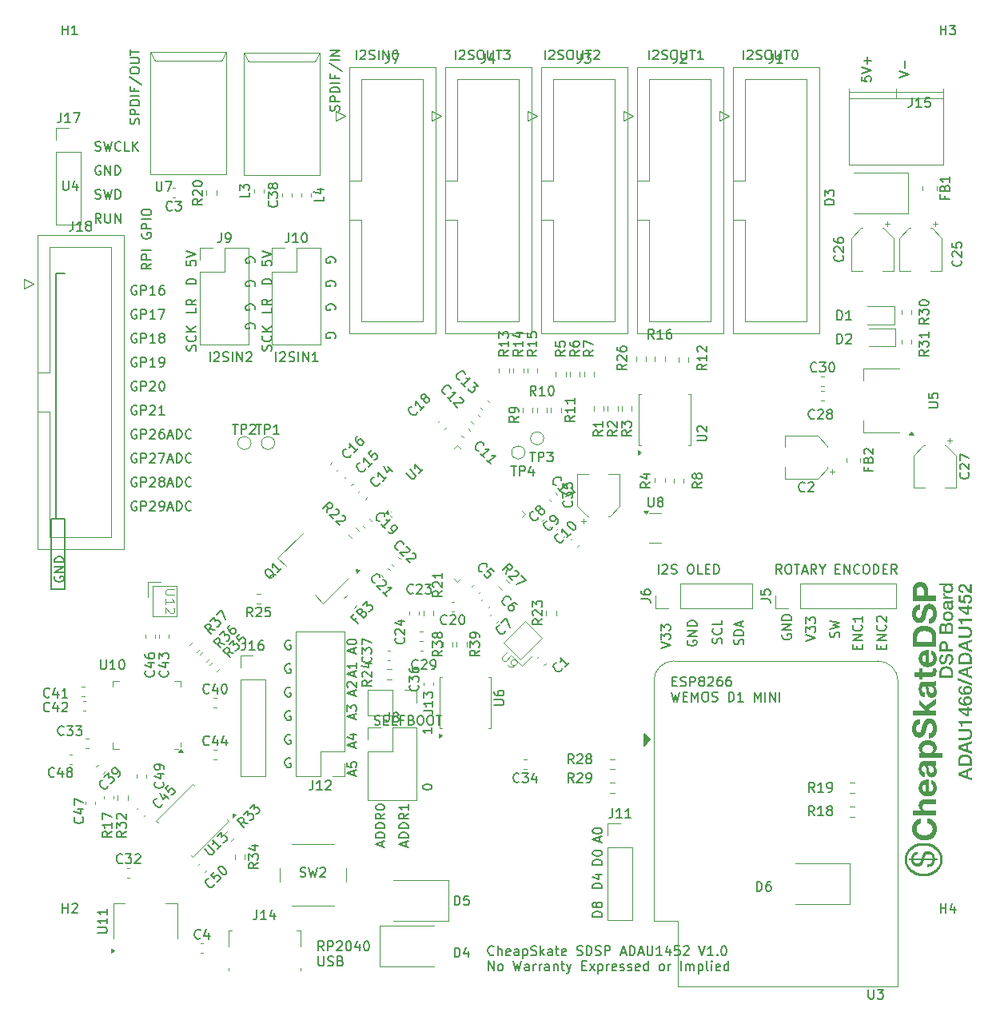
<source format=gbr>
%TF.GenerationSoftware,KiCad,Pcbnew,8.0.6*%
%TF.CreationDate,2024-12-08T12:16:10-08:00*%
%TF.ProjectId,dsp3,64737033-2e6b-4696-9361-645f70636258,rev?*%
%TF.SameCoordinates,Original*%
%TF.FileFunction,Legend,Top*%
%TF.FilePolarity,Positive*%
%FSLAX46Y46*%
G04 Gerber Fmt 4.6, Leading zero omitted, Abs format (unit mm)*
G04 Created by KiCad (PCBNEW 8.0.6) date 2024-12-08 12:16:10*
%MOMM*%
%LPD*%
G01*
G04 APERTURE LIST*
%ADD10C,0.150000*%
%ADD11C,0.000000*%
%ADD12C,0.280102*%
%ADD13C,0.100000*%
%ADD14C,0.120000*%
G04 APERTURE END LIST*
D10*
X51522200Y-55340839D02*
X51569819Y-55197982D01*
X51569819Y-55197982D02*
X51569819Y-54959887D01*
X51569819Y-54959887D02*
X51522200Y-54864649D01*
X51522200Y-54864649D02*
X51474580Y-54817030D01*
X51474580Y-54817030D02*
X51379342Y-54769411D01*
X51379342Y-54769411D02*
X51284104Y-54769411D01*
X51284104Y-54769411D02*
X51188866Y-54817030D01*
X51188866Y-54817030D02*
X51141247Y-54864649D01*
X51141247Y-54864649D02*
X51093628Y-54959887D01*
X51093628Y-54959887D02*
X51046009Y-55150363D01*
X51046009Y-55150363D02*
X50998390Y-55245601D01*
X50998390Y-55245601D02*
X50950771Y-55293220D01*
X50950771Y-55293220D02*
X50855533Y-55340839D01*
X50855533Y-55340839D02*
X50760295Y-55340839D01*
X50760295Y-55340839D02*
X50665057Y-55293220D01*
X50665057Y-55293220D02*
X50617438Y-55245601D01*
X50617438Y-55245601D02*
X50569819Y-55150363D01*
X50569819Y-55150363D02*
X50569819Y-54912268D01*
X50569819Y-54912268D02*
X50617438Y-54769411D01*
X51569819Y-54340839D02*
X50569819Y-54340839D01*
X50569819Y-54340839D02*
X50569819Y-53959887D01*
X50569819Y-53959887D02*
X50617438Y-53864649D01*
X50617438Y-53864649D02*
X50665057Y-53817030D01*
X50665057Y-53817030D02*
X50760295Y-53769411D01*
X50760295Y-53769411D02*
X50903152Y-53769411D01*
X50903152Y-53769411D02*
X50998390Y-53817030D01*
X50998390Y-53817030D02*
X51046009Y-53864649D01*
X51046009Y-53864649D02*
X51093628Y-53959887D01*
X51093628Y-53959887D02*
X51093628Y-54340839D01*
X51569819Y-53340839D02*
X50569819Y-53340839D01*
X50569819Y-53340839D02*
X50569819Y-53102744D01*
X50569819Y-53102744D02*
X50617438Y-52959887D01*
X50617438Y-52959887D02*
X50712676Y-52864649D01*
X50712676Y-52864649D02*
X50807914Y-52817030D01*
X50807914Y-52817030D02*
X50998390Y-52769411D01*
X50998390Y-52769411D02*
X51141247Y-52769411D01*
X51141247Y-52769411D02*
X51331723Y-52817030D01*
X51331723Y-52817030D02*
X51426961Y-52864649D01*
X51426961Y-52864649D02*
X51522200Y-52959887D01*
X51522200Y-52959887D02*
X51569819Y-53102744D01*
X51569819Y-53102744D02*
X51569819Y-53340839D01*
X51569819Y-52340839D02*
X50569819Y-52340839D01*
X51046009Y-51531316D02*
X51046009Y-51864649D01*
X51569819Y-51864649D02*
X50569819Y-51864649D01*
X50569819Y-51864649D02*
X50569819Y-51388459D01*
X50522200Y-50293221D02*
X51807914Y-51150363D01*
X51569819Y-49959887D02*
X50569819Y-49959887D01*
X51569819Y-49483697D02*
X50569819Y-49483697D01*
X50569819Y-49483697D02*
X51569819Y-48912269D01*
X51569819Y-48912269D02*
X50569819Y-48912269D01*
X30322200Y-56710839D02*
X30369819Y-56567982D01*
X30369819Y-56567982D02*
X30369819Y-56329887D01*
X30369819Y-56329887D02*
X30322200Y-56234649D01*
X30322200Y-56234649D02*
X30274580Y-56187030D01*
X30274580Y-56187030D02*
X30179342Y-56139411D01*
X30179342Y-56139411D02*
X30084104Y-56139411D01*
X30084104Y-56139411D02*
X29988866Y-56187030D01*
X29988866Y-56187030D02*
X29941247Y-56234649D01*
X29941247Y-56234649D02*
X29893628Y-56329887D01*
X29893628Y-56329887D02*
X29846009Y-56520363D01*
X29846009Y-56520363D02*
X29798390Y-56615601D01*
X29798390Y-56615601D02*
X29750771Y-56663220D01*
X29750771Y-56663220D02*
X29655533Y-56710839D01*
X29655533Y-56710839D02*
X29560295Y-56710839D01*
X29560295Y-56710839D02*
X29465057Y-56663220D01*
X29465057Y-56663220D02*
X29417438Y-56615601D01*
X29417438Y-56615601D02*
X29369819Y-56520363D01*
X29369819Y-56520363D02*
X29369819Y-56282268D01*
X29369819Y-56282268D02*
X29417438Y-56139411D01*
X30369819Y-55710839D02*
X29369819Y-55710839D01*
X29369819Y-55710839D02*
X29369819Y-55329887D01*
X29369819Y-55329887D02*
X29417438Y-55234649D01*
X29417438Y-55234649D02*
X29465057Y-55187030D01*
X29465057Y-55187030D02*
X29560295Y-55139411D01*
X29560295Y-55139411D02*
X29703152Y-55139411D01*
X29703152Y-55139411D02*
X29798390Y-55187030D01*
X29798390Y-55187030D02*
X29846009Y-55234649D01*
X29846009Y-55234649D02*
X29893628Y-55329887D01*
X29893628Y-55329887D02*
X29893628Y-55710839D01*
X30369819Y-54710839D02*
X29369819Y-54710839D01*
X29369819Y-54710839D02*
X29369819Y-54472744D01*
X29369819Y-54472744D02*
X29417438Y-54329887D01*
X29417438Y-54329887D02*
X29512676Y-54234649D01*
X29512676Y-54234649D02*
X29607914Y-54187030D01*
X29607914Y-54187030D02*
X29798390Y-54139411D01*
X29798390Y-54139411D02*
X29941247Y-54139411D01*
X29941247Y-54139411D02*
X30131723Y-54187030D01*
X30131723Y-54187030D02*
X30226961Y-54234649D01*
X30226961Y-54234649D02*
X30322200Y-54329887D01*
X30322200Y-54329887D02*
X30369819Y-54472744D01*
X30369819Y-54472744D02*
X30369819Y-54710839D01*
X30369819Y-53710839D02*
X29369819Y-53710839D01*
X29846009Y-52901316D02*
X29846009Y-53234649D01*
X30369819Y-53234649D02*
X29369819Y-53234649D01*
X29369819Y-53234649D02*
X29369819Y-52758459D01*
X29322200Y-51663221D02*
X30607914Y-52520363D01*
X29369819Y-51139411D02*
X29369819Y-50948935D01*
X29369819Y-50948935D02*
X29417438Y-50853697D01*
X29417438Y-50853697D02*
X29512676Y-50758459D01*
X29512676Y-50758459D02*
X29703152Y-50710840D01*
X29703152Y-50710840D02*
X30036485Y-50710840D01*
X30036485Y-50710840D02*
X30226961Y-50758459D01*
X30226961Y-50758459D02*
X30322200Y-50853697D01*
X30322200Y-50853697D02*
X30369819Y-50948935D01*
X30369819Y-50948935D02*
X30369819Y-51139411D01*
X30369819Y-51139411D02*
X30322200Y-51234649D01*
X30322200Y-51234649D02*
X30226961Y-51329887D01*
X30226961Y-51329887D02*
X30036485Y-51377506D01*
X30036485Y-51377506D02*
X29703152Y-51377506D01*
X29703152Y-51377506D02*
X29512676Y-51329887D01*
X29512676Y-51329887D02*
X29417438Y-51234649D01*
X29417438Y-51234649D02*
X29369819Y-51139411D01*
X29369819Y-50282268D02*
X30179342Y-50282268D01*
X30179342Y-50282268D02*
X30274580Y-50234649D01*
X30274580Y-50234649D02*
X30322200Y-50187030D01*
X30322200Y-50187030D02*
X30369819Y-50091792D01*
X30369819Y-50091792D02*
X30369819Y-49901316D01*
X30369819Y-49901316D02*
X30322200Y-49806078D01*
X30322200Y-49806078D02*
X30274580Y-49758459D01*
X30274580Y-49758459D02*
X30179342Y-49710840D01*
X30179342Y-49710840D02*
X29369819Y-49710840D01*
X29369819Y-49377506D02*
X29369819Y-48806078D01*
X30369819Y-49091792D02*
X29369819Y-49091792D01*
X49908207Y-144259875D02*
X49574874Y-143783684D01*
X49336779Y-144259875D02*
X49336779Y-143259875D01*
X49336779Y-143259875D02*
X49717731Y-143259875D01*
X49717731Y-143259875D02*
X49812969Y-143307494D01*
X49812969Y-143307494D02*
X49860588Y-143355113D01*
X49860588Y-143355113D02*
X49908207Y-143450351D01*
X49908207Y-143450351D02*
X49908207Y-143593208D01*
X49908207Y-143593208D02*
X49860588Y-143688446D01*
X49860588Y-143688446D02*
X49812969Y-143736065D01*
X49812969Y-143736065D02*
X49717731Y-143783684D01*
X49717731Y-143783684D02*
X49336779Y-143783684D01*
X50336779Y-144259875D02*
X50336779Y-143259875D01*
X50336779Y-143259875D02*
X50717731Y-143259875D01*
X50717731Y-143259875D02*
X50812969Y-143307494D01*
X50812969Y-143307494D02*
X50860588Y-143355113D01*
X50860588Y-143355113D02*
X50908207Y-143450351D01*
X50908207Y-143450351D02*
X50908207Y-143593208D01*
X50908207Y-143593208D02*
X50860588Y-143688446D01*
X50860588Y-143688446D02*
X50812969Y-143736065D01*
X50812969Y-143736065D02*
X50717731Y-143783684D01*
X50717731Y-143783684D02*
X50336779Y-143783684D01*
X51289160Y-143355113D02*
X51336779Y-143307494D01*
X51336779Y-143307494D02*
X51432017Y-143259875D01*
X51432017Y-143259875D02*
X51670112Y-143259875D01*
X51670112Y-143259875D02*
X51765350Y-143307494D01*
X51765350Y-143307494D02*
X51812969Y-143355113D01*
X51812969Y-143355113D02*
X51860588Y-143450351D01*
X51860588Y-143450351D02*
X51860588Y-143545589D01*
X51860588Y-143545589D02*
X51812969Y-143688446D01*
X51812969Y-143688446D02*
X51241541Y-144259875D01*
X51241541Y-144259875D02*
X51860588Y-144259875D01*
X52479636Y-143259875D02*
X52574874Y-143259875D01*
X52574874Y-143259875D02*
X52670112Y-143307494D01*
X52670112Y-143307494D02*
X52717731Y-143355113D01*
X52717731Y-143355113D02*
X52765350Y-143450351D01*
X52765350Y-143450351D02*
X52812969Y-143640827D01*
X52812969Y-143640827D02*
X52812969Y-143878922D01*
X52812969Y-143878922D02*
X52765350Y-144069398D01*
X52765350Y-144069398D02*
X52717731Y-144164636D01*
X52717731Y-144164636D02*
X52670112Y-144212256D01*
X52670112Y-144212256D02*
X52574874Y-144259875D01*
X52574874Y-144259875D02*
X52479636Y-144259875D01*
X52479636Y-144259875D02*
X52384398Y-144212256D01*
X52384398Y-144212256D02*
X52336779Y-144164636D01*
X52336779Y-144164636D02*
X52289160Y-144069398D01*
X52289160Y-144069398D02*
X52241541Y-143878922D01*
X52241541Y-143878922D02*
X52241541Y-143640827D01*
X52241541Y-143640827D02*
X52289160Y-143450351D01*
X52289160Y-143450351D02*
X52336779Y-143355113D01*
X52336779Y-143355113D02*
X52384398Y-143307494D01*
X52384398Y-143307494D02*
X52479636Y-143259875D01*
X53670112Y-143593208D02*
X53670112Y-144259875D01*
X53432017Y-143212256D02*
X53193922Y-143926541D01*
X53193922Y-143926541D02*
X53812969Y-143926541D01*
X54384398Y-143259875D02*
X54479636Y-143259875D01*
X54479636Y-143259875D02*
X54574874Y-143307494D01*
X54574874Y-143307494D02*
X54622493Y-143355113D01*
X54622493Y-143355113D02*
X54670112Y-143450351D01*
X54670112Y-143450351D02*
X54717731Y-143640827D01*
X54717731Y-143640827D02*
X54717731Y-143878922D01*
X54717731Y-143878922D02*
X54670112Y-144069398D01*
X54670112Y-144069398D02*
X54622493Y-144164636D01*
X54622493Y-144164636D02*
X54574874Y-144212256D01*
X54574874Y-144212256D02*
X54479636Y-144259875D01*
X54479636Y-144259875D02*
X54384398Y-144259875D01*
X54384398Y-144259875D02*
X54289160Y-144212256D01*
X54289160Y-144212256D02*
X54241541Y-144164636D01*
X54241541Y-144164636D02*
X54193922Y-144069398D01*
X54193922Y-144069398D02*
X54146303Y-143878922D01*
X54146303Y-143878922D02*
X54146303Y-143640827D01*
X54146303Y-143640827D02*
X54193922Y-143450351D01*
X54193922Y-143450351D02*
X54241541Y-143355113D01*
X54241541Y-143355113D02*
X54289160Y-143307494D01*
X54289160Y-143307494D02*
X54384398Y-143259875D01*
X49336779Y-144869819D02*
X49336779Y-145679342D01*
X49336779Y-145679342D02*
X49384398Y-145774580D01*
X49384398Y-145774580D02*
X49432017Y-145822200D01*
X49432017Y-145822200D02*
X49527255Y-145869819D01*
X49527255Y-145869819D02*
X49717731Y-145869819D01*
X49717731Y-145869819D02*
X49812969Y-145822200D01*
X49812969Y-145822200D02*
X49860588Y-145774580D01*
X49860588Y-145774580D02*
X49908207Y-145679342D01*
X49908207Y-145679342D02*
X49908207Y-144869819D01*
X50336779Y-145822200D02*
X50479636Y-145869819D01*
X50479636Y-145869819D02*
X50717731Y-145869819D01*
X50717731Y-145869819D02*
X50812969Y-145822200D01*
X50812969Y-145822200D02*
X50860588Y-145774580D01*
X50860588Y-145774580D02*
X50908207Y-145679342D01*
X50908207Y-145679342D02*
X50908207Y-145584104D01*
X50908207Y-145584104D02*
X50860588Y-145488866D01*
X50860588Y-145488866D02*
X50812969Y-145441247D01*
X50812969Y-145441247D02*
X50717731Y-145393628D01*
X50717731Y-145393628D02*
X50527255Y-145346009D01*
X50527255Y-145346009D02*
X50432017Y-145298390D01*
X50432017Y-145298390D02*
X50384398Y-145250771D01*
X50384398Y-145250771D02*
X50336779Y-145155533D01*
X50336779Y-145155533D02*
X50336779Y-145060295D01*
X50336779Y-145060295D02*
X50384398Y-144965057D01*
X50384398Y-144965057D02*
X50432017Y-144917438D01*
X50432017Y-144917438D02*
X50527255Y-144869819D01*
X50527255Y-144869819D02*
X50765350Y-144869819D01*
X50765350Y-144869819D02*
X50908207Y-144917438D01*
X51670112Y-145346009D02*
X51812969Y-145393628D01*
X51812969Y-145393628D02*
X51860588Y-145441247D01*
X51860588Y-145441247D02*
X51908207Y-145536485D01*
X51908207Y-145536485D02*
X51908207Y-145679342D01*
X51908207Y-145679342D02*
X51860588Y-145774580D01*
X51860588Y-145774580D02*
X51812969Y-145822200D01*
X51812969Y-145822200D02*
X51717731Y-145869819D01*
X51717731Y-145869819D02*
X51336779Y-145869819D01*
X51336779Y-145869819D02*
X51336779Y-144869819D01*
X51336779Y-144869819D02*
X51670112Y-144869819D01*
X51670112Y-144869819D02*
X51765350Y-144917438D01*
X51765350Y-144917438D02*
X51812969Y-144965057D01*
X51812969Y-144965057D02*
X51860588Y-145060295D01*
X51860588Y-145060295D02*
X51860588Y-145155533D01*
X51860588Y-145155533D02*
X51812969Y-145250771D01*
X51812969Y-145250771D02*
X51765350Y-145298390D01*
X51765350Y-145298390D02*
X51670112Y-145346009D01*
X51670112Y-145346009D02*
X51336779Y-145346009D01*
X67908207Y-144664636D02*
X67860588Y-144712256D01*
X67860588Y-144712256D02*
X67717731Y-144759875D01*
X67717731Y-144759875D02*
X67622493Y-144759875D01*
X67622493Y-144759875D02*
X67479636Y-144712256D01*
X67479636Y-144712256D02*
X67384398Y-144617017D01*
X67384398Y-144617017D02*
X67336779Y-144521779D01*
X67336779Y-144521779D02*
X67289160Y-144331303D01*
X67289160Y-144331303D02*
X67289160Y-144188446D01*
X67289160Y-144188446D02*
X67336779Y-143997970D01*
X67336779Y-143997970D02*
X67384398Y-143902732D01*
X67384398Y-143902732D02*
X67479636Y-143807494D01*
X67479636Y-143807494D02*
X67622493Y-143759875D01*
X67622493Y-143759875D02*
X67717731Y-143759875D01*
X67717731Y-143759875D02*
X67860588Y-143807494D01*
X67860588Y-143807494D02*
X67908207Y-143855113D01*
X68336779Y-144759875D02*
X68336779Y-143759875D01*
X68765350Y-144759875D02*
X68765350Y-144236065D01*
X68765350Y-144236065D02*
X68717731Y-144140827D01*
X68717731Y-144140827D02*
X68622493Y-144093208D01*
X68622493Y-144093208D02*
X68479636Y-144093208D01*
X68479636Y-144093208D02*
X68384398Y-144140827D01*
X68384398Y-144140827D02*
X68336779Y-144188446D01*
X69622493Y-144712256D02*
X69527255Y-144759875D01*
X69527255Y-144759875D02*
X69336779Y-144759875D01*
X69336779Y-144759875D02*
X69241541Y-144712256D01*
X69241541Y-144712256D02*
X69193922Y-144617017D01*
X69193922Y-144617017D02*
X69193922Y-144236065D01*
X69193922Y-144236065D02*
X69241541Y-144140827D01*
X69241541Y-144140827D02*
X69336779Y-144093208D01*
X69336779Y-144093208D02*
X69527255Y-144093208D01*
X69527255Y-144093208D02*
X69622493Y-144140827D01*
X69622493Y-144140827D02*
X69670112Y-144236065D01*
X69670112Y-144236065D02*
X69670112Y-144331303D01*
X69670112Y-144331303D02*
X69193922Y-144426541D01*
X70527255Y-144759875D02*
X70527255Y-144236065D01*
X70527255Y-144236065D02*
X70479636Y-144140827D01*
X70479636Y-144140827D02*
X70384398Y-144093208D01*
X70384398Y-144093208D02*
X70193922Y-144093208D01*
X70193922Y-144093208D02*
X70098684Y-144140827D01*
X70527255Y-144712256D02*
X70432017Y-144759875D01*
X70432017Y-144759875D02*
X70193922Y-144759875D01*
X70193922Y-144759875D02*
X70098684Y-144712256D01*
X70098684Y-144712256D02*
X70051065Y-144617017D01*
X70051065Y-144617017D02*
X70051065Y-144521779D01*
X70051065Y-144521779D02*
X70098684Y-144426541D01*
X70098684Y-144426541D02*
X70193922Y-144378922D01*
X70193922Y-144378922D02*
X70432017Y-144378922D01*
X70432017Y-144378922D02*
X70527255Y-144331303D01*
X71003446Y-144093208D02*
X71003446Y-145093208D01*
X71003446Y-144140827D02*
X71098684Y-144093208D01*
X71098684Y-144093208D02*
X71289160Y-144093208D01*
X71289160Y-144093208D02*
X71384398Y-144140827D01*
X71384398Y-144140827D02*
X71432017Y-144188446D01*
X71432017Y-144188446D02*
X71479636Y-144283684D01*
X71479636Y-144283684D02*
X71479636Y-144569398D01*
X71479636Y-144569398D02*
X71432017Y-144664636D01*
X71432017Y-144664636D02*
X71384398Y-144712256D01*
X71384398Y-144712256D02*
X71289160Y-144759875D01*
X71289160Y-144759875D02*
X71098684Y-144759875D01*
X71098684Y-144759875D02*
X71003446Y-144712256D01*
X71860589Y-144712256D02*
X72003446Y-144759875D01*
X72003446Y-144759875D02*
X72241541Y-144759875D01*
X72241541Y-144759875D02*
X72336779Y-144712256D01*
X72336779Y-144712256D02*
X72384398Y-144664636D01*
X72384398Y-144664636D02*
X72432017Y-144569398D01*
X72432017Y-144569398D02*
X72432017Y-144474160D01*
X72432017Y-144474160D02*
X72384398Y-144378922D01*
X72384398Y-144378922D02*
X72336779Y-144331303D01*
X72336779Y-144331303D02*
X72241541Y-144283684D01*
X72241541Y-144283684D02*
X72051065Y-144236065D01*
X72051065Y-144236065D02*
X71955827Y-144188446D01*
X71955827Y-144188446D02*
X71908208Y-144140827D01*
X71908208Y-144140827D02*
X71860589Y-144045589D01*
X71860589Y-144045589D02*
X71860589Y-143950351D01*
X71860589Y-143950351D02*
X71908208Y-143855113D01*
X71908208Y-143855113D02*
X71955827Y-143807494D01*
X71955827Y-143807494D02*
X72051065Y-143759875D01*
X72051065Y-143759875D02*
X72289160Y-143759875D01*
X72289160Y-143759875D02*
X72432017Y-143807494D01*
X72860589Y-144759875D02*
X72860589Y-143759875D01*
X72955827Y-144378922D02*
X73241541Y-144759875D01*
X73241541Y-144093208D02*
X72860589Y-144474160D01*
X74098684Y-144759875D02*
X74098684Y-144236065D01*
X74098684Y-144236065D02*
X74051065Y-144140827D01*
X74051065Y-144140827D02*
X73955827Y-144093208D01*
X73955827Y-144093208D02*
X73765351Y-144093208D01*
X73765351Y-144093208D02*
X73670113Y-144140827D01*
X74098684Y-144712256D02*
X74003446Y-144759875D01*
X74003446Y-144759875D02*
X73765351Y-144759875D01*
X73765351Y-144759875D02*
X73670113Y-144712256D01*
X73670113Y-144712256D02*
X73622494Y-144617017D01*
X73622494Y-144617017D02*
X73622494Y-144521779D01*
X73622494Y-144521779D02*
X73670113Y-144426541D01*
X73670113Y-144426541D02*
X73765351Y-144378922D01*
X73765351Y-144378922D02*
X74003446Y-144378922D01*
X74003446Y-144378922D02*
X74098684Y-144331303D01*
X74432018Y-144093208D02*
X74812970Y-144093208D01*
X74574875Y-143759875D02*
X74574875Y-144617017D01*
X74574875Y-144617017D02*
X74622494Y-144712256D01*
X74622494Y-144712256D02*
X74717732Y-144759875D01*
X74717732Y-144759875D02*
X74812970Y-144759875D01*
X75527256Y-144712256D02*
X75432018Y-144759875D01*
X75432018Y-144759875D02*
X75241542Y-144759875D01*
X75241542Y-144759875D02*
X75146304Y-144712256D01*
X75146304Y-144712256D02*
X75098685Y-144617017D01*
X75098685Y-144617017D02*
X75098685Y-144236065D01*
X75098685Y-144236065D02*
X75146304Y-144140827D01*
X75146304Y-144140827D02*
X75241542Y-144093208D01*
X75241542Y-144093208D02*
X75432018Y-144093208D01*
X75432018Y-144093208D02*
X75527256Y-144140827D01*
X75527256Y-144140827D02*
X75574875Y-144236065D01*
X75574875Y-144236065D02*
X75574875Y-144331303D01*
X75574875Y-144331303D02*
X75098685Y-144426541D01*
X76717733Y-144712256D02*
X76860590Y-144759875D01*
X76860590Y-144759875D02*
X77098685Y-144759875D01*
X77098685Y-144759875D02*
X77193923Y-144712256D01*
X77193923Y-144712256D02*
X77241542Y-144664636D01*
X77241542Y-144664636D02*
X77289161Y-144569398D01*
X77289161Y-144569398D02*
X77289161Y-144474160D01*
X77289161Y-144474160D02*
X77241542Y-144378922D01*
X77241542Y-144378922D02*
X77193923Y-144331303D01*
X77193923Y-144331303D02*
X77098685Y-144283684D01*
X77098685Y-144283684D02*
X76908209Y-144236065D01*
X76908209Y-144236065D02*
X76812971Y-144188446D01*
X76812971Y-144188446D02*
X76765352Y-144140827D01*
X76765352Y-144140827D02*
X76717733Y-144045589D01*
X76717733Y-144045589D02*
X76717733Y-143950351D01*
X76717733Y-143950351D02*
X76765352Y-143855113D01*
X76765352Y-143855113D02*
X76812971Y-143807494D01*
X76812971Y-143807494D02*
X76908209Y-143759875D01*
X76908209Y-143759875D02*
X77146304Y-143759875D01*
X77146304Y-143759875D02*
X77289161Y-143807494D01*
X77717733Y-144759875D02*
X77717733Y-143759875D01*
X77717733Y-143759875D02*
X77955828Y-143759875D01*
X77955828Y-143759875D02*
X78098685Y-143807494D01*
X78098685Y-143807494D02*
X78193923Y-143902732D01*
X78193923Y-143902732D02*
X78241542Y-143997970D01*
X78241542Y-143997970D02*
X78289161Y-144188446D01*
X78289161Y-144188446D02*
X78289161Y-144331303D01*
X78289161Y-144331303D02*
X78241542Y-144521779D01*
X78241542Y-144521779D02*
X78193923Y-144617017D01*
X78193923Y-144617017D02*
X78098685Y-144712256D01*
X78098685Y-144712256D02*
X77955828Y-144759875D01*
X77955828Y-144759875D02*
X77717733Y-144759875D01*
X78670114Y-144712256D02*
X78812971Y-144759875D01*
X78812971Y-144759875D02*
X79051066Y-144759875D01*
X79051066Y-144759875D02*
X79146304Y-144712256D01*
X79146304Y-144712256D02*
X79193923Y-144664636D01*
X79193923Y-144664636D02*
X79241542Y-144569398D01*
X79241542Y-144569398D02*
X79241542Y-144474160D01*
X79241542Y-144474160D02*
X79193923Y-144378922D01*
X79193923Y-144378922D02*
X79146304Y-144331303D01*
X79146304Y-144331303D02*
X79051066Y-144283684D01*
X79051066Y-144283684D02*
X78860590Y-144236065D01*
X78860590Y-144236065D02*
X78765352Y-144188446D01*
X78765352Y-144188446D02*
X78717733Y-144140827D01*
X78717733Y-144140827D02*
X78670114Y-144045589D01*
X78670114Y-144045589D02*
X78670114Y-143950351D01*
X78670114Y-143950351D02*
X78717733Y-143855113D01*
X78717733Y-143855113D02*
X78765352Y-143807494D01*
X78765352Y-143807494D02*
X78860590Y-143759875D01*
X78860590Y-143759875D02*
X79098685Y-143759875D01*
X79098685Y-143759875D02*
X79241542Y-143807494D01*
X79670114Y-144759875D02*
X79670114Y-143759875D01*
X79670114Y-143759875D02*
X80051066Y-143759875D01*
X80051066Y-143759875D02*
X80146304Y-143807494D01*
X80146304Y-143807494D02*
X80193923Y-143855113D01*
X80193923Y-143855113D02*
X80241542Y-143950351D01*
X80241542Y-143950351D02*
X80241542Y-144093208D01*
X80241542Y-144093208D02*
X80193923Y-144188446D01*
X80193923Y-144188446D02*
X80146304Y-144236065D01*
X80146304Y-144236065D02*
X80051066Y-144283684D01*
X80051066Y-144283684D02*
X79670114Y-144283684D01*
X81384400Y-144474160D02*
X81860590Y-144474160D01*
X81289162Y-144759875D02*
X81622495Y-143759875D01*
X81622495Y-143759875D02*
X81955828Y-144759875D01*
X82289162Y-144759875D02*
X82289162Y-143759875D01*
X82289162Y-143759875D02*
X82527257Y-143759875D01*
X82527257Y-143759875D02*
X82670114Y-143807494D01*
X82670114Y-143807494D02*
X82765352Y-143902732D01*
X82765352Y-143902732D02*
X82812971Y-143997970D01*
X82812971Y-143997970D02*
X82860590Y-144188446D01*
X82860590Y-144188446D02*
X82860590Y-144331303D01*
X82860590Y-144331303D02*
X82812971Y-144521779D01*
X82812971Y-144521779D02*
X82765352Y-144617017D01*
X82765352Y-144617017D02*
X82670114Y-144712256D01*
X82670114Y-144712256D02*
X82527257Y-144759875D01*
X82527257Y-144759875D02*
X82289162Y-144759875D01*
X83241543Y-144474160D02*
X83717733Y-144474160D01*
X83146305Y-144759875D02*
X83479638Y-143759875D01*
X83479638Y-143759875D02*
X83812971Y-144759875D01*
X84146305Y-143759875D02*
X84146305Y-144569398D01*
X84146305Y-144569398D02*
X84193924Y-144664636D01*
X84193924Y-144664636D02*
X84241543Y-144712256D01*
X84241543Y-144712256D02*
X84336781Y-144759875D01*
X84336781Y-144759875D02*
X84527257Y-144759875D01*
X84527257Y-144759875D02*
X84622495Y-144712256D01*
X84622495Y-144712256D02*
X84670114Y-144664636D01*
X84670114Y-144664636D02*
X84717733Y-144569398D01*
X84717733Y-144569398D02*
X84717733Y-143759875D01*
X85717733Y-144759875D02*
X85146305Y-144759875D01*
X85432019Y-144759875D02*
X85432019Y-143759875D01*
X85432019Y-143759875D02*
X85336781Y-143902732D01*
X85336781Y-143902732D02*
X85241543Y-143997970D01*
X85241543Y-143997970D02*
X85146305Y-144045589D01*
X86574876Y-144093208D02*
X86574876Y-144759875D01*
X86336781Y-143712256D02*
X86098686Y-144426541D01*
X86098686Y-144426541D02*
X86717733Y-144426541D01*
X87574876Y-143759875D02*
X87098686Y-143759875D01*
X87098686Y-143759875D02*
X87051067Y-144236065D01*
X87051067Y-144236065D02*
X87098686Y-144188446D01*
X87098686Y-144188446D02*
X87193924Y-144140827D01*
X87193924Y-144140827D02*
X87432019Y-144140827D01*
X87432019Y-144140827D02*
X87527257Y-144188446D01*
X87527257Y-144188446D02*
X87574876Y-144236065D01*
X87574876Y-144236065D02*
X87622495Y-144331303D01*
X87622495Y-144331303D02*
X87622495Y-144569398D01*
X87622495Y-144569398D02*
X87574876Y-144664636D01*
X87574876Y-144664636D02*
X87527257Y-144712256D01*
X87527257Y-144712256D02*
X87432019Y-144759875D01*
X87432019Y-144759875D02*
X87193924Y-144759875D01*
X87193924Y-144759875D02*
X87098686Y-144712256D01*
X87098686Y-144712256D02*
X87051067Y-144664636D01*
X88003448Y-143855113D02*
X88051067Y-143807494D01*
X88051067Y-143807494D02*
X88146305Y-143759875D01*
X88146305Y-143759875D02*
X88384400Y-143759875D01*
X88384400Y-143759875D02*
X88479638Y-143807494D01*
X88479638Y-143807494D02*
X88527257Y-143855113D01*
X88527257Y-143855113D02*
X88574876Y-143950351D01*
X88574876Y-143950351D02*
X88574876Y-144045589D01*
X88574876Y-144045589D02*
X88527257Y-144188446D01*
X88527257Y-144188446D02*
X87955829Y-144759875D01*
X87955829Y-144759875D02*
X88574876Y-144759875D01*
X89622496Y-143759875D02*
X89955829Y-144759875D01*
X89955829Y-144759875D02*
X90289162Y-143759875D01*
X91146305Y-144759875D02*
X90574877Y-144759875D01*
X90860591Y-144759875D02*
X90860591Y-143759875D01*
X90860591Y-143759875D02*
X90765353Y-143902732D01*
X90765353Y-143902732D02*
X90670115Y-143997970D01*
X90670115Y-143997970D02*
X90574877Y-144045589D01*
X91574877Y-144664636D02*
X91622496Y-144712256D01*
X91622496Y-144712256D02*
X91574877Y-144759875D01*
X91574877Y-144759875D02*
X91527258Y-144712256D01*
X91527258Y-144712256D02*
X91574877Y-144664636D01*
X91574877Y-144664636D02*
X91574877Y-144759875D01*
X92241543Y-143759875D02*
X92336781Y-143759875D01*
X92336781Y-143759875D02*
X92432019Y-143807494D01*
X92432019Y-143807494D02*
X92479638Y-143855113D01*
X92479638Y-143855113D02*
X92527257Y-143950351D01*
X92527257Y-143950351D02*
X92574876Y-144140827D01*
X92574876Y-144140827D02*
X92574876Y-144378922D01*
X92574876Y-144378922D02*
X92527257Y-144569398D01*
X92527257Y-144569398D02*
X92479638Y-144664636D01*
X92479638Y-144664636D02*
X92432019Y-144712256D01*
X92432019Y-144712256D02*
X92336781Y-144759875D01*
X92336781Y-144759875D02*
X92241543Y-144759875D01*
X92241543Y-144759875D02*
X92146305Y-144712256D01*
X92146305Y-144712256D02*
X92098686Y-144664636D01*
X92098686Y-144664636D02*
X92051067Y-144569398D01*
X92051067Y-144569398D02*
X92003448Y-144378922D01*
X92003448Y-144378922D02*
X92003448Y-144140827D01*
X92003448Y-144140827D02*
X92051067Y-143950351D01*
X92051067Y-143950351D02*
X92098686Y-143855113D01*
X92098686Y-143855113D02*
X92146305Y-143807494D01*
X92146305Y-143807494D02*
X92241543Y-143759875D01*
X67336779Y-146369819D02*
X67336779Y-145369819D01*
X67336779Y-145369819D02*
X67908207Y-146369819D01*
X67908207Y-146369819D02*
X67908207Y-145369819D01*
X68527255Y-146369819D02*
X68432017Y-146322200D01*
X68432017Y-146322200D02*
X68384398Y-146274580D01*
X68384398Y-146274580D02*
X68336779Y-146179342D01*
X68336779Y-146179342D02*
X68336779Y-145893628D01*
X68336779Y-145893628D02*
X68384398Y-145798390D01*
X68384398Y-145798390D02*
X68432017Y-145750771D01*
X68432017Y-145750771D02*
X68527255Y-145703152D01*
X68527255Y-145703152D02*
X68670112Y-145703152D01*
X68670112Y-145703152D02*
X68765350Y-145750771D01*
X68765350Y-145750771D02*
X68812969Y-145798390D01*
X68812969Y-145798390D02*
X68860588Y-145893628D01*
X68860588Y-145893628D02*
X68860588Y-146179342D01*
X68860588Y-146179342D02*
X68812969Y-146274580D01*
X68812969Y-146274580D02*
X68765350Y-146322200D01*
X68765350Y-146322200D02*
X68670112Y-146369819D01*
X68670112Y-146369819D02*
X68527255Y-146369819D01*
X69955827Y-145369819D02*
X70193922Y-146369819D01*
X70193922Y-146369819D02*
X70384398Y-145655533D01*
X70384398Y-145655533D02*
X70574874Y-146369819D01*
X70574874Y-146369819D02*
X70812970Y-145369819D01*
X71622493Y-146369819D02*
X71622493Y-145846009D01*
X71622493Y-145846009D02*
X71574874Y-145750771D01*
X71574874Y-145750771D02*
X71479636Y-145703152D01*
X71479636Y-145703152D02*
X71289160Y-145703152D01*
X71289160Y-145703152D02*
X71193922Y-145750771D01*
X71622493Y-146322200D02*
X71527255Y-146369819D01*
X71527255Y-146369819D02*
X71289160Y-146369819D01*
X71289160Y-146369819D02*
X71193922Y-146322200D01*
X71193922Y-146322200D02*
X71146303Y-146226961D01*
X71146303Y-146226961D02*
X71146303Y-146131723D01*
X71146303Y-146131723D02*
X71193922Y-146036485D01*
X71193922Y-146036485D02*
X71289160Y-145988866D01*
X71289160Y-145988866D02*
X71527255Y-145988866D01*
X71527255Y-145988866D02*
X71622493Y-145941247D01*
X72098684Y-146369819D02*
X72098684Y-145703152D01*
X72098684Y-145893628D02*
X72146303Y-145798390D01*
X72146303Y-145798390D02*
X72193922Y-145750771D01*
X72193922Y-145750771D02*
X72289160Y-145703152D01*
X72289160Y-145703152D02*
X72384398Y-145703152D01*
X72717732Y-146369819D02*
X72717732Y-145703152D01*
X72717732Y-145893628D02*
X72765351Y-145798390D01*
X72765351Y-145798390D02*
X72812970Y-145750771D01*
X72812970Y-145750771D02*
X72908208Y-145703152D01*
X72908208Y-145703152D02*
X73003446Y-145703152D01*
X73765351Y-146369819D02*
X73765351Y-145846009D01*
X73765351Y-145846009D02*
X73717732Y-145750771D01*
X73717732Y-145750771D02*
X73622494Y-145703152D01*
X73622494Y-145703152D02*
X73432018Y-145703152D01*
X73432018Y-145703152D02*
X73336780Y-145750771D01*
X73765351Y-146322200D02*
X73670113Y-146369819D01*
X73670113Y-146369819D02*
X73432018Y-146369819D01*
X73432018Y-146369819D02*
X73336780Y-146322200D01*
X73336780Y-146322200D02*
X73289161Y-146226961D01*
X73289161Y-146226961D02*
X73289161Y-146131723D01*
X73289161Y-146131723D02*
X73336780Y-146036485D01*
X73336780Y-146036485D02*
X73432018Y-145988866D01*
X73432018Y-145988866D02*
X73670113Y-145988866D01*
X73670113Y-145988866D02*
X73765351Y-145941247D01*
X74241542Y-145703152D02*
X74241542Y-146369819D01*
X74241542Y-145798390D02*
X74289161Y-145750771D01*
X74289161Y-145750771D02*
X74384399Y-145703152D01*
X74384399Y-145703152D02*
X74527256Y-145703152D01*
X74527256Y-145703152D02*
X74622494Y-145750771D01*
X74622494Y-145750771D02*
X74670113Y-145846009D01*
X74670113Y-145846009D02*
X74670113Y-146369819D01*
X75003447Y-145703152D02*
X75384399Y-145703152D01*
X75146304Y-145369819D02*
X75146304Y-146226961D01*
X75146304Y-146226961D02*
X75193923Y-146322200D01*
X75193923Y-146322200D02*
X75289161Y-146369819D01*
X75289161Y-146369819D02*
X75384399Y-146369819D01*
X75622495Y-145703152D02*
X75860590Y-146369819D01*
X76098685Y-145703152D02*
X75860590Y-146369819D01*
X75860590Y-146369819D02*
X75765352Y-146607914D01*
X75765352Y-146607914D02*
X75717733Y-146655533D01*
X75717733Y-146655533D02*
X75622495Y-146703152D01*
X77241543Y-145846009D02*
X77574876Y-145846009D01*
X77717733Y-146369819D02*
X77241543Y-146369819D01*
X77241543Y-146369819D02*
X77241543Y-145369819D01*
X77241543Y-145369819D02*
X77717733Y-145369819D01*
X78051067Y-146369819D02*
X78574876Y-145703152D01*
X78051067Y-145703152D02*
X78574876Y-146369819D01*
X78955829Y-145703152D02*
X78955829Y-146703152D01*
X78955829Y-145750771D02*
X79051067Y-145703152D01*
X79051067Y-145703152D02*
X79241543Y-145703152D01*
X79241543Y-145703152D02*
X79336781Y-145750771D01*
X79336781Y-145750771D02*
X79384400Y-145798390D01*
X79384400Y-145798390D02*
X79432019Y-145893628D01*
X79432019Y-145893628D02*
X79432019Y-146179342D01*
X79432019Y-146179342D02*
X79384400Y-146274580D01*
X79384400Y-146274580D02*
X79336781Y-146322200D01*
X79336781Y-146322200D02*
X79241543Y-146369819D01*
X79241543Y-146369819D02*
X79051067Y-146369819D01*
X79051067Y-146369819D02*
X78955829Y-146322200D01*
X79860591Y-146369819D02*
X79860591Y-145703152D01*
X79860591Y-145893628D02*
X79908210Y-145798390D01*
X79908210Y-145798390D02*
X79955829Y-145750771D01*
X79955829Y-145750771D02*
X80051067Y-145703152D01*
X80051067Y-145703152D02*
X80146305Y-145703152D01*
X80860591Y-146322200D02*
X80765353Y-146369819D01*
X80765353Y-146369819D02*
X80574877Y-146369819D01*
X80574877Y-146369819D02*
X80479639Y-146322200D01*
X80479639Y-146322200D02*
X80432020Y-146226961D01*
X80432020Y-146226961D02*
X80432020Y-145846009D01*
X80432020Y-145846009D02*
X80479639Y-145750771D01*
X80479639Y-145750771D02*
X80574877Y-145703152D01*
X80574877Y-145703152D02*
X80765353Y-145703152D01*
X80765353Y-145703152D02*
X80860591Y-145750771D01*
X80860591Y-145750771D02*
X80908210Y-145846009D01*
X80908210Y-145846009D02*
X80908210Y-145941247D01*
X80908210Y-145941247D02*
X80432020Y-146036485D01*
X81289163Y-146322200D02*
X81384401Y-146369819D01*
X81384401Y-146369819D02*
X81574877Y-146369819D01*
X81574877Y-146369819D02*
X81670115Y-146322200D01*
X81670115Y-146322200D02*
X81717734Y-146226961D01*
X81717734Y-146226961D02*
X81717734Y-146179342D01*
X81717734Y-146179342D02*
X81670115Y-146084104D01*
X81670115Y-146084104D02*
X81574877Y-146036485D01*
X81574877Y-146036485D02*
X81432020Y-146036485D01*
X81432020Y-146036485D02*
X81336782Y-145988866D01*
X81336782Y-145988866D02*
X81289163Y-145893628D01*
X81289163Y-145893628D02*
X81289163Y-145846009D01*
X81289163Y-145846009D02*
X81336782Y-145750771D01*
X81336782Y-145750771D02*
X81432020Y-145703152D01*
X81432020Y-145703152D02*
X81574877Y-145703152D01*
X81574877Y-145703152D02*
X81670115Y-145750771D01*
X82098687Y-146322200D02*
X82193925Y-146369819D01*
X82193925Y-146369819D02*
X82384401Y-146369819D01*
X82384401Y-146369819D02*
X82479639Y-146322200D01*
X82479639Y-146322200D02*
X82527258Y-146226961D01*
X82527258Y-146226961D02*
X82527258Y-146179342D01*
X82527258Y-146179342D02*
X82479639Y-146084104D01*
X82479639Y-146084104D02*
X82384401Y-146036485D01*
X82384401Y-146036485D02*
X82241544Y-146036485D01*
X82241544Y-146036485D02*
X82146306Y-145988866D01*
X82146306Y-145988866D02*
X82098687Y-145893628D01*
X82098687Y-145893628D02*
X82098687Y-145846009D01*
X82098687Y-145846009D02*
X82146306Y-145750771D01*
X82146306Y-145750771D02*
X82241544Y-145703152D01*
X82241544Y-145703152D02*
X82384401Y-145703152D01*
X82384401Y-145703152D02*
X82479639Y-145750771D01*
X83336782Y-146322200D02*
X83241544Y-146369819D01*
X83241544Y-146369819D02*
X83051068Y-146369819D01*
X83051068Y-146369819D02*
X82955830Y-146322200D01*
X82955830Y-146322200D02*
X82908211Y-146226961D01*
X82908211Y-146226961D02*
X82908211Y-145846009D01*
X82908211Y-145846009D02*
X82955830Y-145750771D01*
X82955830Y-145750771D02*
X83051068Y-145703152D01*
X83051068Y-145703152D02*
X83241544Y-145703152D01*
X83241544Y-145703152D02*
X83336782Y-145750771D01*
X83336782Y-145750771D02*
X83384401Y-145846009D01*
X83384401Y-145846009D02*
X83384401Y-145941247D01*
X83384401Y-145941247D02*
X82908211Y-146036485D01*
X84241544Y-146369819D02*
X84241544Y-145369819D01*
X84241544Y-146322200D02*
X84146306Y-146369819D01*
X84146306Y-146369819D02*
X83955830Y-146369819D01*
X83955830Y-146369819D02*
X83860592Y-146322200D01*
X83860592Y-146322200D02*
X83812973Y-146274580D01*
X83812973Y-146274580D02*
X83765354Y-146179342D01*
X83765354Y-146179342D02*
X83765354Y-145893628D01*
X83765354Y-145893628D02*
X83812973Y-145798390D01*
X83812973Y-145798390D02*
X83860592Y-145750771D01*
X83860592Y-145750771D02*
X83955830Y-145703152D01*
X83955830Y-145703152D02*
X84146306Y-145703152D01*
X84146306Y-145703152D02*
X84241544Y-145750771D01*
X85622497Y-146369819D02*
X85527259Y-146322200D01*
X85527259Y-146322200D02*
X85479640Y-146274580D01*
X85479640Y-146274580D02*
X85432021Y-146179342D01*
X85432021Y-146179342D02*
X85432021Y-145893628D01*
X85432021Y-145893628D02*
X85479640Y-145798390D01*
X85479640Y-145798390D02*
X85527259Y-145750771D01*
X85527259Y-145750771D02*
X85622497Y-145703152D01*
X85622497Y-145703152D02*
X85765354Y-145703152D01*
X85765354Y-145703152D02*
X85860592Y-145750771D01*
X85860592Y-145750771D02*
X85908211Y-145798390D01*
X85908211Y-145798390D02*
X85955830Y-145893628D01*
X85955830Y-145893628D02*
X85955830Y-146179342D01*
X85955830Y-146179342D02*
X85908211Y-146274580D01*
X85908211Y-146274580D02*
X85860592Y-146322200D01*
X85860592Y-146322200D02*
X85765354Y-146369819D01*
X85765354Y-146369819D02*
X85622497Y-146369819D01*
X86384402Y-146369819D02*
X86384402Y-145703152D01*
X86384402Y-145893628D02*
X86432021Y-145798390D01*
X86432021Y-145798390D02*
X86479640Y-145750771D01*
X86479640Y-145750771D02*
X86574878Y-145703152D01*
X86574878Y-145703152D02*
X86670116Y-145703152D01*
X87765355Y-146369819D02*
X87765355Y-145369819D01*
X88241545Y-146369819D02*
X88241545Y-145703152D01*
X88241545Y-145798390D02*
X88289164Y-145750771D01*
X88289164Y-145750771D02*
X88384402Y-145703152D01*
X88384402Y-145703152D02*
X88527259Y-145703152D01*
X88527259Y-145703152D02*
X88622497Y-145750771D01*
X88622497Y-145750771D02*
X88670116Y-145846009D01*
X88670116Y-145846009D02*
X88670116Y-146369819D01*
X88670116Y-145846009D02*
X88717735Y-145750771D01*
X88717735Y-145750771D02*
X88812973Y-145703152D01*
X88812973Y-145703152D02*
X88955830Y-145703152D01*
X88955830Y-145703152D02*
X89051069Y-145750771D01*
X89051069Y-145750771D02*
X89098688Y-145846009D01*
X89098688Y-145846009D02*
X89098688Y-146369819D01*
X89574878Y-145703152D02*
X89574878Y-146703152D01*
X89574878Y-145750771D02*
X89670116Y-145703152D01*
X89670116Y-145703152D02*
X89860592Y-145703152D01*
X89860592Y-145703152D02*
X89955830Y-145750771D01*
X89955830Y-145750771D02*
X90003449Y-145798390D01*
X90003449Y-145798390D02*
X90051068Y-145893628D01*
X90051068Y-145893628D02*
X90051068Y-146179342D01*
X90051068Y-146179342D02*
X90003449Y-146274580D01*
X90003449Y-146274580D02*
X89955830Y-146322200D01*
X89955830Y-146322200D02*
X89860592Y-146369819D01*
X89860592Y-146369819D02*
X89670116Y-146369819D01*
X89670116Y-146369819D02*
X89574878Y-146322200D01*
X90622497Y-146369819D02*
X90527259Y-146322200D01*
X90527259Y-146322200D02*
X90479640Y-146226961D01*
X90479640Y-146226961D02*
X90479640Y-145369819D01*
X91003450Y-146369819D02*
X91003450Y-145703152D01*
X91003450Y-145369819D02*
X90955831Y-145417438D01*
X90955831Y-145417438D02*
X91003450Y-145465057D01*
X91003450Y-145465057D02*
X91051069Y-145417438D01*
X91051069Y-145417438D02*
X91003450Y-145369819D01*
X91003450Y-145369819D02*
X91003450Y-145465057D01*
X91860592Y-146322200D02*
X91765354Y-146369819D01*
X91765354Y-146369819D02*
X91574878Y-146369819D01*
X91574878Y-146369819D02*
X91479640Y-146322200D01*
X91479640Y-146322200D02*
X91432021Y-146226961D01*
X91432021Y-146226961D02*
X91432021Y-145846009D01*
X91432021Y-145846009D02*
X91479640Y-145750771D01*
X91479640Y-145750771D02*
X91574878Y-145703152D01*
X91574878Y-145703152D02*
X91765354Y-145703152D01*
X91765354Y-145703152D02*
X91860592Y-145750771D01*
X91860592Y-145750771D02*
X91908211Y-145846009D01*
X91908211Y-145846009D02*
X91908211Y-145941247D01*
X91908211Y-145941247D02*
X91432021Y-146036485D01*
X92765354Y-146369819D02*
X92765354Y-145369819D01*
X92765354Y-146322200D02*
X92670116Y-146369819D01*
X92670116Y-146369819D02*
X92479640Y-146369819D01*
X92479640Y-146369819D02*
X92384402Y-146322200D01*
X92384402Y-146322200D02*
X92336783Y-146274580D01*
X92336783Y-146274580D02*
X92289164Y-146179342D01*
X92289164Y-146179342D02*
X92289164Y-145893628D01*
X92289164Y-145893628D02*
X92336783Y-145798390D01*
X92336783Y-145798390D02*
X92384402Y-145750771D01*
X92384402Y-145750771D02*
X92479640Y-145703152D01*
X92479640Y-145703152D02*
X92670116Y-145703152D01*
X92670116Y-145703152D02*
X92765354Y-145750771D01*
D11*
G36*
X117560694Y-105434613D02*
G01*
X117581082Y-105435840D01*
X117591087Y-105436760D01*
X117600966Y-105437885D01*
X117610718Y-105439214D01*
X117620347Y-105440748D01*
X117629847Y-105442486D01*
X117639224Y-105444429D01*
X117648473Y-105446576D01*
X117657596Y-105448928D01*
X117666595Y-105451484D01*
X117675467Y-105454245D01*
X117684213Y-105457212D01*
X117692834Y-105460381D01*
X117709792Y-105467209D01*
X117726435Y-105474602D01*
X117742764Y-105482562D01*
X117758778Y-105491089D01*
X117774478Y-105500181D01*
X117789864Y-105509840D01*
X117804933Y-105520066D01*
X117819691Y-105530857D01*
X117833659Y-105542121D01*
X117847377Y-105553763D01*
X117860842Y-105565782D01*
X117874056Y-105578178D01*
X117887018Y-105590952D01*
X117899729Y-105604104D01*
X117912189Y-105617633D01*
X117924396Y-105631539D01*
X117936382Y-105645696D01*
X117948181Y-105659979D01*
X117959790Y-105674388D01*
X117971212Y-105688923D01*
X117982443Y-105703584D01*
X117993486Y-105718370D01*
X118004340Y-105733283D01*
X118015006Y-105748322D01*
X118035898Y-105778526D01*
X118056285Y-105808729D01*
X118076168Y-105838933D01*
X118095549Y-105869137D01*
X118114677Y-105898837D01*
X118133806Y-105927531D01*
X118152935Y-105955217D01*
X118172063Y-105981896D01*
X118181691Y-105994291D01*
X118191444Y-106006310D01*
X118201322Y-106017950D01*
X118211327Y-106029214D01*
X118221458Y-106040100D01*
X118231714Y-106050608D01*
X118242097Y-106060739D01*
X118252604Y-106070492D01*
X118257662Y-106075180D01*
X118262767Y-106079678D01*
X118267919Y-106083989D01*
X118273118Y-106088111D01*
X118278364Y-106092044D01*
X118283657Y-106095788D01*
X118288998Y-106099343D01*
X118294386Y-106102710D01*
X118299821Y-106105887D01*
X118305303Y-106108876D01*
X118310832Y-106111676D01*
X118316409Y-106114288D01*
X118322032Y-106116710D01*
X118327704Y-106118944D01*
X118333421Y-106120989D01*
X118339187Y-106122844D01*
X118339187Y-105436218D01*
X118544568Y-105436203D01*
X118544569Y-106398686D01*
X118522844Y-106398121D01*
X118501465Y-106396928D01*
X118480433Y-106395105D01*
X118459748Y-106392651D01*
X118439406Y-106389569D01*
X118419413Y-106385857D01*
X118399764Y-106381516D01*
X118380462Y-106376545D01*
X118361508Y-106370944D01*
X118342897Y-106364715D01*
X118324634Y-106357856D01*
X118306715Y-106350367D01*
X118289145Y-106342249D01*
X118271918Y-106333501D01*
X118255039Y-106324125D01*
X118238505Y-106314118D01*
X118222279Y-106303562D01*
X118206320Y-106292535D01*
X118190629Y-106281035D01*
X118175204Y-106269064D01*
X118160048Y-106256620D01*
X118145159Y-106243705D01*
X118130537Y-106230318D01*
X118116182Y-106216459D01*
X118102096Y-106202128D01*
X118088275Y-106187325D01*
X118074723Y-106172050D01*
X118061438Y-106156304D01*
X118048421Y-106140085D01*
X118035671Y-106123394D01*
X118023188Y-106106231D01*
X118010972Y-106088596D01*
X117998450Y-106071388D01*
X117986055Y-106053990D01*
X117973784Y-106036404D01*
X117961640Y-106018627D01*
X117949621Y-106000662D01*
X117937729Y-105982508D01*
X117925963Y-105964165D01*
X117914323Y-105945633D01*
X117902147Y-105927197D01*
X117889783Y-105909138D01*
X117877230Y-105891457D01*
X117864489Y-105874153D01*
X117851557Y-105857228D01*
X117838437Y-105840678D01*
X117825129Y-105824506D01*
X117811631Y-105808712D01*
X117804804Y-105800996D01*
X117797914Y-105793453D01*
X117790961Y-105786083D01*
X117783945Y-105778886D01*
X117776866Y-105771862D01*
X117769724Y-105765011D01*
X117762520Y-105758334D01*
X117755252Y-105751829D01*
X117747922Y-105745497D01*
X117740529Y-105739339D01*
X117733071Y-105733353D01*
X117725552Y-105727541D01*
X117717969Y-105721902D01*
X117710325Y-105716435D01*
X117702615Y-105711141D01*
X117694844Y-105706021D01*
X117686719Y-105701137D01*
X117678453Y-105696550D01*
X117670046Y-105692264D01*
X117661495Y-105688276D01*
X117652804Y-105684587D01*
X117643971Y-105681197D01*
X117634996Y-105678106D01*
X117625880Y-105675313D01*
X117616623Y-105672821D01*
X117607224Y-105670626D01*
X117597683Y-105668730D01*
X117588000Y-105667133D01*
X117578176Y-105665835D01*
X117568212Y-105664836D01*
X117558103Y-105664136D01*
X117547855Y-105663735D01*
X117538227Y-105663892D01*
X117528474Y-105664364D01*
X117518595Y-105665151D01*
X117508590Y-105666253D01*
X117498460Y-105667670D01*
X117488203Y-105669402D01*
X117477822Y-105671448D01*
X117467313Y-105673809D01*
X117461807Y-105674887D01*
X117456364Y-105676105D01*
X117450985Y-105677466D01*
X117445667Y-105678968D01*
X117440413Y-105680612D01*
X117435223Y-105682397D01*
X117430094Y-105684324D01*
X117425030Y-105686393D01*
X117420026Y-105688603D01*
X117415088Y-105690955D01*
X117410211Y-105693449D01*
X117405396Y-105696084D01*
X117400647Y-105698861D01*
X117395958Y-105701780D01*
X117391333Y-105704840D01*
X117386772Y-105708042D01*
X117382045Y-105711393D01*
X117377427Y-105714902D01*
X117372920Y-105718568D01*
X117368523Y-105722390D01*
X117364237Y-105726370D01*
X117360060Y-105730507D01*
X117355993Y-105734802D01*
X117352037Y-105739252D01*
X117348191Y-105743862D01*
X117344456Y-105748629D01*
X117340830Y-105753552D01*
X117337314Y-105758633D01*
X117333907Y-105763871D01*
X117330613Y-105769267D01*
X117327427Y-105774819D01*
X117324351Y-105780529D01*
X117321182Y-105786429D01*
X117318216Y-105792549D01*
X117315456Y-105798888D01*
X117312900Y-105805448D01*
X117310548Y-105812228D01*
X117308402Y-105819229D01*
X117306458Y-105826449D01*
X117304720Y-105833890D01*
X117303186Y-105841551D01*
X117301857Y-105849432D01*
X117300734Y-105857533D01*
X117299813Y-105865854D01*
X117299098Y-105874396D01*
X117298586Y-105883157D01*
X117298279Y-105892140D01*
X117298177Y-105901341D01*
X117298287Y-105909812D01*
X117298617Y-105918111D01*
X117299168Y-105926236D01*
X117299939Y-105934188D01*
X117300930Y-105941967D01*
X117302141Y-105949574D01*
X117303573Y-105957007D01*
X117305225Y-105964267D01*
X117307097Y-105971354D01*
X117309189Y-105978267D01*
X117311501Y-105985008D01*
X117314034Y-105991576D01*
X117316787Y-105997971D01*
X117319761Y-106004193D01*
X117322955Y-106010242D01*
X117326367Y-106016117D01*
X117329726Y-106021591D01*
X117333258Y-106026939D01*
X117336962Y-106032162D01*
X117340839Y-106037258D01*
X117344890Y-106042229D01*
X117349113Y-106047074D01*
X117353510Y-106051793D01*
X117358079Y-106056386D01*
X117362823Y-106060854D01*
X117367738Y-106065196D01*
X117372828Y-106069412D01*
X117378088Y-106073502D01*
X117383523Y-106077466D01*
X117389131Y-106081305D01*
X117394913Y-106085017D01*
X117400866Y-106088604D01*
X117406726Y-106091829D01*
X117412728Y-106094960D01*
X117418871Y-106097996D01*
X117425156Y-106100938D01*
X117431581Y-106103786D01*
X117438149Y-106106539D01*
X117444858Y-106109197D01*
X117451710Y-106111761D01*
X117465836Y-106116607D01*
X117480529Y-106121074D01*
X117495789Y-106125165D01*
X117511615Y-106128876D01*
X117527880Y-106131737D01*
X117544461Y-106134285D01*
X117561355Y-106136518D01*
X117578565Y-106138438D01*
X117596089Y-106140043D01*
X117613928Y-106141335D01*
X117632081Y-106142312D01*
X117650551Y-106142975D01*
X117650550Y-106372525D01*
X117621636Y-106372053D01*
X117593289Y-106370637D01*
X117565508Y-106368278D01*
X117538295Y-106364974D01*
X117511645Y-106360727D01*
X117485564Y-106355537D01*
X117460048Y-106349402D01*
X117435100Y-106342323D01*
X117422626Y-106338178D01*
X117410370Y-106333797D01*
X117398336Y-106329179D01*
X117386522Y-106324326D01*
X117374928Y-106319237D01*
X117363554Y-106313912D01*
X117352401Y-106308351D01*
X117341468Y-106302554D01*
X117330755Y-106296522D01*
X117320263Y-106290253D01*
X117309990Y-106283748D01*
X117299938Y-106277008D01*
X117290106Y-106270031D01*
X117280494Y-106262818D01*
X117271104Y-106255369D01*
X117261931Y-106247686D01*
X117252996Y-106239780D01*
X117244313Y-106231670D01*
X117235881Y-106223356D01*
X117227701Y-106214838D01*
X117219774Y-106206115D01*
X117212096Y-106197188D01*
X117204672Y-106188056D01*
X117197498Y-106178720D01*
X117190576Y-106169179D01*
X117183906Y-106159434D01*
X117177489Y-106149484D01*
X117171321Y-106139330D01*
X117165406Y-106128972D01*
X117159743Y-106118408D01*
X117154332Y-106107641D01*
X117149171Y-106096670D01*
X117144051Y-106085232D01*
X117139260Y-106073575D01*
X117134800Y-106061699D01*
X117130671Y-106049602D01*
X117126872Y-106037285D01*
X117123403Y-106024748D01*
X117120265Y-106011989D01*
X117117456Y-105999011D01*
X117114980Y-105985812D01*
X117112831Y-105972394D01*
X117111014Y-105958755D01*
X117109528Y-105944896D01*
X117108372Y-105930816D01*
X117107547Y-105916517D01*
X117107050Y-105901997D01*
X117106885Y-105887257D01*
X117107051Y-105871314D01*
X117107546Y-105855701D01*
X117108372Y-105840418D01*
X117109528Y-105825466D01*
X117111014Y-105810844D01*
X117112831Y-105796552D01*
X117114980Y-105782591D01*
X117117457Y-105768960D01*
X117120265Y-105755659D01*
X117123403Y-105742689D01*
X117126872Y-105730048D01*
X117130671Y-105717739D01*
X117134801Y-105705759D01*
X117139260Y-105694109D01*
X117144050Y-105682791D01*
X117149171Y-105671803D01*
X117154543Y-105661114D01*
X117160088Y-105650692D01*
X117165807Y-105640538D01*
X117171698Y-105630651D01*
X117177763Y-105621032D01*
X117184000Y-105611681D01*
X117190412Y-105602595D01*
X117196994Y-105593778D01*
X117203751Y-105585228D01*
X117210681Y-105576946D01*
X117217784Y-105568931D01*
X117225058Y-105561183D01*
X117232507Y-105553703D01*
X117240129Y-105546490D01*
X117247923Y-105539545D01*
X117255891Y-105532869D01*
X117263992Y-105526198D01*
X117272189Y-105519780D01*
X117280478Y-105513613D01*
X117288863Y-105507699D01*
X117297342Y-105502036D01*
X117305914Y-105496624D01*
X117314582Y-105491464D01*
X117323344Y-105486557D01*
X117332201Y-105481900D01*
X117341151Y-105477495D01*
X117350196Y-105473342D01*
X117359337Y-105469441D01*
X117368570Y-105465791D01*
X117377898Y-105462393D01*
X117387321Y-105459247D01*
X117396838Y-105456353D01*
X117415371Y-105451161D01*
X117433712Y-105446662D01*
X117451867Y-105442855D01*
X117469831Y-105439740D01*
X117487608Y-105437319D01*
X117505195Y-105435588D01*
X117522594Y-105434550D01*
X117539804Y-105434204D01*
X117560694Y-105434613D01*
G37*
G36*
X117862694Y-112703740D02*
G01*
X117899095Y-112705533D01*
X117934930Y-112708523D01*
X117970198Y-112712707D01*
X118004901Y-112718087D01*
X118039037Y-112724664D01*
X118072607Y-112732435D01*
X118105611Y-112741402D01*
X118121845Y-112746090D01*
X118137828Y-112751092D01*
X118153560Y-112756409D01*
X118169039Y-112762041D01*
X118184266Y-112767987D01*
X118199242Y-112774248D01*
X118213967Y-112780823D01*
X118228439Y-112787713D01*
X118242661Y-112794918D01*
X118256630Y-112802437D01*
X118270346Y-112810272D01*
X118283812Y-112818419D01*
X118297026Y-112826882D01*
X118309989Y-112835659D01*
X118322700Y-112844752D01*
X118335158Y-112854159D01*
X118347082Y-112863896D01*
X118358691Y-112873980D01*
X118369986Y-112884409D01*
X118380966Y-112895185D01*
X118391631Y-112906307D01*
X118401982Y-112917775D01*
X118412019Y-112929589D01*
X118421740Y-112941749D01*
X118431147Y-112954255D01*
X118440241Y-112967107D01*
X118449019Y-112980306D01*
X118457481Y-112993850D01*
X118465631Y-113007741D01*
X118473464Y-113021978D01*
X118480985Y-113036560D01*
X118488189Y-113051489D01*
X118495016Y-113066764D01*
X118501403Y-113082385D01*
X118507349Y-113098350D01*
X118512855Y-113114664D01*
X118517920Y-113131323D01*
X118522546Y-113148328D01*
X118526729Y-113165679D01*
X118530473Y-113183377D01*
X118533777Y-113201420D01*
X118536640Y-113219809D01*
X118539062Y-113238545D01*
X118541044Y-113257628D01*
X118542586Y-113277054D01*
X118543687Y-113296828D01*
X118544348Y-113316948D01*
X118544568Y-113337414D01*
X118544568Y-113933430D01*
X118339186Y-113933430D01*
X117106885Y-113933430D01*
X117106885Y-113434067D01*
X117312272Y-113434067D01*
X117312272Y-113681735D01*
X118339186Y-113681734D01*
X118339186Y-113434067D01*
X118338587Y-113398169D01*
X118336794Y-113363970D01*
X118333805Y-113331470D01*
X118329621Y-113300669D01*
X118327080Y-113285905D01*
X118324240Y-113271566D01*
X118321102Y-113257652D01*
X118317665Y-113244163D01*
X118313929Y-113231098D01*
X118309894Y-113218458D01*
X118305560Y-113206243D01*
X118300927Y-113194453D01*
X118295784Y-113182788D01*
X118290419Y-113171454D01*
X118284835Y-113160450D01*
X118279030Y-113149777D01*
X118273005Y-113139434D01*
X118266760Y-113129421D01*
X118260295Y-113119740D01*
X118253610Y-113110387D01*
X118246703Y-113101365D01*
X118239577Y-113092674D01*
X118232231Y-113084313D01*
X118224664Y-113076282D01*
X118216878Y-113068582D01*
X118208870Y-113061212D01*
X118200642Y-113054172D01*
X118192195Y-113047463D01*
X118183299Y-113040809D01*
X118174230Y-113034438D01*
X118164989Y-113028350D01*
X118155573Y-113022545D01*
X118145985Y-113017025D01*
X118136224Y-113011786D01*
X118126290Y-113006830D01*
X118116183Y-113002158D01*
X118105904Y-112997770D01*
X118095450Y-112993664D01*
X118084824Y-112989841D01*
X118074026Y-112986302D01*
X118063052Y-112983046D01*
X118051907Y-112980073D01*
X118040589Y-112977383D01*
X118029098Y-112974976D01*
X118005219Y-112970259D01*
X117980898Y-112966171D01*
X117956138Y-112962713D01*
X117930937Y-112959883D01*
X117905297Y-112957681D01*
X117879214Y-112956109D01*
X117852691Y-112955165D01*
X117825729Y-112954851D01*
X117798797Y-112955165D01*
X117772369Y-112956109D01*
X117746444Y-112957681D01*
X117721023Y-112959883D01*
X117696107Y-112962713D01*
X117671692Y-112966171D01*
X117647781Y-112970259D01*
X117624374Y-112974976D01*
X117612646Y-112977383D01*
X117601123Y-112980073D01*
X117589805Y-112983047D01*
X117578691Y-112986303D01*
X117567781Y-112989843D01*
X117557076Y-112993665D01*
X117546576Y-112997771D01*
X117536280Y-113002160D01*
X117526188Y-113006832D01*
X117516302Y-113011787D01*
X117506619Y-113017025D01*
X117497141Y-113022546D01*
X117487867Y-113028351D01*
X117478798Y-113034439D01*
X117469934Y-113040809D01*
X117461275Y-113047463D01*
X117452591Y-113054172D01*
X117444159Y-113061212D01*
X117435979Y-113068583D01*
X117428050Y-113076282D01*
X117420373Y-113084313D01*
X117412948Y-113092674D01*
X117405775Y-113101365D01*
X117398853Y-113110387D01*
X117392184Y-113119739D01*
X117385765Y-113129421D01*
X117379599Y-113139434D01*
X117373685Y-113149777D01*
X117368021Y-113160451D01*
X117362610Y-113171454D01*
X117357450Y-113182788D01*
X117352542Y-113194453D01*
X117347667Y-113206243D01*
X117343104Y-113218457D01*
X117338857Y-113231098D01*
X117334924Y-113244163D01*
X117331306Y-113257652D01*
X117328003Y-113271566D01*
X117325014Y-113285905D01*
X117322340Y-113300669D01*
X117319980Y-113315857D01*
X117317936Y-113331470D01*
X117316205Y-113347507D01*
X117314789Y-113363970D01*
X117313689Y-113380857D01*
X117312902Y-113398169D01*
X117312429Y-113415906D01*
X117312272Y-113434067D01*
X117106885Y-113434067D01*
X117106885Y-113337414D01*
X117107105Y-113316948D01*
X117107766Y-113296828D01*
X117108867Y-113277054D01*
X117110410Y-113257627D01*
X117112391Y-113238545D01*
X117114813Y-113219809D01*
X117117677Y-113201420D01*
X117120980Y-113183377D01*
X117124724Y-113165679D01*
X117128908Y-113148329D01*
X117133533Y-113131323D01*
X117138598Y-113114664D01*
X117144105Y-113098351D01*
X117150051Y-113082384D01*
X117156437Y-113066764D01*
X117163264Y-113051489D01*
X117170477Y-113036560D01*
X117178020Y-113021978D01*
X117185893Y-113007741D01*
X117194098Y-112993850D01*
X117202631Y-112980306D01*
X117211495Y-112967107D01*
X117220691Y-112954255D01*
X117230215Y-112941749D01*
X117240070Y-112929589D01*
X117250256Y-112917775D01*
X117260772Y-112906307D01*
X117271619Y-112895184D01*
X117282797Y-112884409D01*
X117294303Y-112873980D01*
X117306141Y-112863896D01*
X117318309Y-112854159D01*
X117330524Y-112844752D01*
X117343006Y-112835659D01*
X117355757Y-112826881D01*
X117368773Y-112818418D01*
X117382059Y-112810270D01*
X117395611Y-112802436D01*
X117409431Y-112794916D01*
X117423518Y-112787712D01*
X117437871Y-112780822D01*
X117452494Y-112774246D01*
X117467383Y-112767986D01*
X117482540Y-112762040D01*
X117497964Y-112756408D01*
X117513656Y-112751092D01*
X117529615Y-112746089D01*
X117545842Y-112741402D01*
X117578846Y-112732435D01*
X117612417Y-112724663D01*
X117646552Y-112718087D01*
X117681255Y-112712707D01*
X117716523Y-112708523D01*
X117752359Y-112705534D01*
X117788760Y-112703740D01*
X117825726Y-112703142D01*
X117862694Y-112703740D01*
G37*
G36*
X118210317Y-107846440D02*
G01*
X118544571Y-107846440D01*
X118544570Y-108063904D01*
X118210321Y-108063904D01*
X118210321Y-108667971D01*
X118029098Y-108667971D01*
X117982787Y-108667971D01*
X117140728Y-108067931D01*
X117408919Y-108067931D01*
X118029098Y-108490780D01*
X118029098Y-108063906D01*
X117408919Y-108063906D01*
X117408919Y-108067931D01*
X117140728Y-108067931D01*
X117135077Y-108063904D01*
X117135078Y-107846440D01*
X118029100Y-107846440D01*
X118029099Y-107665219D01*
X118210318Y-107665219D01*
X118210317Y-107846440D01*
G37*
G36*
X118544571Y-111543333D02*
G01*
X118164004Y-111678240D01*
X118164004Y-112252108D01*
X118544570Y-112387015D01*
X118544570Y-112646765D01*
X117972718Y-112427315D01*
X117106885Y-112095049D01*
X117106885Y-111960142D01*
X117354556Y-111960142D01*
X117354556Y-111966193D01*
X117972719Y-112183647D01*
X117972718Y-111744690D01*
X117354556Y-111960142D01*
X117106885Y-111960142D01*
X117106885Y-111827246D01*
X118544570Y-111273516D01*
X118544571Y-111543333D01*
G37*
G36*
X118544571Y-114340168D02*
G01*
X118164004Y-114475075D01*
X118164004Y-115048940D01*
X118544570Y-115183850D01*
X118544570Y-115443600D01*
X117972718Y-115224150D01*
X117106885Y-114891884D01*
X117106885Y-114756977D01*
X117354556Y-114756977D01*
X117354556Y-114763027D01*
X117972719Y-114980482D01*
X117972718Y-114541525D01*
X117354556Y-114756977D01*
X117106885Y-114756977D01*
X117106885Y-114624080D01*
X118544570Y-114070351D01*
X118544571Y-114340168D01*
G37*
G36*
X117862696Y-123484344D02*
G01*
X117899097Y-123486136D01*
X117934932Y-123489126D01*
X117970201Y-123493310D01*
X118004903Y-123498690D01*
X118039039Y-123505266D01*
X118072609Y-123513037D01*
X118105613Y-123522003D01*
X118121847Y-123526690D01*
X118137831Y-123531694D01*
X118153561Y-123537011D01*
X118169042Y-123542642D01*
X118184268Y-123548588D01*
X118199244Y-123554849D01*
X118213968Y-123561425D01*
X118228441Y-123568315D01*
X118242662Y-123575520D01*
X118256631Y-123583039D01*
X118270348Y-123590873D01*
X118283814Y-123599022D01*
X118297028Y-123607485D01*
X118309991Y-123616263D01*
X118322702Y-123625355D01*
X118335160Y-123634762D01*
X118347084Y-123644499D01*
X118358693Y-123654583D01*
X118369988Y-123665013D01*
X118380968Y-123675788D01*
X118391633Y-123686910D01*
X118401984Y-123698378D01*
X118412020Y-123710192D01*
X118421742Y-123722352D01*
X118431149Y-123734858D01*
X118440243Y-123747710D01*
X118449021Y-123760909D01*
X118457483Y-123774453D01*
X118465632Y-123788343D01*
X118473466Y-123802579D01*
X118480986Y-123817162D01*
X118488191Y-123832091D01*
X118495019Y-123847365D01*
X118501405Y-123862986D01*
X118507351Y-123878953D01*
X118512857Y-123895266D01*
X118517922Y-123911925D01*
X118522547Y-123928930D01*
X118526731Y-123946281D01*
X118530475Y-123963979D01*
X118533779Y-123982022D01*
X118536643Y-124000412D01*
X118539064Y-124019146D01*
X118541046Y-124038229D01*
X118542589Y-124057657D01*
X118543690Y-124077431D01*
X118544350Y-124097551D01*
X118544570Y-124118017D01*
X118544571Y-124714032D01*
X118339187Y-124714031D01*
X117106887Y-124714030D01*
X117106887Y-124214666D01*
X117312274Y-124214666D01*
X117312274Y-124462334D01*
X118339187Y-124462333D01*
X118339187Y-124214666D01*
X118338589Y-124178768D01*
X118336797Y-124144569D01*
X118333807Y-124112069D01*
X118329622Y-124081269D01*
X118327082Y-124066504D01*
X118324242Y-124052165D01*
X118321104Y-124038251D01*
X118317667Y-124024762D01*
X118313931Y-124011698D01*
X118309896Y-123999058D01*
X118305562Y-123986843D01*
X118300930Y-123975052D01*
X118295785Y-123963388D01*
X118290421Y-123952054D01*
X118284838Y-123941050D01*
X118279032Y-123930377D01*
X118273007Y-123920034D01*
X118266763Y-123910021D01*
X118260297Y-123900339D01*
X118253612Y-123890987D01*
X118246705Y-123881965D01*
X118239579Y-123873275D01*
X118232232Y-123864912D01*
X118224666Y-123856882D01*
X118216879Y-123849181D01*
X118208872Y-123841811D01*
X118200644Y-123834772D01*
X118192197Y-123828062D01*
X118183301Y-123821408D01*
X118174233Y-123815037D01*
X118164990Y-123808950D01*
X118155575Y-123803145D01*
X118145987Y-123797623D01*
X118136226Y-123792385D01*
X118126292Y-123787430D01*
X118116185Y-123782758D01*
X118105906Y-123778369D01*
X118095452Y-123774263D01*
X118084826Y-123770440D01*
X118074026Y-123766901D01*
X118063054Y-123763643D01*
X118051910Y-123760671D01*
X118040591Y-123757981D01*
X118029099Y-123755574D01*
X118005221Y-123750854D01*
X117980900Y-123746764D01*
X117956140Y-123743303D01*
X117930939Y-123740472D01*
X117905298Y-123738269D01*
X117879216Y-123736696D01*
X117852693Y-123735752D01*
X117825730Y-123735438D01*
X117798799Y-123735752D01*
X117772371Y-123736696D01*
X117746446Y-123738269D01*
X117721025Y-123740471D01*
X117696108Y-123743303D01*
X117671693Y-123746764D01*
X117647783Y-123750855D01*
X117624375Y-123755574D01*
X117612648Y-123757980D01*
X117601125Y-123760670D01*
X117589807Y-123763643D01*
X117578693Y-123766900D01*
X117567783Y-123770439D01*
X117557078Y-123774262D01*
X117546579Y-123778367D01*
X117536282Y-123782756D01*
X117526191Y-123787428D01*
X117516303Y-123792384D01*
X117506621Y-123797622D01*
X117497143Y-123803144D01*
X117487870Y-123808949D01*
X117478800Y-123815037D01*
X117469936Y-123821408D01*
X117461277Y-123828062D01*
X117452593Y-123834772D01*
X117444161Y-123841810D01*
X117435980Y-123849181D01*
X117428052Y-123856882D01*
X117420376Y-123864912D01*
X117412950Y-123873275D01*
X117405777Y-123881965D01*
X117398855Y-123890987D01*
X117392186Y-123900339D01*
X117385767Y-123910021D01*
X117379602Y-123920034D01*
X117373687Y-123930377D01*
X117368023Y-123941050D01*
X117362612Y-123952054D01*
X117357452Y-123963388D01*
X117352544Y-123975052D01*
X117347667Y-123986843D01*
X117343106Y-123999058D01*
X117338860Y-124011698D01*
X117334927Y-124024762D01*
X117331308Y-124038250D01*
X117328005Y-124052165D01*
X117325017Y-124066504D01*
X117322342Y-124081268D01*
X117319983Y-124096456D01*
X117317938Y-124112069D01*
X117316207Y-124128106D01*
X117314791Y-124144569D01*
X117313691Y-124161456D01*
X117312904Y-124178768D01*
X117312431Y-124196504D01*
X117312274Y-124214666D01*
X117106887Y-124214666D01*
X117106887Y-124118016D01*
X117107107Y-124097550D01*
X117107768Y-124077430D01*
X117108870Y-124057656D01*
X117110411Y-124038229D01*
X117112394Y-124019147D01*
X117114816Y-124000411D01*
X117117678Y-123982022D01*
X117120983Y-123963978D01*
X117124726Y-123946281D01*
X117128910Y-123928930D01*
X117133536Y-123911925D01*
X117138601Y-123895266D01*
X117144106Y-123878953D01*
X117150052Y-123862986D01*
X117156439Y-123847365D01*
X117163267Y-123832091D01*
X117170480Y-123817162D01*
X117178022Y-123802579D01*
X117185895Y-123788343D01*
X117194099Y-123774454D01*
X117202633Y-123760909D01*
X117211498Y-123747710D01*
X117220692Y-123734858D01*
X117230218Y-123722352D01*
X117240072Y-123710192D01*
X117250258Y-123698378D01*
X117260774Y-123686910D01*
X117271621Y-123675788D01*
X117282799Y-123665013D01*
X117294305Y-123654583D01*
X117306143Y-123644500D01*
X117318311Y-123634762D01*
X117330525Y-123625355D01*
X117343008Y-123616263D01*
X117355759Y-123607485D01*
X117368775Y-123599023D01*
X117382060Y-123590872D01*
X117395613Y-123583039D01*
X117409431Y-123575520D01*
X117423519Y-123568315D01*
X117437873Y-123561425D01*
X117452495Y-123554850D01*
X117467385Y-123548587D01*
X117482542Y-123542641D01*
X117497966Y-123537011D01*
X117513658Y-123531694D01*
X117529617Y-123526690D01*
X117545845Y-123522003D01*
X117578848Y-123513037D01*
X117612419Y-123505266D01*
X117646554Y-123498690D01*
X117681257Y-123493310D01*
X117716525Y-123489126D01*
X117752361Y-123486137D01*
X117788761Y-123484344D01*
X117825728Y-123483746D01*
X117862696Y-123484344D01*
G37*
G36*
X118210319Y-118445819D02*
G01*
X118210319Y-118627039D01*
X118544572Y-118627039D01*
X118544572Y-118844504D01*
X118210321Y-118844504D01*
X118210321Y-119448572D01*
X118029099Y-119448572D01*
X117982787Y-119448572D01*
X117140727Y-118848530D01*
X117408921Y-118848530D01*
X118029099Y-119271378D01*
X118029099Y-118844502D01*
X117408921Y-118844502D01*
X117408921Y-118848530D01*
X117140727Y-118848530D01*
X117135077Y-118844504D01*
X117135077Y-118627039D01*
X118029099Y-118627039D01*
X118029100Y-118445818D01*
X118210319Y-118445819D01*
G37*
G36*
X118544572Y-122323935D02*
G01*
X118164006Y-122458844D01*
X118164006Y-123032709D01*
X118544572Y-123167618D01*
X118544572Y-123427368D01*
X117972720Y-123207918D01*
X117106887Y-122875651D01*
X117106887Y-122746781D01*
X117354558Y-122746781D01*
X117972721Y-122964247D01*
X117972720Y-122525290D01*
X117354559Y-122740740D01*
X117354558Y-122746781D01*
X117106887Y-122746781D01*
X117106887Y-122607848D01*
X118544573Y-122054118D01*
X118544572Y-122323935D01*
G37*
G36*
X118544572Y-125120769D02*
G01*
X118164006Y-125255678D01*
X118164006Y-125829542D01*
X118544573Y-125964451D01*
X118544573Y-126224201D01*
X117972721Y-126004751D01*
X117106887Y-125672486D01*
X117106887Y-125537576D01*
X117354558Y-125537576D01*
X117354558Y-125543616D01*
X117972721Y-125761082D01*
X117972720Y-125322125D01*
X117354558Y-125537576D01*
X117106887Y-125537576D01*
X117106887Y-125404682D01*
X118544572Y-124850951D01*
X118544572Y-125120769D01*
G37*
G36*
X118544578Y-109382786D02*
G01*
X117549879Y-109382786D01*
X117549878Y-109729119D01*
X117368649Y-109729117D01*
X117368461Y-109711058D01*
X117367895Y-109693125D01*
X117366951Y-109675318D01*
X117365631Y-109657637D01*
X117363934Y-109640081D01*
X117361857Y-109622652D01*
X117359405Y-109605348D01*
X117356574Y-109588169D01*
X117353304Y-109571274D01*
X117349528Y-109554820D01*
X117345250Y-109538805D01*
X117340468Y-109523232D01*
X117335183Y-109508098D01*
X117329393Y-109493406D01*
X117323100Y-109479153D01*
X117316302Y-109465342D01*
X117312716Y-109458365D01*
X117309005Y-109451530D01*
X117305166Y-109444837D01*
X117301202Y-109438285D01*
X117297113Y-109431874D01*
X117292896Y-109425607D01*
X117288555Y-109419480D01*
X117284088Y-109413493D01*
X117279494Y-109407649D01*
X117274774Y-109401947D01*
X117269929Y-109396386D01*
X117264958Y-109390965D01*
X117259862Y-109385689D01*
X117254640Y-109380553D01*
X117249290Y-109375558D01*
X117243815Y-109370705D01*
X117238200Y-109365781D01*
X117232427Y-109361078D01*
X117226496Y-109356594D01*
X117220409Y-109352331D01*
X117214163Y-109348288D01*
X117207761Y-109344466D01*
X117201200Y-109340863D01*
X117194483Y-109337481D01*
X117187609Y-109334319D01*
X117180577Y-109331378D01*
X117173389Y-109328656D01*
X117166043Y-109326155D01*
X117158538Y-109323874D01*
X117150877Y-109321813D01*
X117143059Y-109319972D01*
X117135083Y-109318352D01*
X117135083Y-109131090D01*
X118544578Y-109131090D01*
X118544578Y-109382786D01*
G37*
G36*
X118544579Y-120163386D02*
G01*
X117549881Y-120163386D01*
X117549881Y-120509718D01*
X117368651Y-120509718D01*
X117368463Y-120491659D01*
X117367897Y-120473725D01*
X117366953Y-120455918D01*
X117365633Y-120438238D01*
X117363936Y-120420681D01*
X117361859Y-120403251D01*
X117359407Y-120385947D01*
X117356576Y-120368769D01*
X117353305Y-120351874D01*
X117349530Y-120335419D01*
X117345252Y-120319405D01*
X117340470Y-120303832D01*
X117335184Y-120288699D01*
X117329394Y-120274006D01*
X117323101Y-120259754D01*
X117316304Y-120245941D01*
X117312718Y-120238965D01*
X117309007Y-120232130D01*
X117305168Y-120225436D01*
X117301204Y-120218884D01*
X117297115Y-120212474D01*
X117292898Y-120206205D01*
X117288557Y-120200078D01*
X117284089Y-120194093D01*
X117279496Y-120188249D01*
X117274777Y-120182546D01*
X117269931Y-120176985D01*
X117264961Y-120171566D01*
X117259864Y-120166288D01*
X117254642Y-120161152D01*
X117249292Y-120156158D01*
X117243817Y-120151305D01*
X117238201Y-120146381D01*
X117232429Y-120141677D01*
X117226499Y-120137194D01*
X117220410Y-120132931D01*
X117214165Y-120128888D01*
X117207763Y-120125065D01*
X117201202Y-120121463D01*
X117194485Y-120118081D01*
X117187612Y-120114919D01*
X117180579Y-120111977D01*
X117173390Y-120109255D01*
X117166043Y-120106754D01*
X117158540Y-120104473D01*
X117150879Y-120102413D01*
X117143061Y-120100572D01*
X117135085Y-120098952D01*
X117135085Y-119911690D01*
X118544579Y-119911690D01*
X118544579Y-120163386D01*
G37*
G36*
X118104284Y-116206873D02*
G01*
X118116955Y-116207275D01*
X118129517Y-116207943D01*
X118141967Y-116208879D01*
X118154309Y-116210082D01*
X118166539Y-116211553D01*
X118178659Y-116213291D01*
X118190669Y-116215298D01*
X118202570Y-116217570D01*
X118214360Y-116220112D01*
X118226042Y-116222919D01*
X118237611Y-116225995D01*
X118249071Y-116229337D01*
X118260421Y-116232948D01*
X118271660Y-116236826D01*
X118282790Y-116240971D01*
X118293534Y-116245116D01*
X118304121Y-116249497D01*
X118314551Y-116254114D01*
X118324824Y-116258967D01*
X118334940Y-116264056D01*
X118344896Y-116269381D01*
X118354697Y-116274942D01*
X118364340Y-116280739D01*
X118373826Y-116286773D01*
X118383155Y-116293041D01*
X118392326Y-116299545D01*
X118401340Y-116306286D01*
X118410197Y-116313262D01*
X118418896Y-116320475D01*
X118427438Y-116327923D01*
X118435823Y-116335608D01*
X118443766Y-116343505D01*
X118451491Y-116351590D01*
X118458994Y-116359865D01*
X118466277Y-116368328D01*
X118473340Y-116376980D01*
X118480184Y-116385821D01*
X118486805Y-116394850D01*
X118493209Y-116404069D01*
X118499390Y-116413476D01*
X118505352Y-116423072D01*
X118511094Y-116432857D01*
X118516615Y-116442830D01*
X118521917Y-116452992D01*
X118526998Y-116463344D01*
X118531859Y-116473883D01*
X118536500Y-116484612D01*
X118540889Y-116495505D01*
X118544995Y-116506541D01*
X118548818Y-116517718D01*
X118552358Y-116529036D01*
X118555614Y-116540496D01*
X118558587Y-116552098D01*
X118561277Y-116563841D01*
X118563684Y-116575725D01*
X118565808Y-116587752D01*
X118567648Y-116599920D01*
X118569206Y-116612229D01*
X118570480Y-116624680D01*
X118571471Y-116637273D01*
X118572179Y-116650007D01*
X118572605Y-116662882D01*
X118572745Y-116675901D01*
X118572525Y-116695068D01*
X118571864Y-116713811D01*
X118570763Y-116732130D01*
X118569223Y-116750024D01*
X118567239Y-116767494D01*
X118564817Y-116784538D01*
X118561954Y-116801158D01*
X118558650Y-116817353D01*
X118554908Y-116833123D01*
X118550722Y-116848469D01*
X118546097Y-116863388D01*
X118541032Y-116877885D01*
X118535526Y-116891957D01*
X118529581Y-116905603D01*
X118523193Y-116918825D01*
X118516366Y-116931621D01*
X118508909Y-116943798D01*
X118501138Y-116955659D01*
X118493052Y-116967205D01*
X118484652Y-116978437D01*
X118475936Y-116989355D01*
X118466908Y-116999957D01*
X118457563Y-117010246D01*
X118447904Y-117020219D01*
X118437931Y-117029878D01*
X118427643Y-117039222D01*
X118417040Y-117048251D01*
X118406123Y-117056966D01*
X118394892Y-117065366D01*
X118383346Y-117073452D01*
X118371485Y-117081223D01*
X118359309Y-117088679D01*
X118346598Y-117095592D01*
X118333636Y-117102239D01*
X118320422Y-117108618D01*
X118306956Y-117114729D01*
X118293239Y-117120573D01*
X118279270Y-117126150D01*
X118265048Y-117131459D01*
X118250576Y-117136501D01*
X118235851Y-117141275D01*
X118220876Y-117145782D01*
X118205649Y-117150022D01*
X118190168Y-117153994D01*
X118174437Y-117157698D01*
X118158454Y-117161136D01*
X118142221Y-117164306D01*
X118125734Y-117167208D01*
X118091693Y-117172399D01*
X118087502Y-117172943D01*
X118057022Y-117176899D01*
X118021722Y-117180705D01*
X117985793Y-117183821D01*
X117949233Y-117186243D01*
X117912045Y-117187974D01*
X117874228Y-117189012D01*
X117835780Y-117189358D01*
X117804035Y-117188949D01*
X117772228Y-117187722D01*
X117740356Y-117185676D01*
X117708422Y-117182814D01*
X117676425Y-117179133D01*
X117644366Y-117174634D01*
X117612243Y-117169318D01*
X117580058Y-117163182D01*
X117548218Y-117155599D01*
X117517134Y-117146947D01*
X117486805Y-117137225D01*
X117457231Y-117126434D01*
X117428412Y-117114572D01*
X117400348Y-117101642D01*
X117373040Y-117087641D01*
X117346486Y-117072570D01*
X117333304Y-117064619D01*
X117320435Y-117056369D01*
X117307883Y-117047819D01*
X117295643Y-117038969D01*
X117283719Y-117029823D01*
X117272109Y-117020376D01*
X117260814Y-117010631D01*
X117249835Y-117000587D01*
X117239168Y-116990243D01*
X117228817Y-116979601D01*
X117218781Y-116968660D01*
X117209059Y-116957420D01*
X117199652Y-116945882D01*
X117190559Y-116934044D01*
X117181781Y-116921907D01*
X117173319Y-116909472D01*
X117165273Y-116896455D01*
X117157745Y-116883075D01*
X117150737Y-116869335D01*
X117144247Y-116855232D01*
X117138277Y-116840767D01*
X117132826Y-116825941D01*
X117127896Y-116810753D01*
X117123483Y-116795203D01*
X117119589Y-116779291D01*
X117116214Y-116763018D01*
X117113359Y-116746381D01*
X117111023Y-116729384D01*
X117109206Y-116712025D01*
X117107909Y-116694304D01*
X117107129Y-116676222D01*
X117106871Y-116657776D01*
X117106980Y-116647244D01*
X117107310Y-116636790D01*
X117107861Y-116626417D01*
X117108632Y-116616121D01*
X117109623Y-116605903D01*
X117110834Y-116595765D01*
X117112266Y-116585705D01*
X117113918Y-116575724D01*
X117115790Y-116565821D01*
X117117882Y-116555997D01*
X117120195Y-116546252D01*
X117122727Y-116536585D01*
X117125480Y-116526997D01*
X117128454Y-116517488D01*
X117131647Y-116508057D01*
X117135060Y-116498705D01*
X117138671Y-116489463D01*
X117142454Y-116480364D01*
X117146411Y-116471404D01*
X117150539Y-116462587D01*
X117154843Y-116453912D01*
X117159317Y-116445378D01*
X117163967Y-116436985D01*
X117168788Y-116428734D01*
X117173783Y-116420625D01*
X117178950Y-116412657D01*
X117184290Y-116404831D01*
X117189804Y-116397146D01*
X117195491Y-116389603D01*
X117201351Y-116382202D01*
X117207384Y-116374942D01*
X117213591Y-116367823D01*
X117219960Y-116360609D01*
X117226490Y-116353571D01*
X117233174Y-116346704D01*
X117240017Y-116340011D01*
X117247018Y-116333490D01*
X117254175Y-116327143D01*
X117261489Y-116320968D01*
X117268963Y-116314967D01*
X117276591Y-116309139D01*
X117284378Y-116303483D01*
X117292323Y-116298001D01*
X117300425Y-116292692D01*
X117308683Y-116287556D01*
X117317100Y-116282593D01*
X117325673Y-116277803D01*
X117334403Y-116273186D01*
X117343275Y-116268781D01*
X117352273Y-116264629D01*
X117361398Y-116260727D01*
X117370648Y-116257078D01*
X117380023Y-116253680D01*
X117389524Y-116250534D01*
X117399151Y-116247639D01*
X117408905Y-116244996D01*
X117418783Y-116242605D01*
X117428789Y-116240466D01*
X117438919Y-116238578D01*
X117449175Y-116236941D01*
X117459558Y-116235557D01*
X117470067Y-116234425D01*
X117480700Y-116233544D01*
X117491460Y-116232914D01*
X117491475Y-116462462D01*
X117480786Y-116463649D01*
X117470364Y-116465199D01*
X117460210Y-116467110D01*
X117450324Y-116469383D01*
X117440704Y-116472018D01*
X117431353Y-116475015D01*
X117422267Y-116478373D01*
X117413451Y-116482094D01*
X117404901Y-116486176D01*
X117396618Y-116490619D01*
X117388603Y-116495426D01*
X117380856Y-116500593D01*
X117373376Y-116506123D01*
X117366163Y-116512014D01*
X117359219Y-116518267D01*
X117352541Y-116524882D01*
X117345957Y-116531575D01*
X117339799Y-116538568D01*
X117334064Y-116545859D01*
X117328756Y-116553449D01*
X117323872Y-116561338D01*
X117319411Y-116569526D01*
X117315377Y-116578013D01*
X117311766Y-116586799D01*
X117308581Y-116595884D01*
X117305820Y-116605267D01*
X117303484Y-116614949D01*
X117301574Y-116624931D01*
X117300086Y-116635211D01*
X117299025Y-116645790D01*
X117298387Y-116656668D01*
X117298175Y-116667845D01*
X117298269Y-116675585D01*
X117298552Y-116683199D01*
X117299024Y-116690686D01*
X117299684Y-116698049D01*
X117300533Y-116705284D01*
X117301572Y-116712395D01*
X117302798Y-116719379D01*
X117304213Y-116726238D01*
X117305818Y-116732971D01*
X117307609Y-116739578D01*
X117309590Y-116746059D01*
X117311760Y-116752415D01*
X117314119Y-116758644D01*
X117316666Y-116764748D01*
X117319401Y-116770725D01*
X117322326Y-116776577D01*
X117325157Y-116782067D01*
X117328115Y-116787463D01*
X117331199Y-116792764D01*
X117334408Y-116797971D01*
X117337742Y-116803084D01*
X117341204Y-116808102D01*
X117344790Y-116813025D01*
X117348503Y-116817855D01*
X117352341Y-116822590D01*
X117356305Y-116827230D01*
X117360395Y-116831777D01*
X117364612Y-116836229D01*
X117368953Y-116840586D01*
X117373421Y-116844849D01*
X117378014Y-116849018D01*
X117382733Y-116853092D01*
X117387563Y-116856829D01*
X117392486Y-116860486D01*
X117397505Y-116864065D01*
X117402617Y-116867565D01*
X117407824Y-116870986D01*
X117413126Y-116874329D01*
X117418521Y-116877593D01*
X117424011Y-116880779D01*
X117429595Y-116883886D01*
X117435274Y-116886915D01*
X117441047Y-116889863D01*
X117446915Y-116892734D01*
X117452876Y-116895526D01*
X117458933Y-116898240D01*
X117471328Y-116903431D01*
X117483504Y-116907867D01*
X117495868Y-116912114D01*
X117508422Y-116916173D01*
X117521163Y-116920043D01*
X117534094Y-116923724D01*
X117547213Y-116927216D01*
X117560523Y-116930519D01*
X117574019Y-116933634D01*
X117587611Y-116936560D01*
X117601202Y-116939298D01*
X117614793Y-116941846D01*
X117628385Y-116944206D01*
X117641976Y-116946376D01*
X117655568Y-116948358D01*
X117669160Y-116950152D01*
X117682752Y-116951756D01*
X117733596Y-116955784D01*
X117781418Y-116959811D01*
X117785441Y-116955782D01*
X117775043Y-116949860D01*
X117764992Y-116943669D01*
X117755285Y-116937213D01*
X117745925Y-116930487D01*
X117736911Y-116923494D01*
X117728244Y-116916236D01*
X117719922Y-116908707D01*
X117711946Y-116900913D01*
X117704317Y-116892850D01*
X117697033Y-116884521D01*
X117690096Y-116875924D01*
X117683504Y-116867061D01*
X117677260Y-116857928D01*
X117671360Y-116848529D01*
X117665807Y-116838862D01*
X117660600Y-116828928D01*
X117655479Y-116818562D01*
X117650689Y-116808101D01*
X117646230Y-116797545D01*
X117642100Y-116786896D01*
X117638300Y-116776151D01*
X117634832Y-116765313D01*
X117631693Y-116754380D01*
X117628886Y-116743352D01*
X117626408Y-116732231D01*
X117624261Y-116721015D01*
X117622443Y-116709704D01*
X117620957Y-116698299D01*
X117619800Y-116686800D01*
X117619597Y-116683952D01*
X117799550Y-116683952D01*
X117799644Y-116691700D01*
X117799929Y-116699337D01*
X117800400Y-116706864D01*
X117801061Y-116714282D01*
X117801911Y-116721590D01*
X117802950Y-116728786D01*
X117804178Y-116735872D01*
X117805595Y-116742849D01*
X117807200Y-116749716D01*
X117808994Y-116756472D01*
X117810977Y-116763119D01*
X117813149Y-116769655D01*
X117815510Y-116776081D01*
X117818059Y-116782397D01*
X117820798Y-116788603D01*
X117823726Y-116794699D01*
X117826565Y-116800433D01*
X117829546Y-116806057D01*
X117832669Y-116811570D01*
X117835933Y-116816974D01*
X117839339Y-116822267D01*
X117842886Y-116827451D01*
X117846576Y-116832524D01*
X117850406Y-116837487D01*
X117854378Y-116842340D01*
X117858493Y-116847083D01*
X117862747Y-116851716D01*
X117867143Y-116856240D01*
X117871682Y-116860651D01*
X117876361Y-116864954D01*
X117881184Y-116869146D01*
X117886147Y-116873228D01*
X117890983Y-116877193D01*
X117895930Y-116881032D01*
X117900988Y-116884745D01*
X117906155Y-116888330D01*
X117911433Y-116891791D01*
X117916821Y-116895126D01*
X117922319Y-116898335D01*
X117927928Y-116901418D01*
X117933645Y-116904377D01*
X117939473Y-116907206D01*
X117945412Y-116909913D01*
X117951461Y-116912492D01*
X117957620Y-116914946D01*
X117963888Y-116917274D01*
X117970267Y-116919477D01*
X117976757Y-116921553D01*
X117989939Y-116925328D01*
X118003310Y-116928600D01*
X118016870Y-116931368D01*
X118030619Y-116933634D01*
X118044556Y-116935395D01*
X118058684Y-116936654D01*
X118072997Y-116937409D01*
X118087501Y-116937661D01*
X118102005Y-116937409D01*
X118116321Y-116936654D01*
X118130447Y-116935395D01*
X118144386Y-116933634D01*
X118158134Y-116931369D01*
X118171695Y-116928600D01*
X118185066Y-116925328D01*
X118198250Y-116921553D01*
X118204754Y-116919478D01*
X118211180Y-116917274D01*
X118217527Y-116914946D01*
X118223796Y-116912492D01*
X118229987Y-116909913D01*
X118236098Y-116907207D01*
X118242131Y-116904376D01*
X118248086Y-116901418D01*
X118253960Y-116898335D01*
X118259757Y-116895126D01*
X118265476Y-116891791D01*
X118271115Y-116888330D01*
X118276676Y-116884744D01*
X118282158Y-116881031D01*
X118287561Y-116877193D01*
X118292886Y-116873228D01*
X118297856Y-116869146D01*
X118302701Y-116864954D01*
X118307420Y-116860651D01*
X118312015Y-116856239D01*
X118316481Y-116851716D01*
X118320823Y-116847083D01*
X118325039Y-116842340D01*
X118329129Y-116837486D01*
X118333093Y-116832524D01*
X118336932Y-116827451D01*
X118340644Y-116822267D01*
X118344230Y-116816974D01*
X118347692Y-116811570D01*
X118351026Y-116806057D01*
X118354235Y-116800433D01*
X118357318Y-116794699D01*
X118360242Y-116788603D01*
X118362979Y-116782397D01*
X118365526Y-116776081D01*
X118367884Y-116769655D01*
X118370053Y-116763119D01*
X118372035Y-116756473D01*
X118373827Y-116749716D01*
X118375431Y-116742850D01*
X118376846Y-116735872D01*
X118378072Y-116728786D01*
X118379110Y-116721589D01*
X118379959Y-116714282D01*
X118380620Y-116706865D01*
X118381091Y-116699338D01*
X118381374Y-116691700D01*
X118381469Y-116683953D01*
X118381472Y-116683953D01*
X118381377Y-116676213D01*
X118381093Y-116668600D01*
X118380622Y-116661111D01*
X118379961Y-116653750D01*
X118379113Y-116646513D01*
X118378074Y-116639403D01*
X118376848Y-116632418D01*
X118375433Y-116625560D01*
X118373829Y-116618827D01*
X118372036Y-116612220D01*
X118370055Y-116605738D01*
X118367887Y-116599383D01*
X118365527Y-116593154D01*
X118362981Y-116587050D01*
X118360244Y-116581072D01*
X118357320Y-116575221D01*
X118353993Y-116569494D01*
X118350556Y-116563894D01*
X118347009Y-116558420D01*
X118343351Y-116553070D01*
X118339584Y-116547849D01*
X118335706Y-116542752D01*
X118331718Y-116537781D01*
X118327620Y-116532936D01*
X118323412Y-116528217D01*
X118319094Y-116523623D01*
X118314666Y-116519155D01*
X118310127Y-116514815D01*
X118305479Y-116510598D01*
X118300721Y-116506508D01*
X118295851Y-116502544D01*
X118290872Y-116498705D01*
X118285791Y-116494749D01*
X118280616Y-116490933D01*
X118275346Y-116487261D01*
X118269982Y-116483729D01*
X118264523Y-116480339D01*
X118258970Y-116477091D01*
X118253323Y-116473984D01*
X118247581Y-116471019D01*
X118241746Y-116468195D01*
X118235815Y-116465513D01*
X118229790Y-116462972D01*
X118223670Y-116460573D01*
X118217457Y-116458316D01*
X118211149Y-116456200D01*
X118204746Y-116454226D01*
X118198250Y-116452393D01*
X118184626Y-116448618D01*
X118170940Y-116445346D01*
X118157191Y-116442577D01*
X118143378Y-116440312D01*
X118129503Y-116438550D01*
X118115565Y-116437292D01*
X118101565Y-116436537D01*
X118087501Y-116436285D01*
X118073469Y-116436537D01*
X118059563Y-116437292D01*
X118045782Y-116438550D01*
X118032128Y-116440312D01*
X118018599Y-116442577D01*
X118005197Y-116445346D01*
X117991921Y-116448618D01*
X117978768Y-116452393D01*
X117972279Y-116454226D01*
X117965900Y-116456200D01*
X117959631Y-116458316D01*
X117953473Y-116460573D01*
X117947424Y-116462972D01*
X117941485Y-116465513D01*
X117935658Y-116468195D01*
X117929939Y-116471018D01*
X117924331Y-116473983D01*
X117918833Y-116477091D01*
X117913445Y-116480340D01*
X117908167Y-116483729D01*
X117903000Y-116487261D01*
X117897942Y-116490934D01*
X117892996Y-116494749D01*
X117888158Y-116498705D01*
X117883187Y-116502544D01*
X117878342Y-116506507D01*
X117873624Y-116510598D01*
X117869031Y-116514814D01*
X117864562Y-116519156D01*
X117860221Y-116523623D01*
X117856005Y-116528217D01*
X117851915Y-116532936D01*
X117847951Y-116537781D01*
X117844112Y-116542752D01*
X117840400Y-116547849D01*
X117836813Y-116553071D01*
X117833353Y-116558420D01*
X117830018Y-116563894D01*
X117826809Y-116569494D01*
X117823726Y-116575221D01*
X117820798Y-116581072D01*
X117818059Y-116587050D01*
X117815510Y-116593153D01*
X117813149Y-116599382D01*
X117810977Y-116605738D01*
X117808994Y-116612221D01*
X117807199Y-116618827D01*
X117805594Y-116625560D01*
X117804178Y-116632418D01*
X117802950Y-116639403D01*
X117801911Y-116646513D01*
X117801061Y-116653750D01*
X117800401Y-116661112D01*
X117799929Y-116668600D01*
X117799644Y-116676213D01*
X117799550Y-116683952D01*
X117619597Y-116683952D01*
X117618974Y-116675206D01*
X117618479Y-116663518D01*
X117618314Y-116651736D01*
X117618455Y-116638734D01*
X117618880Y-116625905D01*
X117619589Y-116613250D01*
X117620579Y-116600768D01*
X117621854Y-116588458D01*
X117623411Y-116576321D01*
X117625251Y-116564358D01*
X117627375Y-116552567D01*
X117629782Y-116540950D01*
X117632472Y-116529506D01*
X117635446Y-116518234D01*
X117638702Y-116507136D01*
X117642242Y-116496211D01*
X117646064Y-116485459D01*
X117650170Y-116474880D01*
X117654559Y-116464473D01*
X117659200Y-116454257D01*
X117664061Y-116444244D01*
X117669142Y-116434436D01*
X117674445Y-116424832D01*
X117679966Y-116415433D01*
X117685707Y-116406239D01*
X117691669Y-116397248D01*
X117697851Y-116388462D01*
X117704255Y-116379881D01*
X117710876Y-116371505D01*
X117717720Y-116363332D01*
X117724782Y-116355366D01*
X117732065Y-116347601D01*
X117739569Y-116340043D01*
X117747293Y-116332689D01*
X117755238Y-116325539D01*
X117763133Y-116318350D01*
X117771219Y-116311381D01*
X117779493Y-116304633D01*
X117787958Y-116298104D01*
X117796609Y-116291796D01*
X117805450Y-116285708D01*
X117814479Y-116279842D01*
X117823699Y-116274193D01*
X117833105Y-116268766D01*
X117842701Y-116263559D01*
X117852486Y-116258573D01*
X117862461Y-116253806D01*
X117872623Y-116249260D01*
X117882975Y-116244934D01*
X117893514Y-116240828D01*
X117904242Y-116236943D01*
X117915120Y-116233285D01*
X117926108Y-116229864D01*
X117937207Y-116226678D01*
X117948415Y-116223728D01*
X117959733Y-116221015D01*
X117971162Y-116218538D01*
X117982701Y-116216296D01*
X117994349Y-116214290D01*
X118006108Y-116212521D01*
X118017977Y-116210987D01*
X118029957Y-116209689D01*
X118042045Y-116208627D01*
X118054244Y-116207801D01*
X118066553Y-116207212D01*
X118091502Y-116206740D01*
X118104284Y-116206873D01*
G37*
G36*
X118104284Y-117326413D02*
G01*
X118116955Y-117326814D01*
X118129516Y-117327482D01*
X118141967Y-117328418D01*
X118154308Y-117329622D01*
X118166538Y-117331093D01*
X118178659Y-117332831D01*
X118190669Y-117334837D01*
X118202570Y-117337110D01*
X118214360Y-117339650D01*
X118226042Y-117342458D01*
X118237611Y-117345534D01*
X118249071Y-117348877D01*
X118260421Y-117352486D01*
X118271661Y-117356365D01*
X118282791Y-117360510D01*
X118293534Y-117364655D01*
X118304122Y-117369037D01*
X118314551Y-117373654D01*
X118324824Y-117378507D01*
X118334939Y-117383596D01*
X118344896Y-117388921D01*
X118354698Y-117394482D01*
X118364340Y-117400278D01*
X118373826Y-117406311D01*
X118383156Y-117412580D01*
X118392326Y-117419085D01*
X118401341Y-117425825D01*
X118410197Y-117432802D01*
X118418896Y-117440014D01*
X118427438Y-117447463D01*
X118435822Y-117455147D01*
X118443767Y-117463044D01*
X118451490Y-117471129D01*
X118458994Y-117479404D01*
X118466278Y-117487867D01*
X118473340Y-117496519D01*
X118480183Y-117505360D01*
X118486806Y-117514390D01*
X118493209Y-117523608D01*
X118499391Y-117533015D01*
X118505352Y-117542611D01*
X118511094Y-117552396D01*
X118516615Y-117562369D01*
X118521917Y-117572532D01*
X118526998Y-117582882D01*
X118531860Y-117593423D01*
X118536500Y-117604151D01*
X118540889Y-117615045D01*
X118544995Y-117626080D01*
X118548818Y-117637257D01*
X118552358Y-117648575D01*
X118555614Y-117660036D01*
X118558588Y-117671637D01*
X118561277Y-117683380D01*
X118563684Y-117695265D01*
X118565809Y-117707291D01*
X118567648Y-117719459D01*
X118569206Y-117731769D01*
X118570480Y-117744219D01*
X118571471Y-117756812D01*
X118572180Y-117769546D01*
X118572604Y-117782422D01*
X118572745Y-117795439D01*
X118572525Y-117814607D01*
X118571864Y-117833351D01*
X118570763Y-117851670D01*
X118569223Y-117869563D01*
X118567240Y-117887033D01*
X118564817Y-117904077D01*
X118561955Y-117920697D01*
X118558651Y-117936892D01*
X118554907Y-117952662D01*
X118550722Y-117968008D01*
X118546097Y-117982929D01*
X118541032Y-117997424D01*
X118535527Y-118011496D01*
X118529580Y-118025142D01*
X118523193Y-118038364D01*
X118516366Y-118051161D01*
X118508909Y-118063337D01*
X118501138Y-118075198D01*
X118493052Y-118086745D01*
X118484651Y-118097977D01*
X118475936Y-118108894D01*
X118466907Y-118119497D01*
X118457563Y-118129786D01*
X118447905Y-118139758D01*
X118437932Y-118149417D01*
X118427643Y-118158761D01*
X118417040Y-118167790D01*
X118406123Y-118176505D01*
X118394892Y-118184905D01*
X118383347Y-118192991D01*
X118371486Y-118200762D01*
X118359309Y-118208218D01*
X118346598Y-118215132D01*
X118333636Y-118221778D01*
X118320423Y-118228157D01*
X118306957Y-118234268D01*
X118293238Y-118240112D01*
X118279269Y-118245689D01*
X118265048Y-118250998D01*
X118250576Y-118256040D01*
X118235851Y-118260814D01*
X118220875Y-118265321D01*
X118205648Y-118269561D01*
X118190168Y-118273533D01*
X118174437Y-118277238D01*
X118158454Y-118280675D01*
X118142220Y-118283845D01*
X118125733Y-118286747D01*
X118091692Y-118291939D01*
X118087501Y-118292483D01*
X118057023Y-118296438D01*
X118021722Y-118300245D01*
X117985792Y-118303360D01*
X117949233Y-118305782D01*
X117912045Y-118307513D01*
X117874227Y-118308551D01*
X117835780Y-118308897D01*
X117804035Y-118308488D01*
X117772227Y-118307261D01*
X117740356Y-118305216D01*
X117708423Y-118302353D01*
X117676425Y-118298672D01*
X117644366Y-118294173D01*
X117612243Y-118288856D01*
X117580059Y-118282721D01*
X117548218Y-118275138D01*
X117517135Y-118266486D01*
X117486805Y-118256765D01*
X117457231Y-118245972D01*
X117428412Y-118234112D01*
X117400348Y-118221181D01*
X117373040Y-118207181D01*
X117346486Y-118192110D01*
X117333303Y-118184159D01*
X117320436Y-118175908D01*
X117307882Y-118167358D01*
X117295643Y-118158509D01*
X117283719Y-118149363D01*
X117272109Y-118139915D01*
X117260814Y-118130170D01*
X117249834Y-118120126D01*
X117239169Y-118109783D01*
X117228817Y-118099141D01*
X117218781Y-118088200D01*
X117209059Y-118076960D01*
X117199652Y-118065421D01*
X117190559Y-118053583D01*
X117181781Y-118041447D01*
X117173318Y-118029011D01*
X117165272Y-118015994D01*
X117157744Y-118002615D01*
X117150736Y-117988874D01*
X117144247Y-117974771D01*
X117138277Y-117960307D01*
X117132826Y-117945480D01*
X117127895Y-117930292D01*
X117123482Y-117914742D01*
X117119589Y-117898830D01*
X117116214Y-117882556D01*
X117113360Y-117865921D01*
X117111023Y-117848924D01*
X117109206Y-117831564D01*
X117107909Y-117813843D01*
X117107129Y-117795760D01*
X117106870Y-117777315D01*
X117106981Y-117766784D01*
X117107310Y-117756330D01*
X117107861Y-117745956D01*
X117108633Y-117735660D01*
X117109623Y-117725443D01*
X117110835Y-117715304D01*
X117112266Y-117705244D01*
X117113918Y-117695264D01*
X117115791Y-117685360D01*
X117117882Y-117675536D01*
X117120195Y-117665791D01*
X117122727Y-117656124D01*
X117125480Y-117646536D01*
X117128453Y-117637027D01*
X117131647Y-117627596D01*
X117135061Y-117618244D01*
X117138671Y-117609004D01*
X117142454Y-117599902D01*
X117146410Y-117590944D01*
X117150539Y-117582126D01*
X117154842Y-117573451D01*
X117159317Y-117564917D01*
X117163966Y-117556525D01*
X117168788Y-117548274D01*
X117173782Y-117540164D01*
X117178950Y-117532197D01*
X117184291Y-117524370D01*
X117189804Y-117516686D01*
X117195492Y-117509142D01*
X117201351Y-117501740D01*
X117207384Y-117494481D01*
X117213590Y-117487362D01*
X117219960Y-117480150D01*
X117226489Y-117473110D01*
X117233175Y-117466243D01*
X117240017Y-117459550D01*
X117247018Y-117453029D01*
X117254175Y-117446682D01*
X117261489Y-117440508D01*
X117268962Y-117434506D01*
X117276592Y-117428678D01*
X117284378Y-117423022D01*
X117292322Y-117417541D01*
X117300424Y-117412231D01*
X117308684Y-117407095D01*
X117317099Y-117402132D01*
X117325672Y-117397342D01*
X117334403Y-117392724D01*
X117343275Y-117388321D01*
X117352273Y-117384168D01*
X117361397Y-117380267D01*
X117370648Y-117376617D01*
X117380024Y-117373219D01*
X117389524Y-117370073D01*
X117399152Y-117367178D01*
X117408906Y-117364536D01*
X117418783Y-117362144D01*
X117428788Y-117360005D01*
X117438919Y-117358117D01*
X117449175Y-117356481D01*
X117459558Y-117355097D01*
X117470066Y-117353964D01*
X117480700Y-117353083D01*
X117491460Y-117352455D01*
X117491475Y-117582001D01*
X117480786Y-117583189D01*
X117470364Y-117584738D01*
X117460210Y-117586648D01*
X117450323Y-117588923D01*
X117440704Y-117591557D01*
X117431352Y-117594554D01*
X117422267Y-117597913D01*
X117413450Y-117601633D01*
X117404901Y-117605716D01*
X117396618Y-117610159D01*
X117388603Y-117614965D01*
X117380856Y-117620133D01*
X117373376Y-117625662D01*
X117366163Y-117631553D01*
X117359219Y-117637806D01*
X117352540Y-117644421D01*
X117345957Y-117651115D01*
X117339799Y-117658107D01*
X117334065Y-117665398D01*
X117328755Y-117672989D01*
X117323871Y-117680878D01*
X117319411Y-117689066D01*
X117315376Y-117697553D01*
X117311766Y-117706338D01*
X117308581Y-117715422D01*
X117305821Y-117724806D01*
X117303484Y-117734489D01*
X117301573Y-117744470D01*
X117300086Y-117754750D01*
X117299024Y-117765329D01*
X117298388Y-117776207D01*
X117298175Y-117787384D01*
X117298269Y-117795124D01*
X117298552Y-117802737D01*
X117299025Y-117810225D01*
X117299684Y-117817587D01*
X117300534Y-117824824D01*
X117301571Y-117831934D01*
X117302798Y-117838919D01*
X117304213Y-117845777D01*
X117305817Y-117852510D01*
X117307609Y-117859117D01*
X117309590Y-117865599D01*
X117311760Y-117871954D01*
X117314118Y-117878183D01*
X117316666Y-117884287D01*
X117319401Y-117890265D01*
X117322327Y-117896117D01*
X117325157Y-117901607D01*
X117328115Y-117907002D01*
X117331198Y-117912303D01*
X117334407Y-117917510D01*
X117337742Y-117922623D01*
X117341203Y-117927641D01*
X117344791Y-117932565D01*
X117348504Y-117937394D01*
X117352341Y-117942129D01*
X117356305Y-117946769D01*
X117360395Y-117951316D01*
X117364611Y-117955768D01*
X117368953Y-117960125D01*
X117373421Y-117964389D01*
X117378014Y-117968558D01*
X117382733Y-117972632D01*
X117387563Y-117976368D01*
X117392487Y-117980025D01*
X117397506Y-117983604D01*
X117402617Y-117987103D01*
X117407824Y-117990526D01*
X117413125Y-117993869D01*
X117418521Y-117997133D01*
X117424011Y-118000318D01*
X117429595Y-118003425D01*
X117435274Y-118006453D01*
X117441047Y-118009403D01*
X117446914Y-118012273D01*
X117452876Y-118015066D01*
X117458933Y-118017779D01*
X117471328Y-118022971D01*
X117483503Y-118027407D01*
X117495868Y-118031654D01*
X117508421Y-118035712D01*
X117521164Y-118039582D01*
X117534095Y-118043263D01*
X117547213Y-118046755D01*
X117560522Y-118050059D01*
X117574019Y-118053173D01*
X117587611Y-118056099D01*
X117601203Y-118058837D01*
X117614793Y-118061385D01*
X117628385Y-118063745D01*
X117641976Y-118065915D01*
X117655568Y-118067898D01*
X117669160Y-118069691D01*
X117682752Y-118071295D01*
X117733595Y-118075323D01*
X117781417Y-118079350D01*
X117785441Y-118075321D01*
X117775043Y-118069399D01*
X117764991Y-118063209D01*
X117755285Y-118056751D01*
X117745925Y-118050025D01*
X117736911Y-118043034D01*
X117728244Y-118035774D01*
X117719922Y-118028247D01*
X117711947Y-118020452D01*
X117704317Y-118012390D01*
X117697034Y-118004060D01*
X117690096Y-117995463D01*
X117683504Y-117986599D01*
X117677259Y-117977467D01*
X117671360Y-117968068D01*
X117665807Y-117958401D01*
X117660600Y-117948468D01*
X117655479Y-117938101D01*
X117650689Y-117927640D01*
X117646229Y-117917085D01*
X117642100Y-117906435D01*
X117638300Y-117895692D01*
X117634833Y-117884852D01*
X117631694Y-117873919D01*
X117628885Y-117862892D01*
X117626408Y-117851770D01*
X117624260Y-117840554D01*
X117622443Y-117829243D01*
X117620957Y-117817838D01*
X117619800Y-117806339D01*
X117619598Y-117803494D01*
X117799551Y-117803494D01*
X117799644Y-117811241D01*
X117799929Y-117818878D01*
X117800400Y-117826406D01*
X117801061Y-117833823D01*
X117801911Y-117841130D01*
X117802950Y-117848327D01*
X117804177Y-117855414D01*
X117805595Y-117862390D01*
X117807200Y-117869257D01*
X117808994Y-117876014D01*
X117810977Y-117882660D01*
X117813149Y-117889196D01*
X117815510Y-117895622D01*
X117818059Y-117901939D01*
X117820798Y-117908144D01*
X117823726Y-117914240D01*
X117826565Y-117919974D01*
X117829546Y-117925598D01*
X117832669Y-117931111D01*
X117835933Y-117936515D01*
X117839339Y-117941809D01*
X117842886Y-117946992D01*
X117846576Y-117952065D01*
X117850406Y-117957028D01*
X117854378Y-117961881D01*
X117858493Y-117966624D01*
X117862747Y-117971257D01*
X117867143Y-117975781D01*
X117871682Y-117980192D01*
X117876361Y-117984495D01*
X117881184Y-117988687D01*
X117886146Y-117992770D01*
X117890983Y-117996734D01*
X117895930Y-118000572D01*
X117900988Y-118004285D01*
X117906155Y-118007871D01*
X117911433Y-118011332D01*
X117916822Y-118014667D01*
X117922319Y-118017876D01*
X117927928Y-118020959D01*
X117933645Y-118023918D01*
X117939473Y-118026747D01*
X117945412Y-118029454D01*
X117951460Y-118032034D01*
X117957620Y-118034487D01*
X117963889Y-118036816D01*
X117970267Y-118039018D01*
X117976757Y-118041094D01*
X117989939Y-118044869D01*
X118003310Y-118048141D01*
X118016870Y-118050911D01*
X118030619Y-118053175D01*
X118044556Y-118054937D01*
X118058684Y-118056195D01*
X118072997Y-118056950D01*
X118087501Y-118057202D01*
X118102005Y-118056950D01*
X118116321Y-118056195D01*
X118130447Y-118054937D01*
X118144386Y-118053175D01*
X118158134Y-118050910D01*
X118171695Y-118048141D01*
X118185066Y-118044868D01*
X118198250Y-118041094D01*
X118204754Y-118039019D01*
X118211180Y-118036816D01*
X118217527Y-118034487D01*
X118223797Y-118032034D01*
X118229987Y-118029454D01*
X118236098Y-118026748D01*
X118242131Y-118023917D01*
X118248086Y-118020959D01*
X118253960Y-118017876D01*
X118259757Y-118014667D01*
X118265476Y-118011332D01*
X118271115Y-118007871D01*
X118276676Y-118004285D01*
X118282158Y-118000572D01*
X118287561Y-117996734D01*
X118292886Y-117992770D01*
X118297856Y-117988687D01*
X118302701Y-117984495D01*
X118307420Y-117980192D01*
X118312015Y-117975780D01*
X118316481Y-117971257D01*
X118320824Y-117966624D01*
X118325039Y-117961881D01*
X118329129Y-117957027D01*
X118333093Y-117952065D01*
X118336932Y-117946992D01*
X118340644Y-117941809D01*
X118344230Y-117936515D01*
X118347692Y-117931111D01*
X118351026Y-117925599D01*
X118354235Y-117919974D01*
X118357318Y-117914240D01*
X118360242Y-117908144D01*
X118362978Y-117901939D01*
X118365525Y-117895623D01*
X118367884Y-117889197D01*
X118370053Y-117882660D01*
X118372035Y-117876014D01*
X118373828Y-117869258D01*
X118375431Y-117862391D01*
X118376846Y-117855414D01*
X118378072Y-117848328D01*
X118379110Y-117841131D01*
X118379959Y-117833824D01*
X118380620Y-117826406D01*
X118381091Y-117818879D01*
X118381374Y-117811241D01*
X118381469Y-117803494D01*
X118381472Y-117803494D01*
X118381377Y-117795754D01*
X118381093Y-117788141D01*
X118380622Y-117780652D01*
X118379961Y-117773291D01*
X118379112Y-117766055D01*
X118378074Y-117758944D01*
X118376848Y-117751960D01*
X118375433Y-117745101D01*
X118373829Y-117738368D01*
X118372036Y-117731761D01*
X118370055Y-117725280D01*
X118367887Y-117718924D01*
X118365527Y-117712695D01*
X118362980Y-117706591D01*
X118360244Y-117700613D01*
X118357320Y-117694762D01*
X118353993Y-117689036D01*
X118350556Y-117683435D01*
X118347009Y-117677961D01*
X118343351Y-117672613D01*
X118339584Y-117667390D01*
X118335706Y-117662293D01*
X118331718Y-117657322D01*
X118327620Y-117652477D01*
X118323412Y-117647758D01*
X118319094Y-117643164D01*
X118314666Y-117638696D01*
X118310127Y-117634356D01*
X118305479Y-117630139D01*
X118300721Y-117626049D01*
X118295851Y-117622085D01*
X118290873Y-117618246D01*
X118285791Y-117614290D01*
X118280617Y-117610475D01*
X118275346Y-117606802D01*
X118269982Y-117603270D01*
X118264523Y-117599880D01*
X118258970Y-117596632D01*
X118253323Y-117593525D01*
X118247581Y-117590560D01*
X118241746Y-117587736D01*
X118235815Y-117585054D01*
X118229790Y-117582513D01*
X118223670Y-117580115D01*
X118217457Y-117577857D01*
X118211149Y-117575741D01*
X118204746Y-117573767D01*
X118198250Y-117571934D01*
X118184626Y-117568159D01*
X118170940Y-117564887D01*
X118157190Y-117562119D01*
X118143378Y-117559853D01*
X118129503Y-117558092D01*
X118115565Y-117556833D01*
X118101565Y-117556078D01*
X118087501Y-117555826D01*
X118073469Y-117556078D01*
X118059563Y-117556833D01*
X118045782Y-117558092D01*
X118032128Y-117559853D01*
X118018599Y-117562120D01*
X118005197Y-117564887D01*
X117991921Y-117568159D01*
X117978768Y-117571934D01*
X117972279Y-117573767D01*
X117965900Y-117575741D01*
X117959631Y-117577857D01*
X117953473Y-117580115D01*
X117947424Y-117582513D01*
X117941485Y-117585054D01*
X117935658Y-117587736D01*
X117929939Y-117590559D01*
X117924332Y-117593525D01*
X117918833Y-117596632D01*
X117913445Y-117599881D01*
X117908167Y-117603270D01*
X117903000Y-117606802D01*
X117897942Y-117610475D01*
X117892996Y-117614290D01*
X117888158Y-117618246D01*
X117883187Y-117622085D01*
X117878342Y-117626049D01*
X117873624Y-117630139D01*
X117869031Y-117634355D01*
X117864562Y-117638697D01*
X117860221Y-117643164D01*
X117856005Y-117647758D01*
X117851915Y-117652477D01*
X117847951Y-117657322D01*
X117844112Y-117662293D01*
X117840400Y-117667390D01*
X117836813Y-117672614D01*
X117833353Y-117677961D01*
X117830018Y-117683435D01*
X117826810Y-117689036D01*
X117823726Y-117694762D01*
X117820798Y-117700613D01*
X117818059Y-117706591D01*
X117815510Y-117712694D01*
X117813149Y-117718923D01*
X117810977Y-117725280D01*
X117808994Y-117731762D01*
X117807199Y-117738368D01*
X117805594Y-117745101D01*
X117804177Y-117751960D01*
X117802950Y-117758944D01*
X117801911Y-117766056D01*
X117801061Y-117773291D01*
X117800401Y-117780653D01*
X117799929Y-117788141D01*
X117799644Y-117795754D01*
X117799551Y-117803494D01*
X117619598Y-117803494D01*
X117618975Y-117794745D01*
X117618479Y-117783057D01*
X117618314Y-117771275D01*
X117618455Y-117758273D01*
X117618880Y-117745446D01*
X117619588Y-117732789D01*
X117620579Y-117720307D01*
X117621853Y-117707997D01*
X117623411Y-117695860D01*
X117625251Y-117683898D01*
X117627375Y-117672107D01*
X117629782Y-117660489D01*
X117632473Y-117649045D01*
X117635446Y-117637774D01*
X117638701Y-117626675D01*
X117642241Y-117615750D01*
X117646064Y-117604999D01*
X117650170Y-117594420D01*
X117654559Y-117584013D01*
X117659200Y-117573796D01*
X117664061Y-117563784D01*
X117669143Y-117553975D01*
X117674444Y-117544372D01*
X117679965Y-117534973D01*
X117685707Y-117525779D01*
X117691669Y-117516788D01*
X117697851Y-117508002D01*
X117704254Y-117499421D01*
X117710876Y-117491044D01*
X117717719Y-117482872D01*
X117724782Y-117474904D01*
X117732065Y-117467141D01*
X117739569Y-117459582D01*
X117747294Y-117452228D01*
X117755237Y-117445078D01*
X117763133Y-117437889D01*
X117771219Y-117430920D01*
X117779493Y-117424172D01*
X117787957Y-117417643D01*
X117796609Y-117411335D01*
X117805450Y-117405248D01*
X117814479Y-117399380D01*
X117823699Y-117393733D01*
X117833105Y-117388306D01*
X117842701Y-117383099D01*
X117852486Y-117378112D01*
X117862460Y-117373345D01*
X117872622Y-117368799D01*
X117882974Y-117364473D01*
X117893514Y-117360367D01*
X117904242Y-117356482D01*
X117915120Y-117352824D01*
X117926108Y-117349403D01*
X117937207Y-117346217D01*
X117948415Y-117343268D01*
X117959733Y-117340554D01*
X117971162Y-117338077D01*
X117982700Y-117335835D01*
X117994350Y-117333829D01*
X118006108Y-117332060D01*
X118017978Y-117330526D01*
X118029956Y-117329228D01*
X118042045Y-117328167D01*
X118054244Y-117327341D01*
X118066553Y-117326751D01*
X118091503Y-117326279D01*
X118104284Y-117326413D01*
G37*
G36*
X118088586Y-106546118D02*
G01*
X118110012Y-106547439D01*
X118131627Y-106549641D01*
X118153430Y-106552725D01*
X118175421Y-106556688D01*
X118197603Y-106561534D01*
X118219972Y-106567261D01*
X118242530Y-106573868D01*
X118253550Y-106577274D01*
X118264459Y-106580947D01*
X118275258Y-106584889D01*
X118285948Y-106589096D01*
X118296527Y-106593571D01*
X118306996Y-106598314D01*
X118317355Y-106603324D01*
X118327603Y-106608602D01*
X118337743Y-106614147D01*
X118347770Y-106619959D01*
X118357689Y-106626039D01*
X118367497Y-106632386D01*
X118377196Y-106639001D01*
X118386783Y-106645883D01*
X118396261Y-106653033D01*
X118405628Y-106660450D01*
X118414594Y-106667883D01*
X118423373Y-106675583D01*
X118431962Y-106683551D01*
X118440362Y-106691786D01*
X118448574Y-106700289D01*
X118456596Y-106709059D01*
X118464431Y-106718095D01*
X118472077Y-106727401D01*
X118479532Y-106736973D01*
X118486801Y-106746813D01*
X118493880Y-106756920D01*
X118500769Y-106767294D01*
X118507471Y-106777936D01*
X118513984Y-106788846D01*
X118520307Y-106800022D01*
X118526443Y-106811467D01*
X118532051Y-106823186D01*
X118537297Y-106835190D01*
X118542181Y-106847475D01*
X118546704Y-106860044D01*
X118550865Y-106872896D01*
X118554664Y-106886032D01*
X118558102Y-106899450D01*
X118561176Y-106913152D01*
X118563890Y-106927137D01*
X118566242Y-106941405D01*
X118568232Y-106955956D01*
X118569860Y-106970791D01*
X118571127Y-106985908D01*
X118572031Y-107001309D01*
X118572574Y-107016993D01*
X118572755Y-107032960D01*
X118572315Y-107058412D01*
X118570994Y-107083425D01*
X118568790Y-107107997D01*
X118565707Y-107132128D01*
X118561743Y-107155819D01*
X118556898Y-107179069D01*
X118551171Y-107201878D01*
X118544564Y-107224247D01*
X118541182Y-107234991D01*
X118537579Y-107245578D01*
X118533756Y-107256007D01*
X118529714Y-107266279D01*
X118525450Y-107276394D01*
X118520967Y-107286352D01*
X118516263Y-107296152D01*
X118511339Y-107305795D01*
X118506195Y-107315280D01*
X118500831Y-107324609D01*
X118495248Y-107333781D01*
X118489442Y-107342794D01*
X118483418Y-107351651D01*
X118477173Y-107360351D01*
X118470708Y-107368893D01*
X118464023Y-107377278D01*
X118457132Y-107385482D01*
X118450053Y-107393481D01*
X118442785Y-107401276D01*
X118435329Y-107408866D01*
X118427683Y-107416252D01*
X118419850Y-107423433D01*
X118411826Y-107430410D01*
X118403615Y-107437181D01*
X118395216Y-107443750D01*
X118386626Y-107450113D01*
X118377848Y-107456272D01*
X118368881Y-107462226D01*
X118359727Y-107467976D01*
X118350383Y-107473521D01*
X118340850Y-107478861D01*
X118331128Y-107483997D01*
X118320959Y-107488646D01*
X118310584Y-107493027D01*
X118300006Y-107497141D01*
X118289222Y-107500987D01*
X118278233Y-107504566D01*
X118267041Y-107507877D01*
X118255645Y-107510921D01*
X118244042Y-107513698D01*
X118232236Y-107516207D01*
X118220226Y-107518449D01*
X118208010Y-107520423D01*
X118195590Y-107522130D01*
X118182967Y-107523570D01*
X118170137Y-107524742D01*
X118157104Y-107525646D01*
X118143867Y-107526284D01*
X118143866Y-107296734D01*
X118158010Y-107295247D01*
X118171742Y-107293303D01*
X118185066Y-107290903D01*
X118197982Y-107288047D01*
X118210487Y-107284736D01*
X118222584Y-107280968D01*
X118234272Y-107276744D01*
X118245552Y-107272064D01*
X118256423Y-107266927D01*
X118266883Y-107261335D01*
X118276935Y-107255287D01*
X118286578Y-107248783D01*
X118295813Y-107241822D01*
X118304639Y-107234406D01*
X118313055Y-107226533D01*
X118321061Y-107218205D01*
X118328376Y-107209475D01*
X118335220Y-107200397D01*
X118341589Y-107190974D01*
X118347489Y-107181205D01*
X118352915Y-107171089D01*
X118357871Y-107160628D01*
X118362355Y-107149821D01*
X118366365Y-107138668D01*
X118369905Y-107127169D01*
X118372972Y-107115323D01*
X118375568Y-107103132D01*
X118377691Y-107090594D01*
X118379343Y-107077711D01*
X118380523Y-107064482D01*
X118381231Y-107050906D01*
X118381467Y-107036984D01*
X118381372Y-107028009D01*
X118381089Y-107019207D01*
X118380619Y-107010578D01*
X118379958Y-107002123D01*
X118379108Y-106993840D01*
X118378070Y-106985730D01*
X118376844Y-106977795D01*
X118375429Y-106970032D01*
X118373826Y-106962442D01*
X118372033Y-106955025D01*
X118370051Y-106947781D01*
X118367882Y-106940711D01*
X118365523Y-106933813D01*
X118362976Y-106927088D01*
X118360241Y-106920537D01*
X118357316Y-106914158D01*
X118354226Y-106907945D01*
X118350995Y-106901887D01*
X118347622Y-106895990D01*
X118344107Y-106890248D01*
X118340450Y-106884663D01*
X118336651Y-106879236D01*
X118332712Y-106873966D01*
X118328629Y-106868854D01*
X118324405Y-106863899D01*
X118320039Y-106859100D01*
X118315532Y-106854460D01*
X118310882Y-106849976D01*
X118306091Y-106845650D01*
X118301159Y-106841481D01*
X118296084Y-106837469D01*
X118290869Y-106833615D01*
X118285527Y-106829666D01*
X118280076Y-106825874D01*
X118274515Y-106822240D01*
X118268844Y-106818763D01*
X118263063Y-106815444D01*
X118257171Y-106812281D01*
X118251171Y-106809277D01*
X118245059Y-106806429D01*
X118238837Y-106803739D01*
X118232505Y-106801206D01*
X118226064Y-106798831D01*
X118219512Y-106796613D01*
X118212850Y-106794552D01*
X118206077Y-106792649D01*
X118199195Y-106790903D01*
X118192203Y-106789315D01*
X118177982Y-106786010D01*
X118163509Y-106783146D01*
X118148785Y-106780723D01*
X118133809Y-106778740D01*
X118118583Y-106777198D01*
X118103102Y-106776097D01*
X118087372Y-106775436D01*
X118071390Y-106775215D01*
X118056886Y-106775467D01*
X118042571Y-106776222D01*
X118028444Y-106777480D01*
X118014507Y-106779241D01*
X118000757Y-106781505D01*
X117987196Y-106784273D01*
X117973824Y-106787543D01*
X117960641Y-106791317D01*
X117953900Y-106793392D01*
X117947270Y-106795595D01*
X117940750Y-106797922D01*
X117934339Y-106800376D01*
X117928039Y-106802956D01*
X117921849Y-106805661D01*
X117915769Y-106808492D01*
X117909799Y-106811450D01*
X117903940Y-106814534D01*
X117898190Y-106817742D01*
X117892551Y-106821078D01*
X117887021Y-106824539D01*
X117881602Y-106828126D01*
X117876293Y-106831839D01*
X117871095Y-106835677D01*
X117866006Y-106839642D01*
X117861035Y-106843748D01*
X117856190Y-106848011D01*
X117851470Y-106852432D01*
X117846878Y-106857010D01*
X117842409Y-106861746D01*
X117838067Y-106866638D01*
X117833851Y-106871688D01*
X117829761Y-106876895D01*
X117825797Y-106882259D01*
X117821959Y-106887781D01*
X117818247Y-106893460D01*
X117814660Y-106899297D01*
X117811200Y-106905290D01*
X117807864Y-106911440D01*
X117804655Y-106917748D01*
X117801573Y-106924214D01*
X117798647Y-106930578D01*
X117795912Y-106937081D01*
X117793365Y-106943727D01*
X117791006Y-106950515D01*
X117788836Y-106957444D01*
X117786856Y-106964516D01*
X117785063Y-106971728D01*
X117783459Y-106979082D01*
X117782044Y-106986578D01*
X117780818Y-106994216D01*
X117779780Y-107001995D01*
X117778930Y-107009916D01*
X117778271Y-107017978D01*
X117777798Y-107026182D01*
X117777515Y-107034529D01*
X117777421Y-107043015D01*
X117777532Y-107052044D01*
X117777862Y-107061011D01*
X117778412Y-107069914D01*
X117779183Y-107078755D01*
X117780174Y-107087532D01*
X117781385Y-107096247D01*
X117782817Y-107104898D01*
X117784469Y-107113488D01*
X117786341Y-107122014D01*
X117788433Y-107130477D01*
X117790746Y-107138878D01*
X117793278Y-107147215D01*
X117796032Y-107155489D01*
X117799005Y-107163701D01*
X117802198Y-107171849D01*
X117805612Y-107179936D01*
X117809072Y-107187604D01*
X117812910Y-107195006D01*
X117817126Y-107202140D01*
X117821720Y-107209006D01*
X117826690Y-107215606D01*
X117832039Y-107221937D01*
X117837766Y-107228002D01*
X117843868Y-107233798D01*
X117850349Y-107239328D01*
X117857208Y-107244589D01*
X117864444Y-107249584D01*
X117872058Y-107254312D01*
X117880049Y-107258771D01*
X117888419Y-107262963D01*
X117897166Y-107266889D01*
X117906289Y-107270546D01*
X117906289Y-107500092D01*
X117135074Y-107349087D01*
X117135074Y-106620179D01*
X117340459Y-106620179D01*
X117340459Y-107177933D01*
X117698871Y-107250424D01*
X117702896Y-107246399D01*
X117696453Y-107240517D01*
X117690216Y-107234443D01*
X117684184Y-107228182D01*
X117678355Y-107221732D01*
X117672731Y-107215095D01*
X117667313Y-107208266D01*
X117662097Y-107201250D01*
X117657087Y-107194046D01*
X117652282Y-107186652D01*
X117647681Y-107179070D01*
X117643283Y-107171299D01*
X117639091Y-107163339D01*
X117635105Y-107155190D01*
X117631322Y-107146853D01*
X117627742Y-107138327D01*
X117624369Y-107129612D01*
X117620954Y-107120559D01*
X117617761Y-107111522D01*
X117614789Y-107102500D01*
X117612035Y-107093495D01*
X117609502Y-107084505D01*
X117607190Y-107075530D01*
X117605097Y-107066570D01*
X117603226Y-107057628D01*
X117601574Y-107048701D01*
X117600143Y-107039790D01*
X117598930Y-107030894D01*
X117597939Y-107022013D01*
X117597168Y-107013149D01*
X117596618Y-107004300D01*
X117596287Y-106995466D01*
X117596178Y-106986649D01*
X117596319Y-106973647D01*
X117596743Y-106960818D01*
X117597451Y-106948162D01*
X117598443Y-106935680D01*
X117599716Y-106923370D01*
X117601274Y-106911234D01*
X117603115Y-106899270D01*
X117605239Y-106887480D01*
X117607646Y-106875862D01*
X117610335Y-106864418D01*
X117613308Y-106853147D01*
X117616564Y-106842048D01*
X117620103Y-106831123D01*
X117623926Y-106820371D01*
X117628032Y-106809792D01*
X117632421Y-106799385D01*
X117636817Y-106789169D01*
X117641450Y-106779156D01*
X117646319Y-106769348D01*
X117651423Y-106759745D01*
X117656764Y-106750345D01*
X117662340Y-106741151D01*
X117668153Y-106732160D01*
X117674201Y-106723375D01*
X117680486Y-106714793D01*
X117687007Y-106706417D01*
X117693763Y-106698244D01*
X117700756Y-106690276D01*
X117707985Y-106682513D01*
X117715449Y-106674954D01*
X117723149Y-106667600D01*
X117731086Y-106660450D01*
X117738982Y-106653513D01*
X117747068Y-106646796D01*
X117755343Y-106640299D01*
X117763805Y-106634023D01*
X117772457Y-106627966D01*
X117781298Y-106622130D01*
X117790327Y-106616514D01*
X117799547Y-106611118D01*
X117808953Y-106605943D01*
X117818549Y-106600987D01*
X117828334Y-106596251D01*
X117838306Y-106591736D01*
X117848469Y-106587442D01*
X117858821Y-106583367D01*
X117869359Y-106579513D01*
X117880088Y-106575878D01*
X117890966Y-106572221D01*
X117901954Y-106568800D01*
X117913052Y-106565615D01*
X117924261Y-106562666D01*
X117935579Y-106559952D01*
X117947008Y-106557475D01*
X117958546Y-106555233D01*
X117970195Y-106553228D01*
X117981955Y-106551458D01*
X117993824Y-106549924D01*
X118005803Y-106548627D01*
X118017892Y-106547565D01*
X118030091Y-106546739D01*
X118042400Y-106546149D01*
X118067349Y-106545677D01*
X118088586Y-106546118D01*
G37*
G36*
X118061253Y-109973407D02*
G01*
X118077913Y-109974233D01*
X118094287Y-109975389D01*
X118110380Y-109976876D01*
X118126190Y-109978693D01*
X118141716Y-109980840D01*
X118156959Y-109983318D01*
X118171920Y-109986126D01*
X118186597Y-109989264D01*
X118200990Y-109992732D01*
X118215101Y-109996532D01*
X118228929Y-110000662D01*
X118242473Y-110005121D01*
X118255734Y-110009912D01*
X118268712Y-110015032D01*
X118281422Y-110020459D01*
X118293881Y-110026170D01*
X118306088Y-110032164D01*
X118318045Y-110038440D01*
X118329747Y-110045000D01*
X118341199Y-110051843D01*
X118352399Y-110058970D01*
X118363348Y-110066379D01*
X118374045Y-110074071D01*
X118384490Y-110082047D01*
X118394684Y-110090306D01*
X118404626Y-110098848D01*
X118414317Y-110107673D01*
X118423754Y-110116782D01*
X118432941Y-110126173D01*
X118441876Y-110135847D01*
X118450301Y-110145538D01*
X118458458Y-110155480D01*
X118466346Y-110165672D01*
X118473968Y-110176118D01*
X118481323Y-110186815D01*
X118488409Y-110197764D01*
X118495228Y-110208965D01*
X118501780Y-110220417D01*
X118508065Y-110232120D01*
X118514082Y-110244076D01*
X118519833Y-110256283D01*
X118525314Y-110268742D01*
X118530528Y-110281453D01*
X118535477Y-110294415D01*
X118540156Y-110307629D01*
X118544569Y-110321095D01*
X118548713Y-110334781D01*
X118552591Y-110348656D01*
X118559544Y-110376971D01*
X118565426Y-110406042D01*
X118570240Y-110435868D01*
X118573984Y-110466449D01*
X118576658Y-110497785D01*
X118578262Y-110529875D01*
X118578797Y-110562722D01*
X118578262Y-110595569D01*
X118576658Y-110627659D01*
X118573984Y-110658995D01*
X118570240Y-110689575D01*
X118565426Y-110719401D01*
X118559544Y-110748472D01*
X118552591Y-110776788D01*
X118544568Y-110804348D01*
X118540156Y-110817822D01*
X118535476Y-110831060D01*
X118530528Y-110844061D01*
X118525315Y-110856827D01*
X118519833Y-110869357D01*
X118514082Y-110881650D01*
X118508066Y-110893708D01*
X118501780Y-110905530D01*
X118495229Y-110917116D01*
X118488409Y-110928466D01*
X118481322Y-110939580D01*
X118473968Y-110950458D01*
X118466346Y-110961100D01*
X118458457Y-110971506D01*
X118450300Y-110981676D01*
X118441876Y-110991610D01*
X118432941Y-111001041D01*
X118423754Y-111010204D01*
X118414317Y-111019100D01*
X118404625Y-111027728D01*
X118394685Y-111036089D01*
X118384490Y-111044183D01*
X118374045Y-111052009D01*
X118363348Y-111059568D01*
X118352400Y-111066859D01*
X118341200Y-111073883D01*
X118329747Y-111080639D01*
X118318044Y-111087128D01*
X118306088Y-111093349D01*
X118293881Y-111099303D01*
X118281422Y-111104990D01*
X118268712Y-111110409D01*
X118255734Y-111115530D01*
X118242473Y-111120320D01*
X118228929Y-111124780D01*
X118215101Y-111128909D01*
X118200990Y-111132707D01*
X118186597Y-111136177D01*
X118171920Y-111139315D01*
X118156959Y-111142124D01*
X118141716Y-111144601D01*
X118126190Y-111146749D01*
X118110380Y-111148566D01*
X118094287Y-111150052D01*
X118077913Y-111151208D01*
X118061253Y-111152034D01*
X118044310Y-111152530D01*
X118027085Y-111152695D01*
X117106885Y-111152705D01*
X117106885Y-110901007D01*
X117944528Y-110901007D01*
X117980898Y-110900629D01*
X118017519Y-110899495D01*
X118054392Y-110897604D01*
X118091517Y-110894957D01*
X118100776Y-110893856D01*
X118109923Y-110892567D01*
X118118961Y-110891088D01*
X118127888Y-110889422D01*
X118136706Y-110887565D01*
X118145413Y-110885520D01*
X118154011Y-110883286D01*
X118162497Y-110880864D01*
X118170875Y-110878252D01*
X118179141Y-110875452D01*
X118187297Y-110872463D01*
X118195343Y-110869286D01*
X118203280Y-110865919D01*
X118211106Y-110862363D01*
X118218822Y-110858620D01*
X118226428Y-110854687D01*
X118233649Y-110850282D01*
X118240711Y-110845626D01*
X118247618Y-110840717D01*
X118254366Y-110835558D01*
X118260956Y-110830146D01*
X118267390Y-110824483D01*
X118273667Y-110818568D01*
X118279786Y-110812401D01*
X118285748Y-110805983D01*
X118291552Y-110799314D01*
X118297201Y-110792391D01*
X118302691Y-110785218D01*
X118308023Y-110777793D01*
X118313198Y-110770116D01*
X118318217Y-110762188D01*
X118323077Y-110754009D01*
X118327710Y-110745238D01*
X118332044Y-110736043D01*
X118336079Y-110726423D01*
X118339815Y-110716378D01*
X118343252Y-110705910D01*
X118346391Y-110695016D01*
X118349230Y-110683698D01*
X118351770Y-110671954D01*
X118354012Y-110659787D01*
X118355956Y-110647194D01*
X118357599Y-110634177D01*
X118358944Y-110620735D01*
X118359990Y-110606867D01*
X118360737Y-110592577D01*
X118361185Y-110577860D01*
X118361335Y-110562720D01*
X118361185Y-110547586D01*
X118360737Y-110532894D01*
X118359990Y-110518642D01*
X118358945Y-110504830D01*
X118357600Y-110491458D01*
X118355955Y-110478527D01*
X118354012Y-110466037D01*
X118351770Y-110453987D01*
X118349230Y-110442377D01*
X118346390Y-110431208D01*
X118343252Y-110420480D01*
X118339816Y-110410192D01*
X118336079Y-110400344D01*
X118332044Y-110390937D01*
X118327710Y-110381970D01*
X118323077Y-110373444D01*
X118318217Y-110365028D01*
X118313198Y-110356895D01*
X118308024Y-110349045D01*
X118302691Y-110341479D01*
X118297200Y-110334195D01*
X118291552Y-110327195D01*
X118285748Y-110320478D01*
X118279787Y-110314044D01*
X118273667Y-110307894D01*
X118267390Y-110302026D01*
X118260956Y-110296442D01*
X118254366Y-110291140D01*
X118247617Y-110286122D01*
X118240711Y-110281388D01*
X118233648Y-110276935D01*
X118226428Y-110272766D01*
X118218823Y-110268598D01*
X118211106Y-110264650D01*
X118203280Y-110260921D01*
X118195343Y-110257412D01*
X118187297Y-110254126D01*
X118179140Y-110251058D01*
X118170874Y-110248211D01*
X118162497Y-110245584D01*
X118154010Y-110243177D01*
X118145413Y-110240991D01*
X118136706Y-110239024D01*
X118127888Y-110237278D01*
X118118962Y-110235752D01*
X118109923Y-110234446D01*
X118100776Y-110233360D01*
X118091517Y-110232495D01*
X118072923Y-110230607D01*
X118054392Y-110228972D01*
X118035923Y-110227589D01*
X118017518Y-110226456D01*
X117999176Y-110225576D01*
X117980897Y-110224947D01*
X117962681Y-110224570D01*
X117944528Y-110224444D01*
X117106885Y-110224444D01*
X117106885Y-109972746D01*
X118027085Y-109972746D01*
X118061253Y-109973407D01*
G37*
G36*
X118061254Y-120754016D02*
G01*
X118077913Y-120754842D01*
X118094289Y-120755998D01*
X118110382Y-120757485D01*
X118126192Y-120759302D01*
X118141718Y-120761449D01*
X118156962Y-120763927D01*
X118171923Y-120766735D01*
X118186599Y-120769873D01*
X118200992Y-120773341D01*
X118215103Y-120777140D01*
X118228931Y-120781270D01*
X118242475Y-120785729D01*
X118255736Y-120790519D01*
X118268715Y-120795639D01*
X118281424Y-120801066D01*
X118293884Y-120806776D01*
X118306090Y-120812770D01*
X118318046Y-120819046D01*
X118329749Y-120825606D01*
X118341201Y-120832449D01*
X118352402Y-120839575D01*
X118363350Y-120846984D01*
X118374047Y-120854677D01*
X118384492Y-120862653D01*
X118394685Y-120870911D01*
X118404627Y-120879453D01*
X118414318Y-120888278D01*
X118423756Y-120897387D01*
X118432943Y-120906778D01*
X118441878Y-120916452D01*
X118450302Y-120926143D01*
X118458459Y-120936085D01*
X118466348Y-120946278D01*
X118473970Y-120956724D01*
X118481324Y-120967421D01*
X118488411Y-120978369D01*
X118495231Y-120989570D01*
X118501782Y-121001022D01*
X118508067Y-121012726D01*
X118514084Y-121024681D01*
X118519833Y-121036888D01*
X118525316Y-121049347D01*
X118530530Y-121062058D01*
X118535478Y-121075020D01*
X118540158Y-121088233D01*
X118544570Y-121101700D01*
X118548715Y-121115386D01*
X118552592Y-121129261D01*
X118559545Y-121157577D01*
X118565428Y-121186646D01*
X118570243Y-121216473D01*
X118573986Y-121247054D01*
X118576661Y-121278390D01*
X118578264Y-121310481D01*
X118578800Y-121343327D01*
X118578264Y-121376173D01*
X118576661Y-121408264D01*
X118573986Y-121439600D01*
X118570242Y-121470181D01*
X118565428Y-121500006D01*
X118559545Y-121529077D01*
X118552592Y-121557393D01*
X118544570Y-121584954D01*
X118540158Y-121598427D01*
X118535479Y-121611665D01*
X118530530Y-121624667D01*
X118525316Y-121637432D01*
X118519833Y-121649962D01*
X118514084Y-121662256D01*
X118508068Y-121674314D01*
X118501782Y-121686135D01*
X118495230Y-121697721D01*
X118488412Y-121709071D01*
X118481324Y-121720185D01*
X118473970Y-121731063D01*
X118466348Y-121741705D01*
X118458459Y-121752111D01*
X118450303Y-121762281D01*
X118441879Y-121772215D01*
X118432943Y-121781646D01*
X118423756Y-121790809D01*
X118414318Y-121799705D01*
X118404627Y-121808333D01*
X118394685Y-121816693D01*
X118384492Y-121824788D01*
X118374047Y-121832614D01*
X118363350Y-121840173D01*
X118352402Y-121847464D01*
X118341201Y-121854488D01*
X118329749Y-121861245D01*
X118318046Y-121867734D01*
X118306090Y-121873956D01*
X118293883Y-121879910D01*
X118281424Y-121885597D01*
X118268714Y-121891016D01*
X118255736Y-121896137D01*
X118242476Y-121900926D01*
X118228931Y-121905386D01*
X118215103Y-121909515D01*
X118200992Y-121913314D01*
X118186599Y-121916783D01*
X118171923Y-121919921D01*
X118156961Y-121922729D01*
X118141718Y-121925207D01*
X118126193Y-121927354D01*
X118110382Y-121929171D01*
X118094289Y-121930656D01*
X118077913Y-121931814D01*
X118061254Y-121932640D01*
X118044312Y-121933136D01*
X118027087Y-121933300D01*
X117106887Y-121933304D01*
X117106887Y-121681608D01*
X117944529Y-121681608D01*
X117980900Y-121681231D01*
X118017521Y-121680098D01*
X118054394Y-121678209D01*
X118091520Y-121675568D01*
X118100777Y-121674467D01*
X118109926Y-121673177D01*
X118118963Y-121671698D01*
X118127890Y-121670032D01*
X118136707Y-121668176D01*
X118145415Y-121666130D01*
X118154012Y-121663895D01*
X118162499Y-121661473D01*
X118170875Y-121658862D01*
X118179143Y-121656062D01*
X118187299Y-121653073D01*
X118195345Y-121649895D01*
X118203283Y-121646528D01*
X118211108Y-121642974D01*
X118218824Y-121639229D01*
X118226430Y-121635296D01*
X118233650Y-121630891D01*
X118240713Y-121626235D01*
X118247620Y-121621327D01*
X118254368Y-121616167D01*
X118260959Y-121610756D01*
X118267393Y-121605092D01*
X118273668Y-121599177D01*
X118279788Y-121593011D01*
X118285750Y-121586593D01*
X118291554Y-121579923D01*
X118297202Y-121573002D01*
X118302692Y-121565829D01*
X118308025Y-121558404D01*
X118313200Y-121550727D01*
X118318218Y-121542799D01*
X118323079Y-121534619D01*
X118327712Y-121525849D01*
X118332046Y-121516655D01*
X118336081Y-121507034D01*
X118339817Y-121496990D01*
X118343255Y-121486521D01*
X118346392Y-121475628D01*
X118349232Y-121464310D01*
X118351772Y-121452566D01*
X118354014Y-121440398D01*
X118355957Y-121427806D01*
X118357602Y-121414788D01*
X118358947Y-121401346D01*
X118359992Y-121387479D01*
X118360739Y-121373188D01*
X118361187Y-121358472D01*
X118361337Y-121343331D01*
X118361187Y-121328198D01*
X118360740Y-121313505D01*
X118359992Y-121299253D01*
X118358947Y-121285441D01*
X118357601Y-121272069D01*
X118355957Y-121259138D01*
X118354014Y-121246648D01*
X118351772Y-121234597D01*
X118349232Y-121222988D01*
X118346393Y-121211819D01*
X118343254Y-121201091D01*
X118339817Y-121190803D01*
X118336082Y-121180955D01*
X118332046Y-121171548D01*
X118327712Y-121162581D01*
X118323079Y-121154055D01*
X118318219Y-121145639D01*
X118313200Y-121137506D01*
X118308025Y-121129656D01*
X118302692Y-121122090D01*
X118297202Y-121114806D01*
X118291554Y-121107806D01*
X118285750Y-121101089D01*
X118279788Y-121094655D01*
X118273668Y-121088505D01*
X118267393Y-121082637D01*
X118260959Y-121077053D01*
X118254367Y-121071751D01*
X118247620Y-121066733D01*
X118240713Y-121061998D01*
X118233650Y-121057546D01*
X118226431Y-121053377D01*
X118218824Y-121049209D01*
X118211108Y-121045260D01*
X118203283Y-121041532D01*
X118195345Y-121038023D01*
X118187299Y-121034737D01*
X118179142Y-121031668D01*
X118170875Y-121028822D01*
X118162500Y-121026193D01*
X118154012Y-121023787D01*
X118145415Y-121021601D01*
X118136707Y-121019634D01*
X118127890Y-121017888D01*
X118118963Y-121016362D01*
X118109926Y-121015056D01*
X118100777Y-121013971D01*
X118091519Y-121013106D01*
X118072925Y-121011218D01*
X118054394Y-121009582D01*
X118035925Y-121008198D01*
X118017520Y-121007065D01*
X117999178Y-121006184D01*
X117980899Y-121005554D01*
X117962683Y-121005177D01*
X117944530Y-121005051D01*
X117106887Y-121005051D01*
X117106887Y-120753355D01*
X118027087Y-120753355D01*
X118061254Y-120754016D01*
G37*
G36*
X118578801Y-115963097D02*
G01*
X118578801Y-116182576D01*
X117072656Y-115604683D01*
X117072656Y-115385205D01*
X118578801Y-115963097D01*
G37*
G36*
X113918938Y-133735356D02*
G01*
X113971558Y-133738749D01*
X114022165Y-133744403D01*
X114070758Y-133752318D01*
X114117340Y-133762496D01*
X114161907Y-133774935D01*
X114204460Y-133789636D01*
X114244999Y-133806599D01*
X114283527Y-133825823D01*
X114320040Y-133847309D01*
X114354541Y-133871056D01*
X114387027Y-133897065D01*
X114417502Y-133925336D01*
X114445961Y-133955869D01*
X114472409Y-133988663D01*
X114496842Y-134023719D01*
X114509536Y-134044355D01*
X114521682Y-134066103D01*
X114533278Y-134088962D01*
X114544325Y-134112931D01*
X114554822Y-134138012D01*
X114564771Y-134164204D01*
X114574171Y-134191508D01*
X114583022Y-134219922D01*
X114591323Y-134249448D01*
X114599077Y-134280086D01*
X114606279Y-134311834D01*
X114612933Y-134344694D01*
X114619038Y-134378664D01*
X114624594Y-134413747D01*
X114629601Y-134449940D01*
X114634059Y-134487244D01*
X114958694Y-134487244D01*
X114958694Y-134646215D01*
X114634059Y-134646215D01*
X114628986Y-134705862D01*
X114621718Y-134763064D01*
X114612253Y-134817821D01*
X114600591Y-134870134D01*
X114586733Y-134920002D01*
X114570679Y-134967425D01*
X114552429Y-135012404D01*
X114531982Y-135054937D01*
X114509339Y-135095027D01*
X114484501Y-135132671D01*
X114457465Y-135167871D01*
X114428233Y-135200626D01*
X114396805Y-135230936D01*
X114363181Y-135258802D01*
X114327361Y-135284223D01*
X114289345Y-135307199D01*
X114267753Y-135318750D01*
X114245234Y-135329554D01*
X114221787Y-135339614D01*
X114197412Y-135348929D01*
X114172109Y-135357498D01*
X114145877Y-135365322D01*
X114118718Y-135372402D01*
X114090630Y-135378735D01*
X114061615Y-135384324D01*
X114031669Y-135389168D01*
X114000797Y-135393267D01*
X113968996Y-135396620D01*
X113936267Y-135399228D01*
X113902610Y-135401091D01*
X113868026Y-135402208D01*
X113832511Y-135402581D01*
X113832511Y-135106394D01*
X113887890Y-135102341D01*
X113939398Y-135096876D01*
X113987036Y-135089999D01*
X114030805Y-135081711D01*
X114051239Y-135077037D01*
X114070705Y-135072010D01*
X114089205Y-135066631D01*
X114106735Y-135060897D01*
X114123299Y-135054813D01*
X114138895Y-135048374D01*
X114153524Y-135041583D01*
X114167187Y-135034438D01*
X114178842Y-135027781D01*
X114190175Y-135020778D01*
X114201186Y-135013426D01*
X114211871Y-135005730D01*
X114222233Y-134997686D01*
X114232271Y-134989297D01*
X114241987Y-134980560D01*
X114251378Y-134971478D01*
X114260447Y-134962049D01*
X114269190Y-134952273D01*
X114277611Y-134942151D01*
X114285709Y-134931683D01*
X114293482Y-134920868D01*
X114300932Y-134909707D01*
X114308059Y-134898199D01*
X114314862Y-134886345D01*
X114321341Y-134874144D01*
X114327498Y-134861597D01*
X114333330Y-134848704D01*
X114338838Y-134835464D01*
X114344023Y-134821877D01*
X114348885Y-134807945D01*
X114353422Y-134793665D01*
X114357637Y-134779040D01*
X114361527Y-134764067D01*
X114365094Y-134748749D01*
X114371258Y-134717072D01*
X114376127Y-134684010D01*
X114379703Y-134649561D01*
X113507877Y-134649562D01*
X113467713Y-134649562D01*
X113458778Y-134694005D01*
X113449123Y-134736970D01*
X113438750Y-134778458D01*
X113427657Y-134818469D01*
X113415847Y-134857002D01*
X113403315Y-134894058D01*
X113390066Y-134929637D01*
X113376097Y-134963739D01*
X113361409Y-134996363D01*
X113346002Y-135027510D01*
X113329876Y-135057180D01*
X113313031Y-135085373D01*
X113295467Y-135112087D01*
X113277184Y-135137325D01*
X113258182Y-135161086D01*
X113238461Y-135183369D01*
X113217897Y-135204240D01*
X113196366Y-135223765D01*
X113173867Y-135241944D01*
X113150401Y-135258775D01*
X113125966Y-135274261D01*
X113100565Y-135288398D01*
X113074196Y-135301191D01*
X113046860Y-135312637D01*
X113018557Y-135322736D01*
X112989286Y-135331489D01*
X112959047Y-135338895D01*
X112927841Y-135344954D01*
X112895668Y-135349667D01*
X112862527Y-135353033D01*
X112828419Y-135355052D01*
X112793344Y-135355727D01*
X112793340Y-135355726D01*
X112773265Y-135355266D01*
X112761742Y-135355001D01*
X112730536Y-135352825D01*
X112699722Y-135349197D01*
X112669302Y-135344118D01*
X112639272Y-135337588D01*
X112609634Y-135329607D01*
X112580390Y-135320174D01*
X112551537Y-135309291D01*
X112523077Y-135296956D01*
X112495008Y-135283169D01*
X112467332Y-135267934D01*
X112440048Y-135251246D01*
X112413157Y-135233106D01*
X112386658Y-135213516D01*
X112360549Y-135192474D01*
X112334834Y-135169982D01*
X112310101Y-135145973D01*
X112286934Y-135120801D01*
X112265337Y-135094465D01*
X112245309Y-135066964D01*
X112226849Y-135038302D01*
X112209959Y-135008475D01*
X112194637Y-134977485D01*
X112180885Y-134945332D01*
X112168701Y-134912014D01*
X112158084Y-134877534D01*
X112149037Y-134841890D01*
X112141560Y-134805082D01*
X112135650Y-134767111D01*
X112131311Y-134727976D01*
X112128538Y-134687677D01*
X112127433Y-134649563D01*
X112376676Y-134649563D01*
X112378180Y-134676475D01*
X112380599Y-134702405D01*
X112383935Y-134727355D01*
X112388183Y-134751325D01*
X112393348Y-134774314D01*
X112399427Y-134796324D01*
X112406421Y-134817351D01*
X112414330Y-134837399D01*
X112423155Y-134856467D01*
X112432894Y-134874553D01*
X112443549Y-134891660D01*
X112455118Y-134907786D01*
X112467602Y-134922931D01*
X112481001Y-134937097D01*
X112495316Y-134950280D01*
X112510545Y-134962484D01*
X112526278Y-134973629D01*
X112542103Y-134984055D01*
X112558020Y-134993762D01*
X112574028Y-135002750D01*
X112590128Y-135011018D01*
X112606319Y-135018568D01*
X112622602Y-135025399D01*
X112638976Y-135031511D01*
X112655442Y-135036903D01*
X112671999Y-135041577D01*
X112688648Y-135045532D01*
X112705389Y-135048767D01*
X112722220Y-135051284D01*
X112739143Y-135053080D01*
X112756158Y-135054160D01*
X112773265Y-135054519D01*
X112793692Y-135054095D01*
X112813557Y-135052819D01*
X112832859Y-135050696D01*
X112851600Y-135047721D01*
X112869779Y-135043898D01*
X112887395Y-135039224D01*
X112904449Y-135033700D01*
X112920941Y-135027327D01*
X112936870Y-135020104D01*
X112952238Y-135012031D01*
X112967043Y-135003108D01*
X112981288Y-134993337D01*
X112994968Y-134982716D01*
X113008086Y-134971243D01*
X113020643Y-134958921D01*
X113032638Y-134945750D01*
X113044129Y-134931651D01*
X113055176Y-134916962D01*
X113065779Y-134901687D01*
X113075938Y-134885822D01*
X113085650Y-134869371D01*
X113094919Y-134852329D01*
X113103745Y-134834699D01*
X113112125Y-134816482D01*
X113120060Y-134797676D01*
X113127551Y-134778282D01*
X113134597Y-134758299D01*
X113141199Y-134737728D01*
X113147358Y-134716570D01*
X113153070Y-134694823D01*
X113158339Y-134672487D01*
X113163163Y-134649563D01*
X112376676Y-134649563D01*
X112127433Y-134649563D01*
X112127336Y-134646215D01*
X111904782Y-134646216D01*
X111904783Y-134487245D01*
X112123994Y-134487245D01*
X113507876Y-134487245D01*
X114388073Y-134487245D01*
X114385685Y-134452169D01*
X114381873Y-134418480D01*
X114376636Y-134386176D01*
X114369974Y-134355257D01*
X114361888Y-134325725D01*
X114352376Y-134297578D01*
X114341440Y-134270817D01*
X114329079Y-134245442D01*
X114315294Y-134221454D01*
X114300083Y-134198849D01*
X114283448Y-134177631D01*
X114265387Y-134157799D01*
X114245902Y-134139353D01*
X114224993Y-134122292D01*
X114202659Y-134106617D01*
X114178900Y-134092328D01*
X114166224Y-134085439D01*
X114153302Y-134078994D01*
X114140130Y-134072993D01*
X114126712Y-134067437D01*
X114113042Y-134062325D01*
X114099126Y-134057658D01*
X114084961Y-134053435D01*
X114070548Y-134049657D01*
X114055886Y-134046324D01*
X114040976Y-134043434D01*
X114025819Y-134040990D01*
X114010412Y-134038989D01*
X113994758Y-134037434D01*
X113978853Y-134036323D01*
X113962701Y-134035656D01*
X113946301Y-134035434D01*
X113920547Y-134036035D01*
X113895577Y-134037839D01*
X113871392Y-134040846D01*
X113847991Y-134045055D01*
X113825374Y-134050468D01*
X113803541Y-134057083D01*
X113782493Y-134064901D01*
X113762229Y-134073921D01*
X113742751Y-134084144D01*
X113724055Y-134095572D01*
X113706146Y-134108199D01*
X113689019Y-134122031D01*
X113672678Y-134137065D01*
X113657121Y-134153302D01*
X113642349Y-134170742D01*
X113628361Y-134189384D01*
X113620438Y-134200941D01*
X113612569Y-134213439D01*
X113604750Y-134226878D01*
X113596985Y-134241259D01*
X113589272Y-134256581D01*
X113581611Y-134272844D01*
X113574002Y-134290048D01*
X113566446Y-134308194D01*
X113558942Y-134327281D01*
X113551490Y-134347309D01*
X113544090Y-134368279D01*
X113536743Y-134390189D01*
X113529448Y-134413042D01*
X113522205Y-134436835D01*
X113507876Y-134487245D01*
X112123994Y-134487245D01*
X112127511Y-134446228D01*
X112132205Y-134406426D01*
X112138074Y-134367840D01*
X112145121Y-134330470D01*
X112153344Y-134294316D01*
X112162745Y-134259378D01*
X112173321Y-134225655D01*
X112185074Y-134193149D01*
X112198002Y-134161858D01*
X112212108Y-134131782D01*
X112227392Y-134102924D01*
X112243850Y-134075280D01*
X112261486Y-134048853D01*
X112280298Y-134023641D01*
X112300287Y-133999645D01*
X112321453Y-133976865D01*
X112343435Y-133955150D01*
X112366294Y-133934769D01*
X112390028Y-133915721D01*
X112414638Y-133898007D01*
X112440124Y-133881626D01*
X112466487Y-133866579D01*
X112493726Y-133852865D01*
X112521839Y-133840485D01*
X112550830Y-133829438D01*
X112580696Y-133819724D01*
X112611437Y-133811344D01*
X112643055Y-133804298D01*
X112675549Y-133798585D01*
X112708918Y-133794205D01*
X112743164Y-133791159D01*
X112778285Y-133789447D01*
X112778285Y-134082289D01*
X112762525Y-134083928D01*
X112747040Y-134085922D01*
X112731830Y-134088268D01*
X112716892Y-134090968D01*
X112702231Y-134094020D01*
X112687844Y-134097426D01*
X112673731Y-134101184D01*
X112659894Y-134105296D01*
X112646330Y-134109760D01*
X112633041Y-134114578D01*
X112620026Y-134119748D01*
X112607287Y-134125272D01*
X112594821Y-134131148D01*
X112582632Y-134137378D01*
X112570715Y-134143960D01*
X112559074Y-134150896D01*
X112548667Y-134157607D01*
X112538575Y-134164564D01*
X112528797Y-134171766D01*
X112519331Y-134179213D01*
X112510180Y-134186905D01*
X112501342Y-134194842D01*
X112492819Y-134203024D01*
X112484609Y-134211451D01*
X112476713Y-134220124D01*
X112469130Y-134229041D01*
X112461862Y-134238204D01*
X112454908Y-134247612D01*
X112448266Y-134257265D01*
X112441939Y-134267163D01*
X112435924Y-134277306D01*
X112430224Y-134287695D01*
X112424838Y-134298328D01*
X112419766Y-134309207D01*
X112415007Y-134320330D01*
X112410562Y-134331699D01*
X112406431Y-134343313D01*
X112402614Y-134355172D01*
X112399110Y-134367276D01*
X112395920Y-134379626D01*
X112390481Y-134405060D01*
X112386298Y-134431474D01*
X112383370Y-134458869D01*
X112381696Y-134487244D01*
X113194955Y-134487244D01*
X113221938Y-134394084D01*
X113248503Y-134308716D01*
X113274650Y-134231140D01*
X113300378Y-134161355D01*
X113325688Y-134099361D01*
X113350581Y-134045160D01*
X113375053Y-133998749D01*
X113387133Y-133978466D01*
X113399109Y-133960131D01*
X113419358Y-133932775D01*
X113440786Y-133907184D01*
X113463390Y-133883358D01*
X113475132Y-133872107D01*
X113487169Y-133861297D01*
X113499500Y-133850929D01*
X113512125Y-133841001D01*
X113525045Y-133831515D01*
X113538259Y-133822470D01*
X113551767Y-133813866D01*
X113565569Y-133805703D01*
X113579665Y-133797982D01*
X113594055Y-133790702D01*
X113608740Y-133783863D01*
X113623718Y-133777465D01*
X113654558Y-133765993D01*
X113686575Y-133756286D01*
X113719768Y-133748344D01*
X113754137Y-133742167D01*
X113789683Y-133737755D01*
X113826405Y-133735108D01*
X113864304Y-133734224D01*
X113918938Y-133735356D01*
G37*
D12*
X113496958Y-132947971D02*
X113593521Y-132954286D01*
X113688681Y-132964685D01*
X113782317Y-132979066D01*
X113874311Y-132997325D01*
X113964541Y-133019361D01*
X114052890Y-133045070D01*
X114139238Y-133074349D01*
X114223464Y-133107096D01*
X114305451Y-133143208D01*
X114385078Y-133182583D01*
X114462225Y-133225117D01*
X114536774Y-133270707D01*
X114608605Y-133319253D01*
X114677599Y-133370650D01*
X114743633Y-133424795D01*
X114806593Y-133481586D01*
X114866357Y-133540920D01*
X114922804Y-133602694D01*
X114975817Y-133666806D01*
X115025275Y-133733153D01*
X115071059Y-133801632D01*
X115113050Y-133872141D01*
X115151128Y-133944576D01*
X115185174Y-134018835D01*
X115215068Y-134094815D01*
X115240691Y-134172414D01*
X115261924Y-134251528D01*
X115278644Y-134332055D01*
X115290736Y-134413892D01*
X115298079Y-134496937D01*
X115300554Y-134581086D01*
X115298079Y-134665237D01*
X115290736Y-134748281D01*
X115278645Y-134830118D01*
X115261924Y-134910645D01*
X115240691Y-134989760D01*
X115215069Y-135067358D01*
X115185175Y-135143339D01*
X115151129Y-135217598D01*
X115113051Y-135290033D01*
X115071061Y-135360541D01*
X115025275Y-135429020D01*
X114975817Y-135495367D01*
X114922804Y-135559478D01*
X114866357Y-135621254D01*
X114806593Y-135680588D01*
X114743634Y-135737379D01*
X114677598Y-135791524D01*
X114608606Y-135842921D01*
X114536776Y-135891466D01*
X114462226Y-135937057D01*
X114385079Y-135979591D01*
X114305452Y-136018966D01*
X114223465Y-136055078D01*
X114139239Y-136087825D01*
X114052891Y-136117105D01*
X113964542Y-136142814D01*
X113874311Y-136164849D01*
X113782318Y-136183109D01*
X113688681Y-136197490D01*
X113593522Y-136207889D01*
X113496958Y-136214203D01*
X113399110Y-136216330D01*
X113304822Y-136214322D01*
X113211174Y-136208330D01*
X113118324Y-136198411D01*
X113026422Y-136184620D01*
X112935630Y-136167014D01*
X112846100Y-136145648D01*
X112757990Y-136120576D01*
X112671456Y-136091856D01*
X112586652Y-136059542D01*
X112503735Y-136023689D01*
X112422860Y-135984354D01*
X112344185Y-135941591D01*
X112267862Y-135895457D01*
X112194051Y-135846007D01*
X112122905Y-135793296D01*
X112054582Y-135737379D01*
X111989563Y-135678621D01*
X111928271Y-135617436D01*
X111870771Y-135553958D01*
X111817126Y-135488321D01*
X111767403Y-135420660D01*
X111721664Y-135351108D01*
X111679975Y-135279799D01*
X111642401Y-135206868D01*
X111609005Y-135132448D01*
X111579852Y-135056673D01*
X111555008Y-134979678D01*
X111534536Y-134901597D01*
X111518500Y-134822564D01*
X111506967Y-134742710D01*
X111499999Y-134662174D01*
X111497663Y-134581086D01*
X111500000Y-134500000D01*
X111506967Y-134419463D01*
X111518502Y-134339611D01*
X111534537Y-134260577D01*
X111555008Y-134182495D01*
X111579853Y-134105501D01*
X111609006Y-134029726D01*
X111642402Y-133955306D01*
X111679976Y-133882375D01*
X111721666Y-133811066D01*
X111767404Y-133741514D01*
X111817128Y-133673853D01*
X111870772Y-133608217D01*
X111928273Y-133544738D01*
X111989566Y-133483553D01*
X112054584Y-133424795D01*
X112122908Y-133368879D01*
X112194054Y-133316168D01*
X112267864Y-133266717D01*
X112344187Y-133220583D01*
X112422862Y-133177821D01*
X112503736Y-133138486D01*
X112586654Y-133102633D01*
X112671458Y-133070319D01*
X112757992Y-133041598D01*
X112846102Y-133016527D01*
X112935631Y-132995160D01*
X113026423Y-132977554D01*
X113118323Y-132963764D01*
X113211175Y-132953844D01*
X113304822Y-132947853D01*
X113399110Y-132945844D01*
X113496958Y-132947971D01*
D11*
G36*
X116157940Y-109518834D02*
G01*
X116168393Y-109519189D01*
X116178769Y-109519779D01*
X116189064Y-109520605D01*
X116199281Y-109521666D01*
X116209420Y-109522964D01*
X116219479Y-109524498D01*
X116229461Y-109526268D01*
X116239364Y-109528273D01*
X116249187Y-109530515D01*
X116258932Y-109532992D01*
X116268600Y-109535706D01*
X116278186Y-109538655D01*
X116287696Y-109541841D01*
X116297126Y-109545263D01*
X116306478Y-109548920D01*
X116315468Y-109552829D01*
X116324318Y-109557006D01*
X116333024Y-109561450D01*
X116341590Y-109566161D01*
X116350014Y-109571140D01*
X116358296Y-109576386D01*
X116366438Y-109581900D01*
X116374437Y-109587680D01*
X116382294Y-109593730D01*
X116390011Y-109600046D01*
X116397585Y-109606629D01*
X116405018Y-109613480D01*
X116412309Y-109620598D01*
X116419459Y-109627983D01*
X116426467Y-109635636D01*
X116433333Y-109643557D01*
X116439799Y-109651753D01*
X116446108Y-109660232D01*
X116452258Y-109668994D01*
X116458251Y-109678039D01*
X116464089Y-109687367D01*
X116469767Y-109696979D01*
X116475288Y-109706874D01*
X116480653Y-109717052D01*
X116485860Y-109727513D01*
X116490910Y-109738258D01*
X116495802Y-109749285D01*
X116500536Y-109760596D01*
X116505115Y-109772190D01*
X116509534Y-109784067D01*
X116513797Y-109796227D01*
X116517904Y-109808670D01*
X116521561Y-109821404D01*
X116524982Y-109834437D01*
X116528169Y-109847769D01*
X116531117Y-109861399D01*
X116536308Y-109889558D01*
X116540556Y-109918912D01*
X116543859Y-109949462D01*
X116546219Y-109981207D01*
X116547634Y-110014147D01*
X116548106Y-110048283D01*
X116548106Y-110708732D01*
X116342725Y-110708733D01*
X115712481Y-110708732D01*
X115110425Y-110708731D01*
X115110425Y-110046267D01*
X115315806Y-110046267D01*
X115315807Y-110457033D01*
X115712480Y-110457035D01*
X115712481Y-110046269D01*
X115712283Y-110035061D01*
X115711693Y-110024088D01*
X115710711Y-110013351D01*
X115710539Y-110012038D01*
X115893702Y-110012038D01*
X115893702Y-110457036D01*
X116342726Y-110457035D01*
X116342725Y-110012038D01*
X116342497Y-109997895D01*
X116341812Y-109984162D01*
X116340672Y-109970838D01*
X116339075Y-109957923D01*
X116337023Y-109945417D01*
X116334513Y-109933321D01*
X116331548Y-109921632D01*
X116328127Y-109910353D01*
X116324250Y-109899482D01*
X116319915Y-109889021D01*
X116315125Y-109878969D01*
X116309879Y-109869326D01*
X116304178Y-109860092D01*
X116298019Y-109851266D01*
X116291405Y-109842850D01*
X116284334Y-109834843D01*
X116276593Y-109827041D01*
X116268477Y-109819742D01*
X116259981Y-109812946D01*
X116251109Y-109806654D01*
X116241859Y-109800865D01*
X116232232Y-109795579D01*
X116222227Y-109790797D01*
X116211845Y-109786519D01*
X116201086Y-109782743D01*
X116189947Y-109779471D01*
X116178432Y-109776704D01*
X116166539Y-109774438D01*
X116154269Y-109772676D01*
X116141621Y-109771418D01*
X116128596Y-109770663D01*
X116115194Y-109770411D01*
X116102050Y-109770663D01*
X116089301Y-109771418D01*
X116076943Y-109772677D01*
X116064980Y-109774438D01*
X116053410Y-109776704D01*
X116042234Y-109779471D01*
X116031449Y-109782743D01*
X116021059Y-109786519D01*
X116011062Y-109790797D01*
X116001458Y-109795578D01*
X115992247Y-109800865D01*
X115983431Y-109806654D01*
X115975006Y-109812946D01*
X115966976Y-109819742D01*
X115959338Y-109827041D01*
X115952094Y-109834843D01*
X115945023Y-109842851D01*
X115938409Y-109851267D01*
X115932250Y-109860093D01*
X115926548Y-109869326D01*
X115921302Y-109878969D01*
X115916512Y-109889021D01*
X115912179Y-109899482D01*
X115908301Y-109910353D01*
X115904880Y-109921632D01*
X115901915Y-109933320D01*
X115899406Y-109945417D01*
X115897352Y-109957923D01*
X115895755Y-109970838D01*
X115894615Y-109984162D01*
X115893931Y-109997895D01*
X115893702Y-110012038D01*
X115710539Y-110012038D01*
X115709333Y-110002850D01*
X115707563Y-109992586D01*
X115705400Y-109982558D01*
X115702844Y-109972765D01*
X115699894Y-109963209D01*
X115696551Y-109953888D01*
X115692815Y-109944803D01*
X115688685Y-109935955D01*
X115684164Y-109927342D01*
X115679247Y-109918965D01*
X115673938Y-109910824D01*
X115668236Y-109902920D01*
X115662139Y-109895251D01*
X115655422Y-109887936D01*
X115648359Y-109881093D01*
X115640949Y-109874721D01*
X115633194Y-109868822D01*
X115625092Y-109863396D01*
X115616645Y-109858440D01*
X115607852Y-109853956D01*
X115598711Y-109849945D01*
X115589226Y-109846405D01*
X115579394Y-109843338D01*
X115569216Y-109840742D01*
X115558693Y-109838618D01*
X115547823Y-109836967D01*
X115536608Y-109835787D01*
X115525045Y-109835079D01*
X115513137Y-109834843D01*
X115499797Y-109835055D01*
X115486960Y-109835692D01*
X115474628Y-109836754D01*
X115462797Y-109838241D01*
X115451471Y-109840152D01*
X115440648Y-109842488D01*
X115430329Y-109845249D01*
X115420512Y-109848435D01*
X115411201Y-109852045D01*
X115402390Y-109856080D01*
X115394085Y-109860540D01*
X115386282Y-109865424D01*
X115378982Y-109870734D01*
X115372186Y-109876468D01*
X115365894Y-109882626D01*
X115360105Y-109889211D01*
X115354740Y-109896194D01*
X115349722Y-109903556D01*
X115345050Y-109911296D01*
X115340724Y-109919413D01*
X115336744Y-109927908D01*
X115333112Y-109936780D01*
X115329824Y-109946030D01*
X115326881Y-109955657D01*
X115324285Y-109965662D01*
X115322037Y-109976044D01*
X115320133Y-109986804D01*
X115318576Y-109997942D01*
X115317364Y-110009458D01*
X115316499Y-110021349D01*
X115315979Y-110033619D01*
X115315806Y-110046267D01*
X115110425Y-110046267D01*
X115110425Y-110010023D01*
X115110772Y-109986160D01*
X115111809Y-109962894D01*
X115113541Y-109940226D01*
X115115962Y-109918156D01*
X115119077Y-109896683D01*
X115122884Y-109875808D01*
X115127382Y-109855531D01*
X115132574Y-109835852D01*
X115138457Y-109816770D01*
X115145032Y-109798286D01*
X115152300Y-109780400D01*
X115160259Y-109763112D01*
X115168911Y-109746421D01*
X115178255Y-109730329D01*
X115188292Y-109714833D01*
X115199019Y-109699936D01*
X115210448Y-109685794D01*
X115222585Y-109672564D01*
X115235429Y-109660247D01*
X115248981Y-109648842D01*
X115263242Y-109638350D01*
X115278210Y-109628769D01*
X115293886Y-109620101D01*
X115310270Y-109612346D01*
X115327363Y-109605503D01*
X115345161Y-109599573D01*
X115363669Y-109594554D01*
X115382884Y-109590448D01*
X115402808Y-109587255D01*
X115423439Y-109584974D01*
X115444779Y-109583605D01*
X115466824Y-109583149D01*
X115480299Y-109583362D01*
X115493536Y-109583999D01*
X115506537Y-109585061D01*
X115519303Y-109586547D01*
X115531833Y-109588458D01*
X115544128Y-109590794D01*
X115556185Y-109593555D01*
X115568006Y-109596741D01*
X115579592Y-109600351D01*
X115590942Y-109604386D01*
X115602056Y-109608846D01*
X115612934Y-109613730D01*
X115623577Y-109619040D01*
X115633982Y-109624774D01*
X115644152Y-109630933D01*
X115654086Y-109637516D01*
X115663517Y-109644241D01*
X115672680Y-109651328D01*
X115681576Y-109658777D01*
X115690204Y-109666588D01*
X115698566Y-109674760D01*
X115706660Y-109683294D01*
X115714485Y-109692190D01*
X115722044Y-109701448D01*
X115729335Y-109711066D01*
X115736360Y-109721048D01*
X115743115Y-109731392D01*
X115749605Y-109742096D01*
X115755826Y-109753163D01*
X115761780Y-109764591D01*
X115767467Y-109776382D01*
X115772885Y-109788533D01*
X115776911Y-109788534D01*
X115780709Y-109772175D01*
X115785058Y-109756318D01*
X115789959Y-109740964D01*
X115795409Y-109726114D01*
X115801411Y-109711767D01*
X115807963Y-109697924D01*
X115815066Y-109684584D01*
X115822719Y-109671748D01*
X115830924Y-109659415D01*
X115839677Y-109647584D01*
X115848983Y-109636258D01*
X115858838Y-109625436D01*
X115869244Y-109615115D01*
X115880201Y-109605300D01*
X115891708Y-109595988D01*
X115903767Y-109587178D01*
X115916044Y-109578887D01*
X115928716Y-109571132D01*
X115941781Y-109563911D01*
X115955238Y-109557226D01*
X115969090Y-109551075D01*
X115983334Y-109545459D01*
X115997972Y-109540378D01*
X116013003Y-109535832D01*
X116028427Y-109531820D01*
X116044245Y-109528344D01*
X116060455Y-109525403D01*
X116077059Y-109522996D01*
X116094057Y-109521124D01*
X116111447Y-109519787D01*
X116129231Y-109518985D01*
X116147409Y-109518717D01*
X116157940Y-109518834D01*
G37*
G36*
X115705461Y-106405786D02*
G01*
X115704548Y-106411919D01*
X115703698Y-106418116D01*
X115702911Y-106424376D01*
X115702185Y-106430700D01*
X115701523Y-106437087D01*
X115700923Y-106443539D01*
X115700385Y-106450054D01*
X115699442Y-106456098D01*
X115698624Y-106462140D01*
X115697932Y-106468182D01*
X115697366Y-106474222D01*
X115696926Y-106480262D01*
X115696613Y-106486302D01*
X115696423Y-106492341D01*
X115696361Y-106498379D01*
X115696455Y-106505655D01*
X115696738Y-106512882D01*
X115697211Y-106520064D01*
X115697872Y-106527198D01*
X115698721Y-106534285D01*
X115699761Y-106541324D01*
X115700988Y-106548317D01*
X115702404Y-106555261D01*
X115704010Y-106562159D01*
X115705804Y-106569010D01*
X115707787Y-106575814D01*
X115709959Y-106582570D01*
X115712321Y-106589279D01*
X115714870Y-106595941D01*
X115717609Y-106602556D01*
X115720537Y-106609124D01*
X115723399Y-106615368D01*
X115726452Y-106621519D01*
X115729692Y-106627575D01*
X115733121Y-106633537D01*
X115736739Y-106639405D01*
X115740546Y-106645178D01*
X115744542Y-106650857D01*
X115748726Y-106656442D01*
X115753099Y-106661932D01*
X115757661Y-106667327D01*
X115762412Y-106672628D01*
X115767351Y-106677836D01*
X115772479Y-106682948D01*
X115777796Y-106687967D01*
X115783302Y-106692890D01*
X115788997Y-106697720D01*
X115794620Y-106702439D01*
X115800417Y-106707033D01*
X115806387Y-106711500D01*
X115812530Y-106715842D01*
X115818845Y-106720057D01*
X115825334Y-106724148D01*
X115831996Y-106728111D01*
X115838831Y-106731950D01*
X115845839Y-106735662D01*
X115853021Y-106739249D01*
X115860376Y-106742709D01*
X115867902Y-106746044D01*
X115875602Y-106749253D01*
X115883475Y-106752337D01*
X115891522Y-106755294D01*
X115899741Y-106758126D01*
X115908127Y-106760808D01*
X115916668Y-106763317D01*
X115925367Y-106765653D01*
X115934224Y-106767816D01*
X115943238Y-106769806D01*
X115952409Y-106771623D01*
X115961737Y-106773265D01*
X115971223Y-106774737D01*
X115980867Y-106776034D01*
X115990668Y-106777160D01*
X116010740Y-106778890D01*
X116031442Y-106779928D01*
X116052773Y-106780274D01*
X116548108Y-106780274D01*
X116548108Y-107009823D01*
X115507098Y-107009823D01*
X115507098Y-106794369D01*
X115708454Y-106794369D01*
X115708453Y-106790345D01*
X115703175Y-106789014D01*
X115697913Y-106787543D01*
X115692667Y-106785929D01*
X115687436Y-106784175D01*
X115682221Y-106782279D01*
X115677023Y-106780241D01*
X115671839Y-106778062D01*
X115666671Y-106775742D01*
X115661519Y-106773280D01*
X115656383Y-106770677D01*
X115651263Y-106767932D01*
X115646158Y-106765046D01*
X115641069Y-106762017D01*
X115635996Y-106758849D01*
X115630939Y-106755539D01*
X115625898Y-106752087D01*
X115615955Y-106744379D01*
X115606265Y-106736357D01*
X115596826Y-106728020D01*
X115587640Y-106719368D01*
X115578703Y-106710401D01*
X115570019Y-106701119D01*
X115561587Y-106691522D01*
X115553407Y-106681610D01*
X115549183Y-106676294D01*
X115545070Y-106670914D01*
X115541066Y-106665472D01*
X115537173Y-106659966D01*
X115533390Y-106654398D01*
X115529717Y-106648766D01*
X115526155Y-106643072D01*
X115522702Y-106637314D01*
X115519358Y-106631494D01*
X115516126Y-106625610D01*
X115513004Y-106619664D01*
X115509990Y-106613655D01*
X115507089Y-106607583D01*
X115504296Y-106601448D01*
X115501614Y-106595250D01*
X115499043Y-106588990D01*
X115496605Y-106582690D01*
X115494326Y-106576374D01*
X115492202Y-106570042D01*
X115490238Y-106563695D01*
X115488429Y-106557331D01*
X115486779Y-106550952D01*
X115485285Y-106544558D01*
X115483948Y-106538147D01*
X115482769Y-106531721D01*
X115481748Y-106525279D01*
X115480882Y-106518821D01*
X115480176Y-106512348D01*
X115479625Y-106505859D01*
X115479232Y-106499354D01*
X115478996Y-106492835D01*
X115478917Y-106486298D01*
X115479042Y-106467798D01*
X115479418Y-106452573D01*
X115479699Y-106446185D01*
X115480043Y-106440617D01*
X115480449Y-106435867D01*
X115480919Y-106431935D01*
X115484942Y-106399716D01*
X115706436Y-106399716D01*
X115705461Y-106405786D01*
G37*
G36*
X115866237Y-114140430D02*
G01*
X115902637Y-114142223D01*
X115938473Y-114145212D01*
X115973740Y-114149396D01*
X116008443Y-114154776D01*
X116042579Y-114161352D01*
X116076149Y-114169124D01*
X116109153Y-114178089D01*
X116125387Y-114182779D01*
X116141369Y-114187781D01*
X116157100Y-114193097D01*
X116172580Y-114198729D01*
X116187808Y-114204676D01*
X116202783Y-114210937D01*
X116217507Y-114217512D01*
X116231979Y-114224402D01*
X116246201Y-114231607D01*
X116260170Y-114239127D01*
X116273887Y-114246960D01*
X116287352Y-114255109D01*
X116300567Y-114263573D01*
X116313529Y-114272350D01*
X116326239Y-114281443D01*
X116338699Y-114290850D01*
X116350622Y-114300587D01*
X116362231Y-114310671D01*
X116373527Y-114321101D01*
X116384506Y-114331876D01*
X116395171Y-114342998D01*
X116405522Y-114354466D01*
X116415558Y-114366280D01*
X116425280Y-114378440D01*
X116434688Y-114390946D01*
X116443780Y-114403799D01*
X116452558Y-114416997D01*
X116461021Y-114430542D01*
X116469170Y-114444432D01*
X116477005Y-114458669D01*
X116484524Y-114473252D01*
X116491729Y-114488180D01*
X116498556Y-114503455D01*
X116504943Y-114519076D01*
X116510889Y-114535044D01*
X116516395Y-114551355D01*
X116521460Y-114568015D01*
X116526085Y-114585019D01*
X116530269Y-114602371D01*
X116534014Y-114620068D01*
X116537317Y-114638111D01*
X116540180Y-114656500D01*
X116542603Y-114675236D01*
X116544584Y-114694318D01*
X116546126Y-114713746D01*
X116547227Y-114733519D01*
X116547888Y-114753639D01*
X116548108Y-114774105D01*
X116548108Y-115370121D01*
X116342725Y-115370121D01*
X115110425Y-115370120D01*
X115110425Y-115118426D01*
X115315810Y-115118426D01*
X116342726Y-115118426D01*
X116342725Y-114870758D01*
X116342127Y-114834860D01*
X116340334Y-114800660D01*
X116337345Y-114768161D01*
X116333160Y-114737360D01*
X116330620Y-114722596D01*
X116327780Y-114708259D01*
X116324642Y-114694344D01*
X116321206Y-114680854D01*
X116317469Y-114667789D01*
X116313434Y-114655150D01*
X116309101Y-114642934D01*
X116304467Y-114631144D01*
X116299323Y-114619479D01*
X116293959Y-114608145D01*
X116288374Y-114597142D01*
X116282571Y-114586468D01*
X116276545Y-114576125D01*
X116270300Y-114566113D01*
X116263834Y-114556430D01*
X116257148Y-114547079D01*
X116250243Y-114538057D01*
X116243117Y-114529365D01*
X116235770Y-114521004D01*
X116228204Y-114512974D01*
X116220417Y-114505273D01*
X116212410Y-114497903D01*
X116204182Y-114490863D01*
X116195735Y-114484154D01*
X116186840Y-114477500D01*
X116177770Y-114471129D01*
X116168529Y-114465041D01*
X116159113Y-114459237D01*
X116149525Y-114453715D01*
X116139764Y-114448477D01*
X116129830Y-114443522D01*
X116119723Y-114438850D01*
X116109443Y-114434460D01*
X116098990Y-114430355D01*
X116088364Y-114426533D01*
X116077564Y-114422993D01*
X116066591Y-114419737D01*
X116055447Y-114416764D01*
X116044127Y-114414074D01*
X116032637Y-114411667D01*
X116008756Y-114406945D01*
X115984436Y-114402852D01*
X115959677Y-114399388D01*
X115934475Y-114396555D01*
X115908834Y-114394351D01*
X115882753Y-114392776D01*
X115856231Y-114391833D01*
X115829268Y-114391518D01*
X115802337Y-114391833D01*
X115775909Y-114392777D01*
X115749984Y-114394351D01*
X115724563Y-114396555D01*
X115699645Y-114399388D01*
X115675231Y-114402852D01*
X115651320Y-114406945D01*
X115627912Y-114411668D01*
X115616185Y-114414074D01*
X115604662Y-114416765D01*
X115593343Y-114419738D01*
X115582229Y-114422994D01*
X115571320Y-114426534D01*
X115560615Y-114430357D01*
X115550115Y-114434462D01*
X115539819Y-114438852D01*
X115529728Y-114443523D01*
X115519841Y-114448478D01*
X115510159Y-114453716D01*
X115500682Y-114459238D01*
X115491407Y-114465042D01*
X115482338Y-114471130D01*
X115473474Y-114477501D01*
X115464814Y-114484154D01*
X115456131Y-114490863D01*
X115447700Y-114497903D01*
X115439519Y-114505273D01*
X115431590Y-114512974D01*
X115423913Y-114521005D01*
X115416488Y-114529365D01*
X115409316Y-114538057D01*
X115402394Y-114547078D01*
X115395724Y-114556430D01*
X115389305Y-114566113D01*
X115383139Y-114576125D01*
X115377224Y-114586468D01*
X115371561Y-114597142D01*
X115366150Y-114608145D01*
X115360991Y-114619479D01*
X115356083Y-114631144D01*
X115351206Y-114642934D01*
X115346643Y-114655150D01*
X115342397Y-114667790D01*
X115338463Y-114680854D01*
X115334845Y-114694344D01*
X115331541Y-114708258D01*
X115328552Y-114722596D01*
X115325878Y-114737360D01*
X115323518Y-114752548D01*
X115321473Y-114768161D01*
X115319743Y-114784199D01*
X115318327Y-114800660D01*
X115317226Y-114817548D01*
X115316439Y-114834860D01*
X115315967Y-114852597D01*
X115315811Y-114870758D01*
X115315810Y-115118426D01*
X115110425Y-115118426D01*
X115110425Y-114774104D01*
X115110645Y-114753639D01*
X115111306Y-114733519D01*
X115112407Y-114713746D01*
X115113949Y-114694318D01*
X115115931Y-114675236D01*
X115118353Y-114656501D01*
X115121216Y-114638111D01*
X115124521Y-114620068D01*
X115128264Y-114602371D01*
X115132448Y-114585019D01*
X115137073Y-114568014D01*
X115142138Y-114551355D01*
X115147645Y-114535043D01*
X115153591Y-114519076D01*
X115159978Y-114503455D01*
X115166804Y-114488180D01*
X115174017Y-114473252D01*
X115181561Y-114458669D01*
X115189434Y-114444432D01*
X115197637Y-114430542D01*
X115206172Y-114416997D01*
X115215035Y-114403799D01*
X115224230Y-114390946D01*
X115233755Y-114378441D01*
X115243610Y-114366280D01*
X115253797Y-114354466D01*
X115264312Y-114342998D01*
X115275158Y-114331876D01*
X115286335Y-114321101D01*
X115297842Y-114310671D01*
X115309679Y-114300587D01*
X115321847Y-114290851D01*
X115334062Y-114281443D01*
X115346545Y-114272350D01*
X115359296Y-114263573D01*
X115372314Y-114255109D01*
X115385598Y-114246961D01*
X115399150Y-114239126D01*
X115412970Y-114231607D01*
X115427057Y-114224402D01*
X115441411Y-114217512D01*
X115456033Y-114210937D01*
X115470923Y-114204676D01*
X115486079Y-114198729D01*
X115501503Y-114193097D01*
X115517195Y-114187780D01*
X115533154Y-114182779D01*
X115549381Y-114178089D01*
X115582384Y-114169123D01*
X115615954Y-114161352D01*
X115650091Y-114154776D01*
X115684795Y-114149396D01*
X115720063Y-114145212D01*
X115755899Y-114142222D01*
X115792300Y-114140430D01*
X115829269Y-114139832D01*
X115866237Y-114140430D01*
G37*
G36*
X115572225Y-111488304D02*
G01*
X115589404Y-111489248D01*
X115606959Y-111490820D01*
X115624894Y-111493021D01*
X115643203Y-111495851D01*
X115661892Y-111499310D01*
X115680957Y-111503397D01*
X115700400Y-111508114D01*
X115709925Y-111510513D01*
X115719372Y-111513180D01*
X115728741Y-111516114D01*
X115738029Y-111519316D01*
X115747239Y-111522786D01*
X115756372Y-111526521D01*
X115765424Y-111530525D01*
X115774399Y-111534797D01*
X115783295Y-111539334D01*
X115792112Y-111544140D01*
X115800851Y-111549213D01*
X115809511Y-111554553D01*
X115818092Y-111560161D01*
X115826596Y-111566036D01*
X115835019Y-111572179D01*
X115843365Y-111578589D01*
X115851583Y-111585306D01*
X115859630Y-111592368D01*
X115867505Y-111599779D01*
X115875204Y-111607534D01*
X115882732Y-111615636D01*
X115890086Y-111624083D01*
X115897268Y-111632877D01*
X115904276Y-111642017D01*
X115911111Y-111651503D01*
X115917774Y-111661335D01*
X115924263Y-111671513D01*
X115930579Y-111682037D01*
X115936723Y-111692907D01*
X115942692Y-111704123D01*
X115948488Y-111715686D01*
X115954112Y-111727595D01*
X115959233Y-111739896D01*
X115964023Y-111752638D01*
X115968483Y-111765820D01*
X115972613Y-111779443D01*
X115976411Y-111793506D01*
X115979880Y-111808010D01*
X115983018Y-111822954D01*
X115985826Y-111838338D01*
X115988305Y-111854164D01*
X115990451Y-111870430D01*
X115992268Y-111887136D01*
X115993756Y-111904283D01*
X115994911Y-111921870D01*
X115995738Y-111939898D01*
X115996233Y-111958366D01*
X115996398Y-111977274D01*
X115996398Y-112359852D01*
X116548114Y-112359852D01*
X116548114Y-112611548D01*
X115315804Y-112611546D01*
X115110425Y-112611546D01*
X115110425Y-111987341D01*
X115315804Y-111987341D01*
X115315804Y-112359852D01*
X115791008Y-112359850D01*
X115791007Y-111991368D01*
X115790818Y-111980765D01*
X115790252Y-111970099D01*
X115789309Y-111959370D01*
X115787988Y-111948578D01*
X115786291Y-111937725D01*
X115784215Y-111926808D01*
X115781762Y-111915827D01*
X115778932Y-111904785D01*
X115777367Y-111899280D01*
X115775692Y-111893837D01*
X115773907Y-111888457D01*
X115772012Y-111883140D01*
X115770007Y-111877886D01*
X115767891Y-111872695D01*
X115765665Y-111867567D01*
X115763329Y-111862501D01*
X115760884Y-111857499D01*
X115758327Y-111852559D01*
X115755660Y-111847684D01*
X115752883Y-111842869D01*
X115749996Y-111838118D01*
X115747000Y-111833431D01*
X115743892Y-111828806D01*
X115740674Y-111824244D01*
X115737087Y-111819525D01*
X115733376Y-111814931D01*
X115729537Y-111810464D01*
X115725572Y-111806122D01*
X115721482Y-111801906D01*
X115717267Y-111797816D01*
X115712925Y-111793852D01*
X115708457Y-111790013D01*
X115703865Y-111786301D01*
X115699145Y-111782715D01*
X115694300Y-111779253D01*
X115689329Y-111775918D01*
X115684232Y-111772709D01*
X115679011Y-111769625D01*
X115673661Y-111766667D01*
X115668187Y-111763836D01*
X115662312Y-111760912D01*
X115656263Y-111758176D01*
X115650042Y-111755629D01*
X115643647Y-111753270D01*
X115637079Y-111751101D01*
X115630338Y-111749120D01*
X115623424Y-111747327D01*
X115616338Y-111745723D01*
X115609078Y-111744308D01*
X115601645Y-111743082D01*
X115594038Y-111742045D01*
X115586259Y-111741195D01*
X115578307Y-111740534D01*
X115570183Y-111740063D01*
X115561884Y-111739780D01*
X115553413Y-111739685D01*
X115536171Y-111740000D01*
X115519685Y-111740944D01*
X115511725Y-111741651D01*
X115503954Y-111742516D01*
X115496372Y-111743537D01*
X115488979Y-111744716D01*
X115481774Y-111746053D01*
X115474758Y-111747546D01*
X115467931Y-111749197D01*
X115461293Y-111751005D01*
X115454843Y-111752971D01*
X115448583Y-111755093D01*
X115442511Y-111757373D01*
X115436628Y-111759810D01*
X115430917Y-111762384D01*
X115425364Y-111765067D01*
X115419968Y-111767861D01*
X115414730Y-111770764D01*
X115409649Y-111773777D01*
X115404725Y-111776900D01*
X115399958Y-111780133D01*
X115395349Y-111783476D01*
X115390898Y-111786929D01*
X115386602Y-111790492D01*
X115382464Y-111794165D01*
X115378484Y-111797947D01*
X115374661Y-111801840D01*
X115370996Y-111805842D01*
X115367488Y-111809955D01*
X115364137Y-111814177D01*
X115360684Y-111818495D01*
X115357372Y-111822892D01*
X115354203Y-111827367D01*
X115351174Y-111831921D01*
X115348288Y-111836554D01*
X115345543Y-111841265D01*
X115342940Y-111846055D01*
X115340477Y-111850924D01*
X115338157Y-111855871D01*
X115335978Y-111860897D01*
X115333942Y-111866002D01*
X115332047Y-111871185D01*
X115330292Y-111876447D01*
X115328679Y-111881787D01*
X115327208Y-111887206D01*
X115325879Y-111892704D01*
X115323518Y-111903874D01*
X115321473Y-111915232D01*
X115319740Y-111926778D01*
X115318323Y-111938514D01*
X115317221Y-111950438D01*
X115316434Y-111962549D01*
X115315963Y-111974851D01*
X115315804Y-111987341D01*
X115110425Y-111987341D01*
X115110425Y-111977274D01*
X115111117Y-111939898D01*
X115111982Y-111921870D01*
X115113194Y-111904283D01*
X115114751Y-111887136D01*
X115116655Y-111870430D01*
X115118904Y-111854164D01*
X115121501Y-111838339D01*
X115124441Y-111822954D01*
X115127729Y-111808010D01*
X115131363Y-111793506D01*
X115135343Y-111779443D01*
X115139669Y-111765820D01*
X115144342Y-111752638D01*
X115149359Y-111739896D01*
X115154723Y-111727595D01*
X115160348Y-111715686D01*
X115166145Y-111704123D01*
X115172114Y-111692907D01*
X115178257Y-111682037D01*
X115184572Y-111671514D01*
X115191062Y-111661335D01*
X115197724Y-111651503D01*
X115204560Y-111642017D01*
X115211567Y-111632877D01*
X115218749Y-111624083D01*
X115226103Y-111615636D01*
X115233631Y-111607534D01*
X115241331Y-111599780D01*
X115249206Y-111592369D01*
X115257252Y-111585306D01*
X115265472Y-111578589D01*
X115273825Y-111572178D01*
X115282273Y-111566035D01*
X115290814Y-111560160D01*
X115299450Y-111554552D01*
X115308182Y-111549211D01*
X115317006Y-111544138D01*
X115325927Y-111539332D01*
X115334939Y-111534793D01*
X115344048Y-111530523D01*
X115353251Y-111526519D01*
X115362548Y-111522783D01*
X115371938Y-111519314D01*
X115381424Y-111516113D01*
X115391005Y-111513179D01*
X115400678Y-111510513D01*
X115410448Y-111508114D01*
X115429891Y-111503398D01*
X115448958Y-111499310D01*
X115467646Y-111495851D01*
X115485956Y-111493021D01*
X115503890Y-111490820D01*
X115521447Y-111489248D01*
X115538624Y-111488304D01*
X115555425Y-111487990D01*
X115572225Y-111488304D01*
G37*
G36*
X116056485Y-108321215D02*
G01*
X116085744Y-108322914D01*
X116114375Y-108325745D01*
X116142376Y-108329711D01*
X116169748Y-108334807D01*
X116183199Y-108337780D01*
X116196491Y-108341036D01*
X116209626Y-108344575D01*
X116222605Y-108348399D01*
X116235426Y-108352505D01*
X116248088Y-108356894D01*
X116260563Y-108361306D01*
X116272817Y-108365986D01*
X116284851Y-108370934D01*
X116296664Y-108376148D01*
X116308258Y-108381630D01*
X116319632Y-108387379D01*
X116330785Y-108393396D01*
X116341717Y-108399681D01*
X116352430Y-108406232D01*
X116362923Y-108413052D01*
X116373196Y-108420138D01*
X116383247Y-108427493D01*
X116393079Y-108435114D01*
X116402690Y-108443003D01*
X116412082Y-108451160D01*
X116421253Y-108459584D01*
X116430195Y-108468015D01*
X116438904Y-108476699D01*
X116447375Y-108485634D01*
X116455610Y-108494821D01*
X116463609Y-108504260D01*
X116471372Y-108513950D01*
X116478900Y-108523892D01*
X116486191Y-108534086D01*
X116493247Y-108544531D01*
X116500066Y-108555228D01*
X116506651Y-108566177D01*
X116512997Y-108577377D01*
X116519109Y-108588829D01*
X116524984Y-108600533D01*
X116530624Y-108612488D01*
X116536027Y-108624695D01*
X116540903Y-108636886D01*
X116545465Y-108649297D01*
X116549713Y-108661930D01*
X116553645Y-108674782D01*
X116557263Y-108687854D01*
X116560566Y-108701147D01*
X116563555Y-108714659D01*
X116566229Y-108728393D01*
X116568589Y-108742346D01*
X116570634Y-108756520D01*
X116572364Y-108770913D01*
X116573780Y-108785528D01*
X116574882Y-108800363D01*
X116575669Y-108815418D01*
X116576140Y-108830693D01*
X116576297Y-108846188D01*
X116576140Y-108861691D01*
X116575669Y-108876989D01*
X116574882Y-108892083D01*
X116573780Y-108906972D01*
X116572364Y-108921657D01*
X116570634Y-108936137D01*
X116568589Y-108950413D01*
X116566229Y-108964484D01*
X116563556Y-108978351D01*
X116560567Y-108992013D01*
X116557263Y-109005471D01*
X116553645Y-109018724D01*
X116549712Y-109031773D01*
X116545465Y-109044618D01*
X116540904Y-109057258D01*
X116536027Y-109069693D01*
X116530624Y-109081664D01*
X116524984Y-109093415D01*
X116519108Y-109104945D01*
X116512996Y-109116257D01*
X116506649Y-109127345D01*
X116500065Y-109138216D01*
X116493246Y-109148866D01*
X116486191Y-109159295D01*
X116478899Y-109169505D01*
X116471372Y-109179494D01*
X116463608Y-109189264D01*
X116455609Y-109198813D01*
X116447374Y-109208141D01*
X116438903Y-109217250D01*
X116430195Y-109226138D01*
X116421252Y-109234806D01*
X116412081Y-109242994D01*
X116402690Y-109250946D01*
X116393078Y-109258662D01*
X116383248Y-109266142D01*
X116373196Y-109273387D01*
X116362923Y-109280395D01*
X116352431Y-109287167D01*
X116341717Y-109293703D01*
X116330785Y-109300003D01*
X116319631Y-109306068D01*
X116308258Y-109311896D01*
X116296664Y-109317488D01*
X116284851Y-109322845D01*
X116272817Y-109327965D01*
X116260563Y-109332850D01*
X116248088Y-109337498D01*
X116235425Y-109341643D01*
X116222605Y-109345520D01*
X116209626Y-109349131D01*
X116196491Y-109352473D01*
X116183198Y-109355549D01*
X116169748Y-109358356D01*
X116156141Y-109360897D01*
X116142376Y-109363170D01*
X116128454Y-109365176D01*
X116114375Y-109366914D01*
X116085745Y-109369588D01*
X116056485Y-109371192D01*
X116026595Y-109371726D01*
X115997180Y-109371192D01*
X115968328Y-109369588D01*
X115940044Y-109366914D01*
X115912326Y-109363170D01*
X115885175Y-109358357D01*
X115858590Y-109352473D01*
X115832571Y-109345520D01*
X115807118Y-109337498D01*
X115794644Y-109332849D01*
X115782390Y-109327965D01*
X115770355Y-109322844D01*
X115758542Y-109317488D01*
X115746948Y-109311895D01*
X115735574Y-109306067D01*
X115724422Y-109300003D01*
X115713488Y-109293702D01*
X115702775Y-109287166D01*
X115692282Y-109280394D01*
X115682009Y-109273386D01*
X115671958Y-109266142D01*
X115662125Y-109258662D01*
X115652513Y-109250946D01*
X115643122Y-109242994D01*
X115633951Y-109234806D01*
X115625015Y-109226139D01*
X115616333Y-109217251D01*
X115607900Y-109208142D01*
X115599720Y-109198814D01*
X115591792Y-109189265D01*
X115584115Y-109179496D01*
X115576690Y-109169507D01*
X115569517Y-109159297D01*
X115562595Y-109148868D01*
X115555926Y-109138218D01*
X115549507Y-109127348D01*
X115543341Y-109116258D01*
X115537425Y-109104947D01*
X115531763Y-109093417D01*
X115526350Y-109081666D01*
X115521190Y-109069695D01*
X115516070Y-109057259D01*
X115511281Y-109044620D01*
X115506821Y-109031775D01*
X115502691Y-109018726D01*
X115498892Y-109005473D01*
X115495424Y-108992015D01*
X115492286Y-108978352D01*
X115489478Y-108964486D01*
X115487001Y-108950415D01*
X115484853Y-108936140D01*
X115483037Y-108921659D01*
X115481550Y-108906973D01*
X115480394Y-108892085D01*
X115479568Y-108876991D01*
X115479073Y-108861692D01*
X115478908Y-108846190D01*
X115478908Y-108846188D01*
X115660129Y-108846188D01*
X115660254Y-108855674D01*
X115660632Y-108865002D01*
X115661261Y-108874173D01*
X115662142Y-108883187D01*
X115663275Y-108892044D01*
X115664659Y-108900743D01*
X115666295Y-108909285D01*
X115668183Y-108917668D01*
X115670322Y-108925896D01*
X115672713Y-108933966D01*
X115675356Y-108941878D01*
X115678250Y-108949634D01*
X115681397Y-108957232D01*
X115684795Y-108964673D01*
X115688445Y-108971956D01*
X115692347Y-108979082D01*
X115696451Y-108986051D01*
X115700714Y-108992863D01*
X115705135Y-108999517D01*
X115709712Y-109006014D01*
X115714446Y-109012353D01*
X115719339Y-109018535D01*
X115724388Y-109024560D01*
X115729596Y-109030428D01*
X115734959Y-109036138D01*
X115740481Y-109041691D01*
X115746159Y-109047087D01*
X115751995Y-109052326D01*
X115757989Y-109057406D01*
X115764141Y-109062330D01*
X115770448Y-109067096D01*
X115776914Y-109071705D01*
X115783269Y-109076165D01*
X115789750Y-109080484D01*
X115796358Y-109084660D01*
X115803091Y-109088695D01*
X115809949Y-109092589D01*
X115816934Y-109096341D01*
X115824044Y-109099951D01*
X115831280Y-109103420D01*
X115838642Y-109106747D01*
X115846130Y-109109932D01*
X115853744Y-109112976D01*
X115861484Y-109115879D01*
X115869349Y-109118639D01*
X115877341Y-109121259D01*
X115885458Y-109123736D01*
X115893702Y-109126072D01*
X115910313Y-109129845D01*
X115926924Y-109133116D01*
X115943536Y-109135883D01*
X115960148Y-109138147D01*
X115976760Y-109139908D01*
X115993371Y-109141166D01*
X116009984Y-109141921D01*
X116026596Y-109142172D01*
X116043679Y-109141921D01*
X116060700Y-109141166D01*
X116077658Y-109139909D01*
X116094555Y-109138147D01*
X116111387Y-109135883D01*
X116128156Y-109133115D01*
X116144862Y-109129845D01*
X116161506Y-109126073D01*
X116177425Y-109121258D01*
X116185244Y-109118638D01*
X116192968Y-109115877D01*
X116200596Y-109112975D01*
X116208131Y-109109931D01*
X116215572Y-109106745D01*
X116222918Y-109103418D01*
X116230171Y-109099949D01*
X116237327Y-109096340D01*
X116244390Y-109092587D01*
X116251359Y-109088694D01*
X116258234Y-109084659D01*
X116265015Y-109080482D01*
X116271699Y-109076164D01*
X116278291Y-109071705D01*
X116284756Y-109067096D01*
X116291064Y-109062331D01*
X116297215Y-109057406D01*
X116303210Y-109052325D01*
X116309045Y-109047087D01*
X116314724Y-109041691D01*
X116320245Y-109036138D01*
X116325610Y-109030428D01*
X116330817Y-109024560D01*
X116335867Y-109018535D01*
X116340758Y-109012353D01*
X116345493Y-109006014D01*
X116350071Y-108999517D01*
X116354492Y-108992863D01*
X116358755Y-108986051D01*
X116362861Y-108979081D01*
X116366762Y-108971956D01*
X116370412Y-108964673D01*
X116373810Y-108957232D01*
X116376956Y-108949634D01*
X116379850Y-108941879D01*
X116382493Y-108933967D01*
X116384884Y-108925896D01*
X116387025Y-108917669D01*
X116388912Y-108909285D01*
X116390547Y-108900742D01*
X116391933Y-108892043D01*
X116393064Y-108883187D01*
X116393945Y-108874173D01*
X116394574Y-108865002D01*
X116394953Y-108855674D01*
X116395078Y-108846188D01*
X116394952Y-108836702D01*
X116394574Y-108827374D01*
X116393946Y-108818203D01*
X116393065Y-108809189D01*
X116391932Y-108800332D01*
X116390547Y-108791633D01*
X116388911Y-108783091D01*
X116387024Y-108774707D01*
X116384884Y-108766479D01*
X116382493Y-108758409D01*
X116379850Y-108750496D01*
X116376956Y-108742742D01*
X116373810Y-108735144D01*
X116370412Y-108727703D01*
X116366762Y-108720419D01*
X116362861Y-108713293D01*
X116358756Y-108706325D01*
X116354493Y-108699513D01*
X116350071Y-108692859D01*
X116345493Y-108686362D01*
X116340759Y-108680023D01*
X116335866Y-108673840D01*
X116330817Y-108667815D01*
X116325610Y-108661948D01*
X116320245Y-108656237D01*
X116314724Y-108650684D01*
X116309045Y-108645289D01*
X116303209Y-108640050D01*
X116297215Y-108634969D01*
X116291064Y-108630045D01*
X116284756Y-108625278D01*
X116278291Y-108620669D01*
X116271700Y-108616217D01*
X116265015Y-108611922D01*
X116258234Y-108607785D01*
X116251360Y-108603805D01*
X116244390Y-108599983D01*
X116237327Y-108596317D01*
X116230170Y-108592810D01*
X116222918Y-108589459D01*
X116215572Y-108586267D01*
X116208131Y-108583230D01*
X116200596Y-108580351D01*
X116192968Y-108577629D01*
X116185243Y-108575065D01*
X116177425Y-108572658D01*
X116169514Y-108570408D01*
X116161507Y-108568316D01*
X116144862Y-108564068D01*
X116128156Y-108560386D01*
X116111386Y-108557271D01*
X116094555Y-108554722D01*
X116077658Y-108552738D01*
X116060700Y-108551323D01*
X116043679Y-108550474D01*
X116026595Y-108550190D01*
X116009983Y-108550474D01*
X115993371Y-108551323D01*
X115976760Y-108552739D01*
X115960148Y-108554723D01*
X115943536Y-108557271D01*
X115926924Y-108560387D01*
X115910312Y-108564068D01*
X115893702Y-108568316D01*
X115885459Y-108570407D01*
X115877341Y-108572656D01*
X115869349Y-108575062D01*
X115861484Y-108577625D01*
X115853744Y-108580346D01*
X115846130Y-108583225D01*
X115838642Y-108586261D01*
X115831280Y-108589454D01*
X115824044Y-108592805D01*
X115816933Y-108596312D01*
X115809949Y-108599979D01*
X115803091Y-108603802D01*
X115796358Y-108607783D01*
X115789750Y-108611921D01*
X115783269Y-108616216D01*
X115776914Y-108620669D01*
X115770449Y-108625278D01*
X115764140Y-108630045D01*
X115757989Y-108634969D01*
X115751995Y-108640050D01*
X115746159Y-108645289D01*
X115740481Y-108650684D01*
X115734960Y-108656237D01*
X115729596Y-108661948D01*
X115724388Y-108667815D01*
X115719340Y-108673840D01*
X115714446Y-108680023D01*
X115709712Y-108686362D01*
X115705135Y-108692859D01*
X115700714Y-108699513D01*
X115696451Y-108706325D01*
X115692347Y-108713293D01*
X115688444Y-108720419D01*
X115684795Y-108727704D01*
X115681397Y-108735144D01*
X115678250Y-108742742D01*
X115675356Y-108750497D01*
X115672714Y-108758409D01*
X115670322Y-108766478D01*
X115668183Y-108774707D01*
X115666295Y-108783091D01*
X115664660Y-108791633D01*
X115663275Y-108800332D01*
X115662142Y-108809189D01*
X115661261Y-108818203D01*
X115660632Y-108827374D01*
X115660254Y-108836702D01*
X115660129Y-108846188D01*
X115478908Y-108846188D01*
X115479073Y-108830694D01*
X115479568Y-108815419D01*
X115480394Y-108800365D01*
X115481550Y-108785531D01*
X115483037Y-108770917D01*
X115484853Y-108756523D01*
X115487001Y-108742349D01*
X115489478Y-108728397D01*
X115492286Y-108714662D01*
X115495424Y-108701150D01*
X115498892Y-108687857D01*
X115502691Y-108674785D01*
X115506820Y-108661932D01*
X115511281Y-108649300D01*
X115516069Y-108636889D01*
X115521190Y-108624697D01*
X115526349Y-108612490D01*
X115531761Y-108600534D01*
X115537424Y-108588830D01*
X115543339Y-108577378D01*
X115549507Y-108566177D01*
X115555924Y-108555228D01*
X115562594Y-108544531D01*
X115569515Y-108534086D01*
X115576689Y-108523892D01*
X115584114Y-108513950D01*
X115591792Y-108504260D01*
X115599719Y-108494821D01*
X115607899Y-108485634D01*
X115616332Y-108476699D01*
X115625016Y-108468015D01*
X115633950Y-108459584D01*
X115643122Y-108451160D01*
X115652513Y-108443003D01*
X115662126Y-108435114D01*
X115671957Y-108427493D01*
X115682009Y-108420138D01*
X115692282Y-108413052D01*
X115702775Y-108406232D01*
X115713488Y-108399681D01*
X115724422Y-108393396D01*
X115735574Y-108387379D01*
X115746949Y-108381630D01*
X115758542Y-108376148D01*
X115770355Y-108370933D01*
X115782390Y-108365986D01*
X115794644Y-108361306D01*
X115807118Y-108356894D01*
X115819774Y-108352505D01*
X115832571Y-108348399D01*
X115845509Y-108344576D01*
X115858590Y-108341036D01*
X115871812Y-108337780D01*
X115885175Y-108334807D01*
X115898680Y-108332116D01*
X115912327Y-108329710D01*
X115926114Y-108327586D01*
X115940045Y-108325745D01*
X115954115Y-108324187D01*
X115968328Y-108322915D01*
X115982683Y-108321923D01*
X115997180Y-108321215D01*
X116011816Y-108320790D01*
X116026595Y-108320648D01*
X116056485Y-108321215D01*
G37*
G36*
X116548108Y-105356694D02*
G01*
X116548108Y-105574154D01*
X116407159Y-105574154D01*
X116407159Y-105578179D01*
X116418289Y-105584132D01*
X116429025Y-105590418D01*
X116439368Y-105597033D01*
X116449318Y-105603979D01*
X116458876Y-105611254D01*
X116468039Y-105618860D01*
X116476809Y-105626797D01*
X116485186Y-105635064D01*
X116493169Y-105643661D01*
X116500759Y-105652589D01*
X116507956Y-105661846D01*
X116514761Y-105671434D01*
X116521170Y-105681353D01*
X116527187Y-105691601D01*
X116532812Y-105702180D01*
X116538041Y-105713090D01*
X116542674Y-105724202D01*
X116547008Y-105735395D01*
X116551044Y-105746666D01*
X116554779Y-105758016D01*
X116558216Y-105769444D01*
X116561354Y-105780951D01*
X116564194Y-105792537D01*
X116566734Y-105804202D01*
X116568977Y-105815945D01*
X116570920Y-105827766D01*
X116572563Y-105839667D01*
X116573909Y-105851646D01*
X116574954Y-105863704D01*
X116575702Y-105875840D01*
X116576149Y-105888055D01*
X116576299Y-105900349D01*
X116576133Y-105915584D01*
X116575638Y-105930583D01*
X116574812Y-105945346D01*
X116573657Y-105959874D01*
X116572169Y-105974165D01*
X116570353Y-105988221D01*
X116568206Y-106002041D01*
X116565727Y-106015625D01*
X116562919Y-106028973D01*
X116559781Y-106042084D01*
X116556312Y-106054961D01*
X116552514Y-106067601D01*
X116548383Y-106080006D01*
X116543924Y-106092174D01*
X116539133Y-106104107D01*
X116534013Y-106115803D01*
X116528358Y-106127011D01*
X116522467Y-106137983D01*
X116516339Y-106148720D01*
X116509976Y-106159220D01*
X116503377Y-106169484D01*
X116496543Y-106179513D01*
X116489472Y-106189305D01*
X116482164Y-106198861D01*
X116474622Y-106208182D01*
X116466842Y-106217267D01*
X116458827Y-106226115D01*
X116450576Y-106234728D01*
X116442090Y-106243105D01*
X116433367Y-106251246D01*
X116424408Y-106259150D01*
X116415214Y-106266819D01*
X116405798Y-106274252D01*
X116396179Y-106281449D01*
X116386354Y-106288410D01*
X116376326Y-106295135D01*
X116366093Y-106301624D01*
X116355655Y-106307877D01*
X116345013Y-106313893D01*
X116334166Y-106319675D01*
X116323115Y-106325220D01*
X116311860Y-106330529D01*
X116300400Y-106335602D01*
X116288736Y-106340440D01*
X116276867Y-106345041D01*
X116264793Y-106349406D01*
X116252516Y-106353536D01*
X116240033Y-106357430D01*
X116214140Y-106364508D01*
X116187808Y-106370643D01*
X116161033Y-106375834D01*
X116133819Y-106380081D01*
X116106165Y-106383384D01*
X116078069Y-106385743D01*
X116049534Y-106387159D01*
X116038678Y-106387336D01*
X116020557Y-106387631D01*
X115985917Y-106387033D01*
X115952473Y-106385240D01*
X115920224Y-106382251D01*
X115889171Y-106378066D01*
X115859314Y-106372687D01*
X115844833Y-106369548D01*
X115830652Y-106366111D01*
X115816769Y-106362375D01*
X115803185Y-106358340D01*
X115789900Y-106354006D01*
X115776914Y-106349373D01*
X115764220Y-106344497D01*
X115751807Y-106339431D01*
X115739680Y-106334177D01*
X115727833Y-106328734D01*
X115716271Y-106323103D01*
X115704992Y-106317282D01*
X115693996Y-106311274D01*
X115683284Y-106305074D01*
X115672854Y-106298689D01*
X115662708Y-106292112D01*
X115652845Y-106285349D01*
X115643264Y-106278396D01*
X115633969Y-106271254D01*
X115624954Y-106263923D01*
X115616224Y-106256404D01*
X115607776Y-106248696D01*
X115599611Y-106240578D01*
X115591730Y-106232335D01*
X115584132Y-106223966D01*
X115576817Y-106215471D01*
X115569786Y-106206851D01*
X115563036Y-106198104D01*
X115556571Y-106189232D01*
X115550388Y-106180234D01*
X115544489Y-106171110D01*
X115538873Y-106161860D01*
X115533540Y-106152484D01*
X115528490Y-106142983D01*
X115523723Y-106133355D01*
X115519240Y-106123602D01*
X115515040Y-106113724D01*
X115511123Y-106103718D01*
X115507222Y-106093391D01*
X115503572Y-106083048D01*
X115500175Y-106072690D01*
X115497030Y-106062316D01*
X115494134Y-106051925D01*
X115491492Y-106041519D01*
X115489101Y-106031098D01*
X115486961Y-106020660D01*
X115485074Y-106010207D01*
X115483438Y-105999738D01*
X115482054Y-105989253D01*
X115480922Y-105978752D01*
X115480040Y-105968236D01*
X115479411Y-105957704D01*
X115479033Y-105947156D01*
X115478908Y-105936592D01*
X115479065Y-105924480D01*
X115479537Y-105912305D01*
X115480324Y-105900066D01*
X115481426Y-105887764D01*
X115482843Y-105875400D01*
X115484135Y-105866131D01*
X115660129Y-105866131D01*
X115660262Y-105876105D01*
X115660663Y-105885889D01*
X115661332Y-105895485D01*
X115662268Y-105904892D01*
X115663471Y-105914111D01*
X115664943Y-105923140D01*
X115666680Y-105931981D01*
X115668687Y-105940633D01*
X115670959Y-105949096D01*
X115673499Y-105957370D01*
X115676307Y-105965456D01*
X115679383Y-105973352D01*
X115682725Y-105981060D01*
X115686335Y-105988580D01*
X115690213Y-105995910D01*
X115694358Y-106003051D01*
X115698472Y-106009777D01*
X115702758Y-106016360D01*
X115707218Y-106022802D01*
X115711851Y-106029102D01*
X115716658Y-106035260D01*
X115721635Y-106041277D01*
X115726787Y-106047153D01*
X115732112Y-106052885D01*
X115737611Y-106058479D01*
X115743282Y-106063929D01*
X115749125Y-106069239D01*
X115755142Y-106074406D01*
X115761333Y-106079433D01*
X115767696Y-106084317D01*
X115774232Y-106089061D01*
X115780941Y-106093663D01*
X115787547Y-106097869D01*
X115794280Y-106101937D01*
X115801139Y-106105863D01*
X115808125Y-106109645D01*
X115815235Y-106113287D01*
X115822471Y-106116787D01*
X115829834Y-106120145D01*
X115837322Y-106123362D01*
X115844936Y-106126438D01*
X115852674Y-106129372D01*
X115860540Y-106132164D01*
X115868531Y-106134815D01*
X115876649Y-106137324D01*
X115884892Y-106139691D01*
X115893261Y-106141917D01*
X115901755Y-106144001D01*
X115918430Y-106147306D01*
X115935231Y-106150170D01*
X115952157Y-106152592D01*
X115969211Y-106154576D01*
X115986388Y-106156118D01*
X116003692Y-106157219D01*
X116021122Y-106157880D01*
X116038678Y-106158100D01*
X116038678Y-106158093D01*
X116055258Y-106157841D01*
X116071777Y-106157086D01*
X116088230Y-106155828D01*
X116104622Y-106154067D01*
X116120950Y-106151803D01*
X116137216Y-106149036D01*
X116153419Y-106145765D01*
X116169558Y-106141991D01*
X116185447Y-106137209D01*
X116200894Y-106131923D01*
X116215903Y-106126134D01*
X116230469Y-106119841D01*
X116244596Y-106113045D01*
X116251494Y-106109459D01*
X116258282Y-106105747D01*
X116264960Y-106101908D01*
X116271529Y-106097944D01*
X116277986Y-106093854D01*
X116284333Y-106089638D01*
X116290548Y-106085037D01*
X116296603Y-106080294D01*
X116302502Y-106075410D01*
X116308244Y-106070383D01*
X116313828Y-106065216D01*
X116319255Y-106059907D01*
X116324525Y-106054456D01*
X116329637Y-106048863D01*
X116334593Y-106043129D01*
X116339390Y-106037253D01*
X116344031Y-106031237D01*
X116348514Y-106025078D01*
X116352840Y-106018777D01*
X116357009Y-106012336D01*
X116361021Y-106005753D01*
X116364875Y-105999028D01*
X116368532Y-105992153D01*
X116371955Y-105985122D01*
X116375139Y-105977933D01*
X116378090Y-105970587D01*
X116380802Y-105963083D01*
X116383280Y-105955422D01*
X116385523Y-105947604D01*
X116387527Y-105939629D01*
X116389297Y-105931496D01*
X116390832Y-105923206D01*
X116392128Y-105914758D01*
X116393190Y-105906153D01*
X116394016Y-105897391D01*
X116394607Y-105888471D01*
X116394960Y-105879394D01*
X116395078Y-105870159D01*
X116394952Y-105860682D01*
X116394574Y-105851377D01*
X116393945Y-105842245D01*
X116393064Y-105833286D01*
X116391932Y-105824500D01*
X116390547Y-105815887D01*
X116388912Y-105807448D01*
X116387025Y-105799181D01*
X116384884Y-105791087D01*
X116382493Y-105783167D01*
X116379850Y-105775420D01*
X116376956Y-105767844D01*
X116373810Y-105760443D01*
X116370412Y-105753215D01*
X116366762Y-105746159D01*
X116362861Y-105739277D01*
X116358755Y-105732316D01*
X116354493Y-105725528D01*
X116350071Y-105718913D01*
X116345493Y-105712472D01*
X116340758Y-105706203D01*
X116335867Y-105700107D01*
X116330817Y-105694184D01*
X116325610Y-105688433D01*
X116320245Y-105682858D01*
X116314724Y-105677454D01*
X116309045Y-105672224D01*
X116303210Y-105667166D01*
X116297216Y-105662282D01*
X116291064Y-105657570D01*
X116284756Y-105653031D01*
X116278291Y-105648666D01*
X116271699Y-105644215D01*
X116265014Y-105639920D01*
X116258235Y-105635783D01*
X116251359Y-105631803D01*
X116244390Y-105627980D01*
X116237327Y-105624315D01*
X116230171Y-105620807D01*
X116222918Y-105617456D01*
X116215572Y-105614263D01*
X116208131Y-105611227D01*
X116200597Y-105608348D01*
X116192968Y-105605626D01*
X116185243Y-105603062D01*
X116177425Y-105600655D01*
X116169514Y-105598406D01*
X116161506Y-105596314D01*
X116144862Y-105592066D01*
X116128156Y-105588385D01*
X116111386Y-105585270D01*
X116094555Y-105582722D01*
X116077658Y-105580739D01*
X116060700Y-105579323D01*
X116043680Y-105578473D01*
X116026595Y-105578191D01*
X116005249Y-105578497D01*
X115984500Y-105579417D01*
X115964349Y-105580950D01*
X115944796Y-105583098D01*
X115925840Y-105585859D01*
X115907482Y-105589233D01*
X115889721Y-105593222D01*
X115872560Y-105597822D01*
X115855994Y-105603037D01*
X115840027Y-105608866D01*
X115824658Y-105615308D01*
X115809887Y-105622363D01*
X115795713Y-105630032D01*
X115782137Y-105638314D01*
X115769158Y-105647211D01*
X115756778Y-105656720D01*
X115745075Y-105666504D01*
X115734126Y-105676729D01*
X115723932Y-105687395D01*
X115714495Y-105698501D01*
X115705811Y-105710048D01*
X115697882Y-105722035D01*
X115690709Y-105734462D01*
X115684291Y-105747330D01*
X115678629Y-105760639D01*
X115673720Y-105774388D01*
X115669567Y-105788577D01*
X115666169Y-105803207D01*
X115663526Y-105818278D01*
X115661639Y-105833788D01*
X115660506Y-105849739D01*
X115660129Y-105866131D01*
X115484135Y-105866131D01*
X115484575Y-105862972D01*
X115486622Y-105850482D01*
X115488982Y-105837929D01*
X115491184Y-105825408D01*
X115493763Y-105813012D01*
X115496720Y-105800742D01*
X115500057Y-105788597D01*
X115503768Y-105776579D01*
X115507859Y-105764687D01*
X115512327Y-105752920D01*
X115517174Y-105741280D01*
X115522393Y-105729827D01*
X115527992Y-105718626D01*
X115533968Y-105707677D01*
X115540324Y-105696980D01*
X115547056Y-105686534D01*
X115554169Y-105676340D01*
X115561657Y-105666398D01*
X115569526Y-105656708D01*
X115573348Y-105651730D01*
X115577265Y-105646860D01*
X115581277Y-105642102D01*
X115585383Y-105637453D01*
X115589583Y-105632915D01*
X115593877Y-105628487D01*
X115598266Y-105624169D01*
X115602749Y-105619961D01*
X115607327Y-105615863D01*
X115611999Y-105611875D01*
X115616765Y-105607997D01*
X115621626Y-105604230D01*
X115626581Y-105600573D01*
X115631631Y-105597025D01*
X115636774Y-105593587D01*
X115642013Y-105590260D01*
X115642013Y-105586235D01*
X115110433Y-105586235D01*
X115110433Y-105356690D01*
X116548108Y-105356694D01*
G37*
G36*
X116551136Y-107149866D02*
G01*
X116552143Y-107153262D01*
X116553149Y-107156911D01*
X116554156Y-107160812D01*
X116555162Y-107164966D01*
X116556168Y-107169371D01*
X116557174Y-107174030D01*
X116558181Y-107178940D01*
X116559663Y-107183502D01*
X116561079Y-107188127D01*
X116562434Y-107192814D01*
X116563724Y-107197565D01*
X116564952Y-107202379D01*
X116566116Y-107207256D01*
X116567217Y-107212195D01*
X116568255Y-107217198D01*
X116569230Y-107222234D01*
X116570143Y-107227270D01*
X116570993Y-107232305D01*
X116571780Y-107237339D01*
X116572505Y-107242373D01*
X116573168Y-107247406D01*
X116573769Y-107252438D01*
X116574305Y-107257469D01*
X116575181Y-107267155D01*
X116575806Y-107276089D01*
X116576025Y-107280274D01*
X116576181Y-107284269D01*
X116576275Y-107288079D01*
X116576306Y-107291699D01*
X116576197Y-107300414D01*
X116575867Y-107308941D01*
X116575315Y-107317278D01*
X116574544Y-107325427D01*
X116573553Y-107333387D01*
X116572342Y-107341159D01*
X116570910Y-107348741D01*
X116569258Y-107356135D01*
X116567386Y-107363340D01*
X116565294Y-107370355D01*
X116562982Y-107377183D01*
X116560449Y-107383821D01*
X116557696Y-107390270D01*
X116554723Y-107396531D01*
X116551529Y-107402603D01*
X116548116Y-107408486D01*
X116546313Y-107411349D01*
X116544428Y-107414148D01*
X116542458Y-107416886D01*
X116540409Y-107419560D01*
X116538275Y-107422171D01*
X116536059Y-107424719D01*
X116531378Y-107429627D01*
X116526368Y-107434283D01*
X116521028Y-107438688D01*
X116515356Y-107442841D01*
X116509355Y-107446742D01*
X116503023Y-107450392D01*
X116496362Y-107453790D01*
X116489368Y-107456936D01*
X116482046Y-107459831D01*
X116474392Y-107462474D01*
X116466409Y-107464865D01*
X116458095Y-107467004D01*
X116449451Y-107468891D01*
X116457616Y-107477575D01*
X116465496Y-107486511D01*
X116473094Y-107495698D01*
X116480409Y-107505136D01*
X116487441Y-107514827D01*
X116494190Y-107524769D01*
X116500655Y-107534961D01*
X116506838Y-107545408D01*
X116512737Y-107556105D01*
X116518353Y-107567054D01*
X116523686Y-107578254D01*
X116528736Y-107589706D01*
X116533504Y-107601409D01*
X116537986Y-107613365D01*
X116542186Y-107625572D01*
X116546104Y-107638031D01*
X116553182Y-107662603D01*
X116559317Y-107686986D01*
X116564510Y-107711181D01*
X116568757Y-107735186D01*
X116572060Y-107759003D01*
X116574419Y-107782630D01*
X116575835Y-107806069D01*
X116576306Y-107829319D01*
X116575992Y-107846844D01*
X116575049Y-107864180D01*
X116573477Y-107881327D01*
X116571275Y-107898285D01*
X116568445Y-107915054D01*
X116564986Y-107931636D01*
X116560899Y-107948026D01*
X116556182Y-107964230D01*
X116553847Y-107972229D01*
X116551368Y-107980118D01*
X116548748Y-107987897D01*
X116545987Y-107995566D01*
X116543084Y-108003124D01*
X116540040Y-108010574D01*
X116536855Y-108017911D01*
X116533528Y-108025140D01*
X116530059Y-108032258D01*
X116526448Y-108039267D01*
X116522696Y-108046164D01*
X116518803Y-108052952D01*
X116514768Y-108059630D01*
X116510593Y-108066198D01*
X116506275Y-108072655D01*
X116501816Y-108079003D01*
X116496963Y-108084973D01*
X116491968Y-108090801D01*
X116486831Y-108096488D01*
X116481553Y-108102033D01*
X116476134Y-108107437D01*
X116470573Y-108112698D01*
X116464871Y-108117819D01*
X116459027Y-108122798D01*
X116453041Y-108127635D01*
X116446914Y-108132331D01*
X116440645Y-108136885D01*
X116434235Y-108141298D01*
X116427683Y-108145569D01*
X116420990Y-108149698D01*
X116414155Y-108153686D01*
X116407178Y-108157532D01*
X116399808Y-108160945D01*
X116392297Y-108164139D01*
X116384644Y-108167112D01*
X116376850Y-108169865D01*
X116368914Y-108172398D01*
X116360837Y-108174710D01*
X116352617Y-108176803D01*
X116344256Y-108178675D01*
X116335753Y-108180327D01*
X116327109Y-108181758D01*
X116318323Y-108182970D01*
X116309397Y-108183961D01*
X116300328Y-108184732D01*
X116291117Y-108185282D01*
X116281765Y-108185614D01*
X116272271Y-108185723D01*
X116262176Y-108185610D01*
X116260332Y-108185589D01*
X116248676Y-108185188D01*
X116237302Y-108184519D01*
X116226212Y-108183583D01*
X116215405Y-108182379D01*
X116204881Y-108180908D01*
X116194641Y-108179170D01*
X116184683Y-108177164D01*
X116175008Y-108174891D01*
X116165617Y-108172350D01*
X116156508Y-108169542D01*
X116147683Y-108166466D01*
X116139141Y-108163123D01*
X116130883Y-108159513D01*
X116122907Y-108155635D01*
X116115215Y-108151490D01*
X116107766Y-108146880D01*
X116100521Y-108142114D01*
X116093482Y-108137190D01*
X116086647Y-108132109D01*
X116080016Y-108126871D01*
X116073590Y-108121475D01*
X116067368Y-108115922D01*
X116061352Y-108110212D01*
X116055539Y-108104344D01*
X116049931Y-108098321D01*
X116044527Y-108092137D01*
X116039328Y-108085798D01*
X116034334Y-108079301D01*
X116029544Y-108072647D01*
X116024958Y-108065835D01*
X116020578Y-108058867D01*
X116016378Y-108051520D01*
X116012336Y-108044080D01*
X116008449Y-108036545D01*
X116004722Y-108028915D01*
X116001151Y-108021191D01*
X115997737Y-108013373D01*
X115994481Y-108005460D01*
X115991382Y-107997454D01*
X115988440Y-107989352D01*
X115985657Y-107981157D01*
X115983029Y-107972866D01*
X115980560Y-107964482D01*
X115978247Y-107956003D01*
X115976092Y-107947430D01*
X115974093Y-107938763D01*
X115972253Y-107930002D01*
X115968353Y-107911878D01*
X115964706Y-107893755D01*
X115961307Y-107875634D01*
X115958159Y-107857510D01*
X115955264Y-107839388D01*
X115952617Y-107821267D01*
X115950223Y-107803145D01*
X115948077Y-107785023D01*
X115945184Y-107769512D01*
X115942543Y-107754190D01*
X115940154Y-107739056D01*
X115938014Y-107724112D01*
X115936129Y-107709356D01*
X115934493Y-107694789D01*
X115933109Y-107680411D01*
X115931977Y-107666222D01*
X115930371Y-107652347D01*
X115928575Y-107638913D01*
X115926593Y-107625919D01*
X115924421Y-107613365D01*
X115922061Y-107601253D01*
X115919513Y-107589581D01*
X115916777Y-107578350D01*
X115913853Y-107567559D01*
X115912296Y-107562100D01*
X115910644Y-107556800D01*
X115908899Y-107551656D01*
X115907058Y-107546670D01*
X115905123Y-107541840D01*
X115903095Y-107537169D01*
X115900971Y-107532654D01*
X115898754Y-107528297D01*
X115896440Y-107524097D01*
X115894033Y-107520054D01*
X115891532Y-107516169D01*
X115888936Y-107512439D01*
X115886246Y-107508869D01*
X115883461Y-107505455D01*
X115880583Y-107502199D01*
X115877608Y-107499100D01*
X115874243Y-107495930D01*
X115870687Y-107492965D01*
X115866943Y-107490204D01*
X115863010Y-107487647D01*
X115861936Y-107487034D01*
X116026595Y-107487034D01*
X116030771Y-107493672D01*
X116034743Y-107500501D01*
X116038511Y-107507514D01*
X116042074Y-107514720D01*
X116045432Y-107522114D01*
X116048587Y-107529696D01*
X116051536Y-107537467D01*
X116054281Y-107545427D01*
X116056822Y-107553576D01*
X116059158Y-107561913D01*
X116061290Y-107570440D01*
X116063217Y-107579155D01*
X116064940Y-107588058D01*
X116066458Y-107597151D01*
X116067772Y-107606432D01*
X116068881Y-107615902D01*
X116070519Y-107635033D01*
X116072408Y-107654162D01*
X116074548Y-107673292D01*
X116076938Y-107692421D01*
X116079579Y-107711550D01*
X116082470Y-107730679D01*
X116085612Y-107749808D01*
X116089006Y-107768936D01*
X116090612Y-107777966D01*
X116092407Y-107786932D01*
X116094390Y-107795836D01*
X116096562Y-107804677D01*
X116098922Y-107813455D01*
X116101471Y-107822170D01*
X116104207Y-107830823D01*
X116107131Y-107839413D01*
X116108429Y-107843660D01*
X116109807Y-107847844D01*
X116111263Y-107851966D01*
X116112796Y-107856024D01*
X116114409Y-107860020D01*
X116116101Y-107863952D01*
X116117871Y-107867822D01*
X116119720Y-107871629D01*
X116121647Y-107875372D01*
X116123652Y-107879053D01*
X116125737Y-107882671D01*
X116127900Y-107886227D01*
X116130140Y-107889719D01*
X116132460Y-107893148D01*
X116134859Y-107896515D01*
X116137337Y-107899819D01*
X116139657Y-107903052D01*
X116142088Y-107906206D01*
X116144628Y-107909283D01*
X116147279Y-107912279D01*
X116150039Y-107915197D01*
X116152911Y-107918036D01*
X116155891Y-107920797D01*
X116158982Y-107923479D01*
X116162184Y-107926083D01*
X116165494Y-107928609D01*
X116168916Y-107931054D01*
X116172447Y-107933420D01*
X116176089Y-107935710D01*
X116179840Y-107937920D01*
X116183701Y-107940052D01*
X116187673Y-107942105D01*
X116191504Y-107943812D01*
X116195445Y-107945409D01*
X116199496Y-107946896D01*
X116203656Y-107948272D01*
X116207927Y-107949540D01*
X116212308Y-107950696D01*
X116216800Y-107951743D01*
X116221402Y-107952679D01*
X116226112Y-107953505D01*
X116230934Y-107954221D01*
X116235866Y-107954827D01*
X116240907Y-107955323D01*
X116246059Y-107955708D01*
X116251321Y-107955983D01*
X116256693Y-107956149D01*
X116262176Y-107956203D01*
X116266911Y-107956117D01*
X116271551Y-107955858D01*
X116276097Y-107955425D01*
X116280549Y-107954820D01*
X116284906Y-107954040D01*
X116289169Y-107953090D01*
X116293339Y-107951965D01*
X116297412Y-107950667D01*
X116301392Y-107949196D01*
X116305277Y-107947553D01*
X116309068Y-107945736D01*
X116312765Y-107943746D01*
X116316368Y-107941583D01*
X116319875Y-107939247D01*
X116323289Y-107936738D01*
X116326609Y-107934056D01*
X116329841Y-107931255D01*
X116332995Y-107928392D01*
X116336070Y-107925465D01*
X116339068Y-107922478D01*
X116341987Y-107919426D01*
X116344825Y-107916311D01*
X116347586Y-107913133D01*
X116350268Y-107909893D01*
X116352873Y-107906590D01*
X116355397Y-107903224D01*
X116357843Y-107899794D01*
X116360210Y-107896302D01*
X116362499Y-107892748D01*
X116364709Y-107889128D01*
X116366842Y-107885447D01*
X116368894Y-107881703D01*
X116372293Y-107873585D01*
X116375439Y-107865342D01*
X116378333Y-107856972D01*
X116380975Y-107848477D01*
X116383365Y-107839857D01*
X116385501Y-107831111D01*
X116387387Y-107822238D01*
X116389018Y-107813240D01*
X116390436Y-107803801D01*
X116391665Y-107794615D01*
X116392705Y-107785680D01*
X116393557Y-107776997D01*
X116394217Y-107768566D01*
X116394690Y-107760386D01*
X116394975Y-107752458D01*
X116395068Y-107744782D01*
X116394911Y-107735123D01*
X116394438Y-107725275D01*
X116393651Y-107715239D01*
X116392549Y-107705014D01*
X116391132Y-107694599D01*
X116389402Y-107683997D01*
X116387355Y-107673205D01*
X116384994Y-107662224D01*
X116383679Y-107656710D01*
X116382256Y-107651245D01*
X116380721Y-107645826D01*
X116379077Y-107640454D01*
X116377322Y-107635130D01*
X116375458Y-107629852D01*
X116373484Y-107624620D01*
X116371399Y-107619438D01*
X116369205Y-107614302D01*
X116366901Y-107609213D01*
X116364487Y-107604171D01*
X116361963Y-107599177D01*
X116359328Y-107594229D01*
X116356583Y-107589329D01*
X116353730Y-107584476D01*
X116350764Y-107579670D01*
X116347695Y-107574691D01*
X116344532Y-107569823D01*
X116341275Y-107565064D01*
X116337923Y-107560416D01*
X116334477Y-107555877D01*
X116330938Y-107551449D01*
X116327304Y-107547131D01*
X116323574Y-107542924D01*
X116319752Y-107538825D01*
X116315836Y-107534837D01*
X116311824Y-107530959D01*
X116307720Y-107527192D01*
X116303520Y-107523534D01*
X116299227Y-107519987D01*
X116294838Y-107516549D01*
X116290357Y-107513222D01*
X116285512Y-107510052D01*
X116280541Y-107507087D01*
X116275444Y-107504326D01*
X116270221Y-107501769D01*
X116264873Y-107499417D01*
X116259399Y-107497270D01*
X116253799Y-107495327D01*
X116248072Y-107493589D01*
X116242220Y-107492056D01*
X116236242Y-107490726D01*
X116230139Y-107489602D01*
X116223909Y-107488681D01*
X116217554Y-107487966D01*
X116211072Y-107487455D01*
X116204465Y-107487148D01*
X116197733Y-107487046D01*
X116026595Y-107487034D01*
X115861936Y-107487034D01*
X115858889Y-107485295D01*
X115854577Y-107483148D01*
X115850078Y-107481205D01*
X115845390Y-107479467D01*
X115840514Y-107477934D01*
X115835449Y-107476604D01*
X115830194Y-107475480D01*
X115824752Y-107474559D01*
X115819120Y-107473843D01*
X115813301Y-107473333D01*
X115807292Y-107473026D01*
X115801093Y-107472924D01*
X115795618Y-107473010D01*
X115790270Y-107473271D01*
X115785048Y-107473702D01*
X115779950Y-107474308D01*
X115774979Y-107475086D01*
X115770133Y-107476038D01*
X115765415Y-107477162D01*
X115760820Y-107478460D01*
X115756352Y-107479931D01*
X115752010Y-107481575D01*
X115747794Y-107483391D01*
X115743704Y-107485381D01*
X115739740Y-107487544D01*
X115735902Y-107489881D01*
X115732189Y-107492390D01*
X115728602Y-107495072D01*
X115725134Y-107497635D01*
X115721776Y-107500292D01*
X115718527Y-107503044D01*
X115715388Y-107505892D01*
X115712360Y-107508832D01*
X115709442Y-107511867D01*
X115706634Y-107514998D01*
X115703937Y-107518223D01*
X115701349Y-107521542D01*
X115698871Y-107524956D01*
X115696503Y-107528464D01*
X115694245Y-107532067D01*
X115692098Y-107535765D01*
X115690061Y-107539557D01*
X115688134Y-107543444D01*
X115686316Y-107547425D01*
X115684351Y-107551231D01*
X115682480Y-107555101D01*
X115680704Y-107559033D01*
X115679023Y-107563029D01*
X115677434Y-107567087D01*
X115675940Y-107571208D01*
X115674542Y-107575393D01*
X115673236Y-107579640D01*
X115672025Y-107583950D01*
X115670909Y-107588323D01*
X115669887Y-107592759D01*
X115668959Y-107597258D01*
X115668126Y-107601820D01*
X115667387Y-107606445D01*
X115666742Y-107611132D01*
X115666192Y-107615883D01*
X115664774Y-107625386D01*
X115663545Y-107634763D01*
X115662505Y-107644014D01*
X115661655Y-107653137D01*
X115660993Y-107662135D01*
X115660520Y-107671007D01*
X115660236Y-107679754D01*
X115660143Y-107688374D01*
X115660299Y-107700322D01*
X115660771Y-107712002D01*
X115661558Y-107723414D01*
X115662659Y-107734559D01*
X115664075Y-107745437D01*
X115665805Y-107756047D01*
X115667850Y-107766390D01*
X115670210Y-107776466D01*
X115672884Y-107786274D01*
X115675874Y-107795814D01*
X115679176Y-107805087D01*
X115682794Y-107814093D01*
X115686727Y-107822832D01*
X115690974Y-107831303D01*
X115695535Y-107839507D01*
X115700413Y-107847443D01*
X115705619Y-107855033D01*
X115711172Y-107862199D01*
X115717071Y-107868940D01*
X115723316Y-107875256D01*
X115729909Y-107881147D01*
X115733333Y-107883934D01*
X115736845Y-107886614D01*
X115744129Y-107891655D01*
X115751758Y-107896272D01*
X115759735Y-107900465D01*
X115768056Y-107904232D01*
X115776724Y-107907575D01*
X115785737Y-107910494D01*
X115795098Y-107912987D01*
X115804803Y-107915056D01*
X115814855Y-107916700D01*
X115825254Y-107917919D01*
X115825254Y-108147467D01*
X115812802Y-108146569D01*
X115800618Y-108145388D01*
X115788703Y-108143924D01*
X115777053Y-108142177D01*
X115765672Y-108140147D01*
X115754557Y-108137834D01*
X115743711Y-108135238D01*
X115733132Y-108132359D01*
X115722821Y-108129197D01*
X115712776Y-108125752D01*
X115702999Y-108122024D01*
X115693489Y-108118013D01*
X115684247Y-108113719D01*
X115675273Y-108109142D01*
X115666565Y-108104282D01*
X115658126Y-108099139D01*
X115649922Y-108093765D01*
X115641923Y-108088221D01*
X115634128Y-108082503D01*
X115626538Y-108076612D01*
X115619152Y-108070547D01*
X115611972Y-108064310D01*
X115604994Y-108057899D01*
X115598222Y-108051316D01*
X115591655Y-108044561D01*
X115585291Y-108037631D01*
X115579133Y-108030528D01*
X115573179Y-108023253D01*
X115567430Y-108015804D01*
X115561885Y-108008183D01*
X115556545Y-108000388D01*
X115551408Y-107992421D01*
X115546468Y-107984051D01*
X115541717Y-107975556D01*
X115537156Y-107966936D01*
X115532782Y-107958190D01*
X115528598Y-107949318D01*
X115524602Y-107940318D01*
X115520795Y-107931194D01*
X115517177Y-107921944D01*
X115513748Y-107912569D01*
X115510508Y-107903067D01*
X115507455Y-107893440D01*
X115504593Y-107883686D01*
X115501918Y-107873807D01*
X115499434Y-107863802D01*
X115497136Y-107853671D01*
X115495028Y-107843415D01*
X115491255Y-107822714D01*
X115487985Y-107801886D01*
X115485219Y-107780933D01*
X115482955Y-107759854D01*
X115481193Y-107738649D01*
X115479936Y-107717318D01*
X115479180Y-107695861D01*
X115478929Y-107674279D01*
X115479180Y-107655181D01*
X115479935Y-107636147D01*
X115481193Y-107617175D01*
X115482955Y-107598267D01*
X115485218Y-107579421D01*
X115487986Y-107560639D01*
X115491255Y-107541919D01*
X115495028Y-107523262D01*
X115499369Y-107504889D01*
X115504338Y-107487018D01*
X115507059Y-107478272D01*
X115509937Y-107469651D01*
X115512973Y-107461156D01*
X115516167Y-107452787D01*
X115519518Y-107444544D01*
X115523026Y-107436428D01*
X115526691Y-107428435D01*
X115530515Y-107420571D01*
X115534496Y-107412830D01*
X115538634Y-107405216D01*
X115542929Y-107397728D01*
X115547381Y-107390366D01*
X115551999Y-107382909D01*
X115556789Y-107375642D01*
X115561752Y-107368563D01*
X115566889Y-107361673D01*
X115572198Y-107354971D01*
X115577680Y-107348459D01*
X115583335Y-107342135D01*
X115589165Y-107336000D01*
X115595165Y-107330053D01*
X115601340Y-107324296D01*
X115607687Y-107318727D01*
X115614208Y-107313347D01*
X115620900Y-107308155D01*
X115627767Y-107303153D01*
X115634806Y-107298338D01*
X115642018Y-107293714D01*
X115649168Y-107289324D01*
X115656522Y-107285218D01*
X115664081Y-107281396D01*
X115671844Y-107277856D01*
X115679812Y-107274600D01*
X115687984Y-107271627D01*
X115696361Y-107268937D01*
X115704942Y-107266530D01*
X115713729Y-107264407D01*
X115722718Y-107262566D01*
X115731913Y-107261009D01*
X115741312Y-107259735D01*
X115750915Y-107258744D01*
X115760724Y-107258036D01*
X115770736Y-107257611D01*
X115780953Y-107257469D01*
X116316548Y-107257489D01*
X116326742Y-107257332D01*
X116336181Y-107256859D01*
X116344865Y-107256071D01*
X116348923Y-107255561D01*
X116352793Y-107254970D01*
X116356475Y-107254301D01*
X116359968Y-107253554D01*
X116363270Y-107252727D01*
X116366385Y-107251822D01*
X116369311Y-107250838D01*
X116372049Y-107249776D01*
X116374596Y-107248634D01*
X116376956Y-107247414D01*
X116378071Y-107246640D01*
X116379151Y-107245826D01*
X116380195Y-107244973D01*
X116381204Y-107244081D01*
X116382177Y-107243149D01*
X116383116Y-107242178D01*
X116384018Y-107241167D01*
X116384886Y-107240118D01*
X116385718Y-107239028D01*
X116386514Y-107237900D01*
X116387275Y-107236732D01*
X116388001Y-107235525D01*
X116388691Y-107234278D01*
X116389346Y-107232992D01*
X116389967Y-107231667D01*
X116
... [509041 chars truncated]
</source>
